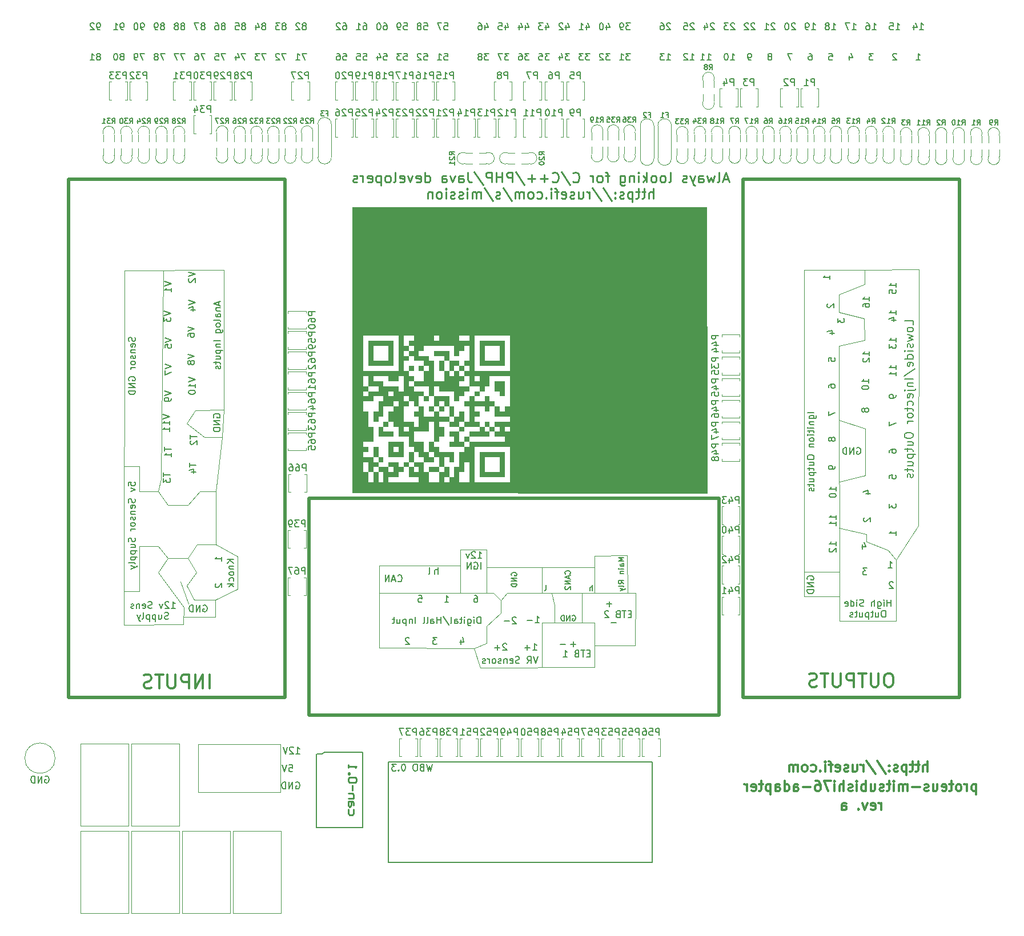
<source format=gbo>
G75*
G70*
%OFA0B0*%
%FSLAX25Y25*%
%IPPOS*%
%LPD*%
%AMOC8*
5,1,8,0,0,1.08239X$1,22.5*
%
%ADD10C,0.01969*%
%ADD18C,0.00591*%
%ADD20C,0.00600*%
%ADD21C,0.00472*%
%ADD30C,0.00500*%
%ADD32C,0.01000*%
%ADD61C,0.01181*%
%ADD62C,0.00787*%
%ADD70C,0.00984*%
%ADD79C,0.00390*%
%ADD82C,0.00550*%
X0000000Y0000000D02*
%LPD*%
G01*
D21*
X0300394Y0288780D02*
X0410630Y0288780D01*
X0410630Y0288780D02*
X0410630Y0386024D01*
X0410630Y0386024D02*
X0300394Y0386024D01*
X0300394Y0386024D02*
X0300394Y0288780D01*
G36*
X0300394Y0288780D02*
G01*
X0410630Y0288780D01*
X0410630Y0386024D01*
X0300394Y0386024D01*
X0300394Y0288780D01*
G37*
X0203740Y0386220D02*
X0410433Y0386220D01*
X0410433Y0386220D02*
X0410433Y0455512D01*
X0410433Y0455512D02*
X0203740Y0455512D01*
X0203740Y0455512D02*
X0203740Y0386220D01*
G36*
X0203740Y0386220D02*
G01*
X0410433Y0386220D01*
X0410433Y0455512D01*
X0203740Y0455512D01*
X0203740Y0386220D01*
G37*
D70*
X0422919Y0471880D02*
X0420107Y0471880D01*
X0423481Y0470193D02*
X0421513Y0476098D01*
X0419544Y0470193D01*
X0416732Y0470193D02*
X0417295Y0470474D01*
X0417576Y0471036D01*
X0417576Y0476098D01*
X0415045Y0474130D02*
X0413920Y0470193D01*
X0412795Y0473005D01*
X0411670Y0470193D01*
X0410546Y0474130D01*
X0405765Y0470193D02*
X0405765Y0473286D01*
X0406046Y0473848D01*
X0406609Y0474130D01*
X0407733Y0474130D01*
X0408296Y0473848D01*
X0405765Y0470474D02*
X0406327Y0470193D01*
X0407733Y0470193D01*
X0408296Y0470474D01*
X0408577Y0471036D01*
X0408577Y0471599D01*
X0408296Y0472161D01*
X0407733Y0472442D01*
X0406327Y0472442D01*
X0405765Y0472724D01*
X0403515Y0474130D02*
X0402109Y0470193D01*
X0400703Y0474130D02*
X0402109Y0470193D01*
X0402672Y0468787D01*
X0402953Y0468505D01*
X0403515Y0468224D01*
X0398735Y0470474D02*
X0398172Y0470193D01*
X0397047Y0470193D01*
X0396485Y0470474D01*
X0396204Y0471036D01*
X0396204Y0471317D01*
X0396485Y0471880D01*
X0397047Y0472161D01*
X0397891Y0472161D01*
X0398453Y0472442D01*
X0398735Y0473005D01*
X0398735Y0473286D01*
X0398453Y0473848D01*
X0397891Y0474130D01*
X0397047Y0474130D01*
X0396485Y0473848D01*
X0388330Y0470193D02*
X0388892Y0470474D01*
X0389173Y0471036D01*
X0389173Y0476098D01*
X0385236Y0470193D02*
X0385799Y0470474D01*
X0386080Y0470755D01*
X0386361Y0471317D01*
X0386361Y0473005D01*
X0386080Y0473567D01*
X0385799Y0473848D01*
X0385236Y0474130D01*
X0384393Y0474130D01*
X0383830Y0473848D01*
X0383549Y0473567D01*
X0383268Y0473005D01*
X0383268Y0471317D01*
X0383549Y0470755D01*
X0383830Y0470474D01*
X0384393Y0470193D01*
X0385236Y0470193D01*
X0379893Y0470193D02*
X0380456Y0470474D01*
X0380737Y0470755D01*
X0381018Y0471317D01*
X0381018Y0473005D01*
X0380737Y0473567D01*
X0380456Y0473848D01*
X0379893Y0474130D01*
X0379049Y0474130D01*
X0378487Y0473848D01*
X0378206Y0473567D01*
X0377925Y0473005D01*
X0377925Y0471317D01*
X0378206Y0470755D01*
X0378487Y0470474D01*
X0379049Y0470193D01*
X0379893Y0470193D01*
X0375394Y0470193D02*
X0375394Y0476098D01*
X0374831Y0472442D02*
X0373144Y0470193D01*
X0373144Y0474130D02*
X0375394Y0471880D01*
X0370613Y0470193D02*
X0370613Y0474130D01*
X0370613Y0476098D02*
X0370894Y0475817D01*
X0370613Y0475536D01*
X0370332Y0475817D01*
X0370613Y0476098D01*
X0370613Y0475536D01*
X0367801Y0474130D02*
X0367801Y0470193D01*
X0367801Y0473567D02*
X0367520Y0473848D01*
X0366957Y0474130D01*
X0366114Y0474130D01*
X0365551Y0473848D01*
X0365270Y0473286D01*
X0365270Y0470193D01*
X0359927Y0474130D02*
X0359927Y0469349D01*
X0360208Y0468787D01*
X0360489Y0468505D01*
X0361052Y0468224D01*
X0361895Y0468224D01*
X0362458Y0468505D01*
X0359927Y0470474D02*
X0360489Y0470193D01*
X0361614Y0470193D01*
X0362177Y0470474D01*
X0362458Y0470755D01*
X0362739Y0471317D01*
X0362739Y0473005D01*
X0362458Y0473567D01*
X0362177Y0473848D01*
X0361614Y0474130D01*
X0360489Y0474130D01*
X0359927Y0473848D01*
X0353459Y0474130D02*
X0351209Y0474130D01*
X0352615Y0470193D02*
X0352615Y0475255D01*
X0352334Y0475817D01*
X0351772Y0476098D01*
X0351209Y0476098D01*
X0348397Y0470193D02*
X0348960Y0470474D01*
X0349241Y0470755D01*
X0349522Y0471317D01*
X0349522Y0473005D01*
X0349241Y0473567D01*
X0348960Y0473848D01*
X0348397Y0474130D01*
X0347553Y0474130D01*
X0346991Y0473848D01*
X0346710Y0473567D01*
X0346429Y0473005D01*
X0346429Y0471317D01*
X0346710Y0470755D01*
X0346991Y0470474D01*
X0347553Y0470193D01*
X0348397Y0470193D01*
X0343898Y0470193D02*
X0343898Y0474130D01*
X0343898Y0473005D02*
X0343616Y0473567D01*
X0343335Y0473848D01*
X0342773Y0474130D01*
X0342210Y0474130D01*
X0332368Y0470755D02*
X0332649Y0470474D01*
X0333493Y0470193D01*
X0334055Y0470193D01*
X0334899Y0470474D01*
X0335461Y0471036D01*
X0335742Y0471599D01*
X0336024Y0472724D01*
X0336024Y0473567D01*
X0335742Y0474692D01*
X0335461Y0475255D01*
X0334899Y0475817D01*
X0334055Y0476098D01*
X0333493Y0476098D01*
X0332649Y0475817D01*
X0332368Y0475536D01*
X0325619Y0476379D02*
X0330681Y0468787D01*
X0320276Y0470755D02*
X0320557Y0470474D01*
X0321400Y0470193D01*
X0321963Y0470193D01*
X0322807Y0470474D01*
X0323369Y0471036D01*
X0323650Y0471599D01*
X0323931Y0472724D01*
X0323931Y0473567D01*
X0323650Y0474692D01*
X0323369Y0475255D01*
X0322807Y0475817D01*
X0321963Y0476098D01*
X0321400Y0476098D01*
X0320557Y0475817D01*
X0320276Y0475536D01*
X0317745Y0472442D02*
X0313245Y0472442D01*
X0315495Y0470193D02*
X0315495Y0474692D01*
X0310433Y0472442D02*
X0305934Y0472442D01*
X0308183Y0470193D02*
X0308183Y0474692D01*
X0298903Y0476379D02*
X0303965Y0468787D01*
X0296935Y0470193D02*
X0296935Y0476098D01*
X0294685Y0476098D01*
X0294123Y0475817D01*
X0293841Y0475536D01*
X0293560Y0474973D01*
X0293560Y0474130D01*
X0293841Y0473567D01*
X0294123Y0473286D01*
X0294685Y0473005D01*
X0296935Y0473005D01*
X0291029Y0470193D02*
X0291029Y0476098D01*
X0291029Y0473286D02*
X0287655Y0473286D01*
X0287655Y0470193D02*
X0287655Y0476098D01*
X0284843Y0470193D02*
X0284843Y0476098D01*
X0282593Y0476098D01*
X0282030Y0475817D01*
X0281749Y0475536D01*
X0281468Y0474973D01*
X0281468Y0474130D01*
X0281749Y0473567D01*
X0282030Y0473286D01*
X0282593Y0473005D01*
X0284843Y0473005D01*
X0274719Y0476379D02*
X0279781Y0468787D01*
X0271063Y0476098D02*
X0271063Y0471880D01*
X0271344Y0471036D01*
X0271907Y0470474D01*
X0272750Y0470193D01*
X0273313Y0470193D01*
X0265720Y0470193D02*
X0265720Y0473286D01*
X0266001Y0473848D01*
X0266564Y0474130D01*
X0267688Y0474130D01*
X0268251Y0473848D01*
X0265720Y0470474D02*
X0266282Y0470193D01*
X0267688Y0470193D01*
X0268251Y0470474D01*
X0268532Y0471036D01*
X0268532Y0471599D01*
X0268251Y0472161D01*
X0267688Y0472442D01*
X0266282Y0472442D01*
X0265720Y0472724D01*
X0263470Y0474130D02*
X0262064Y0470193D01*
X0260658Y0474130D01*
X0255877Y0470193D02*
X0255877Y0473286D01*
X0256159Y0473848D01*
X0256721Y0474130D01*
X0257846Y0474130D01*
X0258408Y0473848D01*
X0255877Y0470474D02*
X0256440Y0470193D01*
X0257846Y0470193D01*
X0258408Y0470474D01*
X0258690Y0471036D01*
X0258690Y0471599D01*
X0258408Y0472161D01*
X0257846Y0472442D01*
X0256440Y0472442D01*
X0255877Y0472724D01*
X0246035Y0470193D02*
X0246035Y0476098D01*
X0246035Y0470474D02*
X0246597Y0470193D01*
X0247722Y0470193D01*
X0248285Y0470474D01*
X0248566Y0470755D01*
X0248847Y0471317D01*
X0248847Y0473005D01*
X0248566Y0473567D01*
X0248285Y0473848D01*
X0247722Y0474130D01*
X0246597Y0474130D01*
X0246035Y0473848D01*
X0240973Y0470474D02*
X0241535Y0470193D01*
X0242660Y0470193D01*
X0243223Y0470474D01*
X0243504Y0471036D01*
X0243504Y0473286D01*
X0243223Y0473848D01*
X0242660Y0474130D01*
X0241535Y0474130D01*
X0240973Y0473848D01*
X0240692Y0473286D01*
X0240692Y0472724D01*
X0243504Y0472161D01*
X0238723Y0474130D02*
X0237317Y0470193D01*
X0235911Y0474130D01*
X0231412Y0470474D02*
X0231974Y0470193D01*
X0233099Y0470193D01*
X0233661Y0470474D01*
X0233943Y0471036D01*
X0233943Y0473286D01*
X0233661Y0473848D01*
X0233099Y0474130D01*
X0231974Y0474130D01*
X0231412Y0473848D01*
X0231130Y0473286D01*
X0231130Y0472724D01*
X0233943Y0472161D01*
X0227756Y0470193D02*
X0228318Y0470474D01*
X0228600Y0471036D01*
X0228600Y0476098D01*
X0224663Y0470193D02*
X0225225Y0470474D01*
X0225506Y0470755D01*
X0225787Y0471317D01*
X0225787Y0473005D01*
X0225506Y0473567D01*
X0225225Y0473848D01*
X0224663Y0474130D01*
X0223819Y0474130D01*
X0223256Y0473848D01*
X0222975Y0473567D01*
X0222694Y0473005D01*
X0222694Y0471317D01*
X0222975Y0470755D01*
X0223256Y0470474D01*
X0223819Y0470193D01*
X0224663Y0470193D01*
X0220163Y0474130D02*
X0220163Y0468224D01*
X0220163Y0473848D02*
X0219601Y0474130D01*
X0218476Y0474130D01*
X0217913Y0473848D01*
X0217632Y0473567D01*
X0217351Y0473005D01*
X0217351Y0471317D01*
X0217632Y0470755D01*
X0217913Y0470474D01*
X0218476Y0470193D01*
X0219601Y0470193D01*
X0220163Y0470474D01*
X0212570Y0470474D02*
X0213133Y0470193D01*
X0214258Y0470193D01*
X0214820Y0470474D01*
X0215101Y0471036D01*
X0215101Y0473286D01*
X0214820Y0473848D01*
X0214258Y0474130D01*
X0213133Y0474130D01*
X0212570Y0473848D01*
X0212289Y0473286D01*
X0212289Y0472724D01*
X0215101Y0472161D01*
X0209758Y0470193D02*
X0209758Y0474130D01*
X0209758Y0473005D02*
X0209477Y0473567D01*
X0209196Y0473848D01*
X0208633Y0474130D01*
X0208071Y0474130D01*
X0206384Y0470474D02*
X0205821Y0470193D01*
X0204696Y0470193D01*
X0204134Y0470474D01*
X0203853Y0471036D01*
X0203853Y0471317D01*
X0204134Y0471880D01*
X0204696Y0472161D01*
X0205540Y0472161D01*
X0206102Y0472442D01*
X0206384Y0473005D01*
X0206384Y0473286D01*
X0206102Y0473848D01*
X0205540Y0474130D01*
X0204696Y0474130D01*
X0204134Y0473848D01*
X0379190Y0460685D02*
X0379190Y0466590D01*
X0376659Y0460685D02*
X0376659Y0463778D01*
X0376940Y0464341D01*
X0377503Y0464622D01*
X0378346Y0464622D01*
X0378909Y0464341D01*
X0379190Y0464059D01*
X0374691Y0464622D02*
X0372441Y0464622D01*
X0373847Y0466590D02*
X0373847Y0461528D01*
X0373566Y0460966D01*
X0373003Y0460685D01*
X0372441Y0460685D01*
X0371316Y0464622D02*
X0369066Y0464622D01*
X0370472Y0466590D02*
X0370472Y0461528D01*
X0370191Y0460966D01*
X0369629Y0460685D01*
X0369066Y0460685D01*
X0367098Y0464622D02*
X0367098Y0458716D01*
X0367098Y0464341D02*
X0366535Y0464622D01*
X0365411Y0464622D01*
X0364848Y0464341D01*
X0364567Y0464059D01*
X0364286Y0463497D01*
X0364286Y0461810D01*
X0364567Y0461247D01*
X0364848Y0460966D01*
X0365411Y0460685D01*
X0366535Y0460685D01*
X0367098Y0460966D01*
X0362036Y0460966D02*
X0361474Y0460685D01*
X0360349Y0460685D01*
X0359786Y0460966D01*
X0359505Y0461528D01*
X0359505Y0461810D01*
X0359786Y0462372D01*
X0360349Y0462653D01*
X0361192Y0462653D01*
X0361755Y0462934D01*
X0362036Y0463497D01*
X0362036Y0463778D01*
X0361755Y0464341D01*
X0361192Y0464622D01*
X0360349Y0464622D01*
X0359786Y0464341D01*
X0356974Y0461247D02*
X0356693Y0460966D01*
X0356974Y0460685D01*
X0357255Y0460966D01*
X0356974Y0461247D01*
X0356974Y0460685D01*
X0356974Y0464341D02*
X0356693Y0464059D01*
X0356974Y0463778D01*
X0357255Y0464059D01*
X0356974Y0464341D01*
X0356974Y0463778D01*
X0349944Y0466871D02*
X0355006Y0459279D01*
X0343757Y0466871D02*
X0348819Y0459279D01*
X0341789Y0460685D02*
X0341789Y0464622D01*
X0341789Y0463497D02*
X0341507Y0464059D01*
X0341226Y0464341D01*
X0340664Y0464622D01*
X0340101Y0464622D01*
X0335602Y0464622D02*
X0335602Y0460685D01*
X0338133Y0464622D02*
X0338133Y0461528D01*
X0337852Y0460966D01*
X0337289Y0460685D01*
X0336445Y0460685D01*
X0335883Y0460966D01*
X0335602Y0461247D01*
X0333071Y0460966D02*
X0332508Y0460685D01*
X0331384Y0460685D01*
X0330821Y0460966D01*
X0330540Y0461528D01*
X0330540Y0461810D01*
X0330821Y0462372D01*
X0331384Y0462653D01*
X0332227Y0462653D01*
X0332790Y0462934D01*
X0333071Y0463497D01*
X0333071Y0463778D01*
X0332790Y0464341D01*
X0332227Y0464622D01*
X0331384Y0464622D01*
X0330821Y0464341D01*
X0325759Y0460966D02*
X0326322Y0460685D01*
X0327447Y0460685D01*
X0328009Y0460966D01*
X0328290Y0461528D01*
X0328290Y0463778D01*
X0328009Y0464341D01*
X0327447Y0464622D01*
X0326322Y0464622D01*
X0325759Y0464341D01*
X0325478Y0463778D01*
X0325478Y0463216D01*
X0328290Y0462653D01*
X0323791Y0464622D02*
X0321541Y0464622D01*
X0322947Y0460685D02*
X0322947Y0465747D01*
X0322666Y0466309D01*
X0322103Y0466590D01*
X0321541Y0466590D01*
X0319573Y0460685D02*
X0319573Y0464622D01*
X0319573Y0466590D02*
X0319854Y0466309D01*
X0319573Y0466028D01*
X0319291Y0466309D01*
X0319573Y0466590D01*
X0319573Y0466028D01*
X0316760Y0461247D02*
X0316479Y0460966D01*
X0316760Y0460685D01*
X0317042Y0460966D01*
X0316760Y0461247D01*
X0316760Y0460685D01*
X0311417Y0460966D02*
X0311980Y0460685D01*
X0313105Y0460685D01*
X0313667Y0460966D01*
X0313948Y0461247D01*
X0314229Y0461810D01*
X0314229Y0463497D01*
X0313948Y0464059D01*
X0313667Y0464341D01*
X0313105Y0464622D01*
X0311980Y0464622D01*
X0311417Y0464341D01*
X0308043Y0460685D02*
X0308605Y0460966D01*
X0308886Y0461247D01*
X0309168Y0461810D01*
X0309168Y0463497D01*
X0308886Y0464059D01*
X0308605Y0464341D01*
X0308043Y0464622D01*
X0307199Y0464622D01*
X0306637Y0464341D01*
X0306355Y0464059D01*
X0306074Y0463497D01*
X0306074Y0461810D01*
X0306355Y0461247D01*
X0306637Y0460966D01*
X0307199Y0460685D01*
X0308043Y0460685D01*
X0303543Y0460685D02*
X0303543Y0464622D01*
X0303543Y0464059D02*
X0303262Y0464341D01*
X0302700Y0464622D01*
X0301856Y0464622D01*
X0301294Y0464341D01*
X0301012Y0463778D01*
X0301012Y0460685D01*
X0301012Y0463778D02*
X0300731Y0464341D01*
X0300169Y0464622D01*
X0299325Y0464622D01*
X0298763Y0464341D01*
X0298481Y0463778D01*
X0298481Y0460685D01*
X0291451Y0466871D02*
X0296513Y0459279D01*
X0289764Y0460966D02*
X0289201Y0460685D01*
X0288076Y0460685D01*
X0287514Y0460966D01*
X0287233Y0461528D01*
X0287233Y0461810D01*
X0287514Y0462372D01*
X0288076Y0462653D01*
X0288920Y0462653D01*
X0289483Y0462934D01*
X0289764Y0463497D01*
X0289764Y0463778D01*
X0289483Y0464341D01*
X0288920Y0464622D01*
X0288076Y0464622D01*
X0287514Y0464341D01*
X0280484Y0466871D02*
X0285546Y0459279D01*
X0278515Y0460685D02*
X0278515Y0464622D01*
X0278515Y0464059D02*
X0278234Y0464341D01*
X0277672Y0464622D01*
X0276828Y0464622D01*
X0276265Y0464341D01*
X0275984Y0463778D01*
X0275984Y0460685D01*
X0275984Y0463778D02*
X0275703Y0464341D01*
X0275141Y0464622D01*
X0274297Y0464622D01*
X0273735Y0464341D01*
X0273453Y0463778D01*
X0273453Y0460685D01*
X0270641Y0460685D02*
X0270641Y0464622D01*
X0270641Y0466590D02*
X0270922Y0466309D01*
X0270641Y0466028D01*
X0270360Y0466309D01*
X0270641Y0466590D01*
X0270641Y0466028D01*
X0268110Y0460966D02*
X0267548Y0460685D01*
X0266423Y0460685D01*
X0265861Y0460966D01*
X0265579Y0461528D01*
X0265579Y0461810D01*
X0265861Y0462372D01*
X0266423Y0462653D01*
X0267267Y0462653D01*
X0267829Y0462934D01*
X0268110Y0463497D01*
X0268110Y0463778D01*
X0267829Y0464341D01*
X0267267Y0464622D01*
X0266423Y0464622D01*
X0265861Y0464341D01*
X0263330Y0460966D02*
X0262767Y0460685D01*
X0261642Y0460685D01*
X0261080Y0460966D01*
X0260799Y0461528D01*
X0260799Y0461810D01*
X0261080Y0462372D01*
X0261642Y0462653D01*
X0262486Y0462653D01*
X0263048Y0462934D01*
X0263330Y0463497D01*
X0263330Y0463778D01*
X0263048Y0464341D01*
X0262486Y0464622D01*
X0261642Y0464622D01*
X0261080Y0464341D01*
X0258268Y0460685D02*
X0258268Y0464622D01*
X0258268Y0466590D02*
X0258549Y0466309D01*
X0258268Y0466028D01*
X0257987Y0466309D01*
X0258268Y0466590D01*
X0258268Y0466028D01*
X0254612Y0460685D02*
X0255174Y0460966D01*
X0255456Y0461247D01*
X0255737Y0461810D01*
X0255737Y0463497D01*
X0255456Y0464059D01*
X0255174Y0464341D01*
X0254612Y0464622D01*
X0253768Y0464622D01*
X0253206Y0464341D01*
X0252925Y0464059D01*
X0252643Y0463497D01*
X0252643Y0461810D01*
X0252925Y0461247D01*
X0253206Y0460966D01*
X0253768Y0460685D01*
X0254612Y0460685D01*
X0250112Y0464622D02*
X0250112Y0460685D01*
X0250112Y0464059D02*
X0249831Y0464341D01*
X0249269Y0464622D01*
X0248425Y0464622D01*
X0247863Y0464341D01*
X0247582Y0463778D01*
X0247582Y0460685D01*
D18*
X0170632Y0136408D02*
X0172882Y0136408D01*
X0171757Y0136408D02*
X0171757Y0140345D01*
X0172132Y0139783D01*
X0172507Y0139408D01*
X0172882Y0139220D01*
X0169132Y0139970D02*
X0168945Y0140157D01*
X0168570Y0140345D01*
X0167633Y0140345D01*
X0167258Y0140157D01*
X0167070Y0139970D01*
X0166883Y0139595D01*
X0166883Y0139220D01*
X0167070Y0138658D01*
X0169320Y0136408D01*
X0166883Y0136408D01*
X0165758Y0140345D02*
X0164446Y0136408D01*
X0163133Y0140345D01*
X0166672Y0129951D02*
X0168546Y0129951D01*
X0168734Y0128076D01*
X0168546Y0128264D01*
X0168171Y0128451D01*
X0167234Y0128451D01*
X0166859Y0128264D01*
X0166672Y0128076D01*
X0166484Y0127702D01*
X0166484Y0126764D01*
X0166672Y0126389D01*
X0166859Y0126202D01*
X0167234Y0126014D01*
X0168171Y0126014D01*
X0168546Y0126202D01*
X0168734Y0126389D01*
X0165359Y0129951D02*
X0164047Y0126014D01*
X0162735Y0129951D01*
D61*
X0512317Y0103628D02*
X0512317Y0107565D01*
X0512317Y0106440D02*
X0512036Y0107002D01*
X0511755Y0107283D01*
X0511192Y0107565D01*
X0510630Y0107565D01*
X0506412Y0103909D02*
X0506974Y0103628D01*
X0508099Y0103628D01*
X0508661Y0103909D01*
X0508943Y0104471D01*
X0508943Y0106721D01*
X0508661Y0107283D01*
X0508099Y0107565D01*
X0506974Y0107565D01*
X0506412Y0107283D01*
X0506130Y0106721D01*
X0506130Y0106159D01*
X0508943Y0105596D01*
X0504162Y0107565D02*
X0502756Y0103628D01*
X0501350Y0107565D01*
X0499100Y0104190D02*
X0498819Y0103909D01*
X0499100Y0103628D01*
X0499381Y0103909D01*
X0499100Y0104190D01*
X0499100Y0103628D01*
X0489258Y0103628D02*
X0489258Y0106721D01*
X0489539Y0107283D01*
X0490101Y0107565D01*
X0491226Y0107565D01*
X0491789Y0107283D01*
X0489258Y0103909D02*
X0489820Y0103628D01*
X0491226Y0103628D01*
X0491789Y0103909D01*
X0492070Y0104471D01*
X0492070Y0105034D01*
X0491789Y0105596D01*
X0491226Y0105877D01*
X0489820Y0105877D01*
X0489258Y0106159D01*
X0567745Y0118588D02*
X0567745Y0112683D01*
X0567745Y0118307D02*
X0567182Y0118588D01*
X0566057Y0118588D01*
X0565495Y0118307D01*
X0565214Y0118026D01*
X0564933Y0117463D01*
X0564933Y0115776D01*
X0565214Y0115214D01*
X0565495Y0114933D01*
X0566057Y0114651D01*
X0567182Y0114651D01*
X0567745Y0114933D01*
X0562402Y0114651D02*
X0562402Y0118588D01*
X0562402Y0117463D02*
X0562120Y0118026D01*
X0561839Y0118307D01*
X0561277Y0118588D01*
X0560714Y0118588D01*
X0557902Y0114651D02*
X0558465Y0114933D01*
X0558746Y0115214D01*
X0559027Y0115776D01*
X0559027Y0117463D01*
X0558746Y0118026D01*
X0558465Y0118307D01*
X0557902Y0118588D01*
X0557058Y0118588D01*
X0556496Y0118307D01*
X0556215Y0118026D01*
X0555934Y0117463D01*
X0555934Y0115776D01*
X0556215Y0115214D01*
X0556496Y0114933D01*
X0557058Y0114651D01*
X0557902Y0114651D01*
X0554246Y0118588D02*
X0551997Y0118588D01*
X0553403Y0120557D02*
X0553403Y0115495D01*
X0553121Y0114933D01*
X0552559Y0114651D01*
X0551997Y0114651D01*
X0547778Y0114933D02*
X0548341Y0114651D01*
X0549466Y0114651D01*
X0550028Y0114933D01*
X0550309Y0115495D01*
X0550309Y0117745D01*
X0550028Y0118307D01*
X0549466Y0118588D01*
X0548341Y0118588D01*
X0547778Y0118307D01*
X0547497Y0117745D01*
X0547497Y0117182D01*
X0550309Y0116620D01*
X0542435Y0118588D02*
X0542435Y0114651D01*
X0544966Y0118588D02*
X0544966Y0115495D01*
X0544685Y0114933D01*
X0544123Y0114651D01*
X0543279Y0114651D01*
X0542717Y0114933D01*
X0542435Y0115214D01*
X0539904Y0114933D02*
X0539342Y0114651D01*
X0538217Y0114651D01*
X0537655Y0114933D01*
X0537373Y0115495D01*
X0537373Y0115776D01*
X0537655Y0116339D01*
X0538217Y0116620D01*
X0539061Y0116620D01*
X0539623Y0116901D01*
X0539904Y0117463D01*
X0539904Y0117745D01*
X0539623Y0118307D01*
X0539061Y0118588D01*
X0538217Y0118588D01*
X0537655Y0118307D01*
X0534843Y0116901D02*
X0530343Y0116901D01*
X0527531Y0114651D02*
X0527531Y0118588D01*
X0527531Y0118026D02*
X0527250Y0118307D01*
X0526687Y0118588D01*
X0525844Y0118588D01*
X0525281Y0118307D01*
X0525000Y0117745D01*
X0525000Y0114651D01*
X0525000Y0117745D02*
X0524719Y0118307D01*
X0524156Y0118588D01*
X0523313Y0118588D01*
X0522750Y0118307D01*
X0522469Y0117745D01*
X0522469Y0114651D01*
X0519657Y0114651D02*
X0519657Y0118588D01*
X0519657Y0120557D02*
X0519938Y0120276D01*
X0519657Y0119994D01*
X0519376Y0120276D01*
X0519657Y0120557D01*
X0519657Y0119994D01*
X0517688Y0118588D02*
X0515439Y0118588D01*
X0516845Y0120557D02*
X0516845Y0115495D01*
X0516564Y0114933D01*
X0516001Y0114651D01*
X0515439Y0114651D01*
X0513751Y0114933D02*
X0513189Y0114651D01*
X0512064Y0114651D01*
X0511502Y0114933D01*
X0511220Y0115495D01*
X0511220Y0115776D01*
X0511502Y0116339D01*
X0512064Y0116620D01*
X0512908Y0116620D01*
X0513470Y0116901D01*
X0513751Y0117463D01*
X0513751Y0117745D01*
X0513470Y0118307D01*
X0512908Y0118588D01*
X0512064Y0118588D01*
X0511502Y0118307D01*
X0506159Y0118588D02*
X0506159Y0114651D01*
X0508690Y0118588D02*
X0508690Y0115495D01*
X0508408Y0114933D01*
X0507846Y0114651D01*
X0507002Y0114651D01*
X0506440Y0114933D01*
X0506159Y0115214D01*
X0503346Y0114651D02*
X0503346Y0120557D01*
X0503346Y0118307D02*
X0502784Y0118588D01*
X0501659Y0118588D01*
X0501097Y0118307D01*
X0500816Y0118026D01*
X0500534Y0117463D01*
X0500534Y0115776D01*
X0500816Y0115214D01*
X0501097Y0114933D01*
X0501659Y0114651D01*
X0502784Y0114651D01*
X0503346Y0114933D01*
X0498003Y0114651D02*
X0498003Y0118588D01*
X0498003Y0120557D02*
X0498285Y0120276D01*
X0498003Y0119994D01*
X0497722Y0120276D01*
X0498003Y0120557D01*
X0498003Y0119994D01*
X0495472Y0114933D02*
X0494910Y0114651D01*
X0493785Y0114651D01*
X0493223Y0114933D01*
X0492942Y0115495D01*
X0492942Y0115776D01*
X0493223Y0116339D01*
X0493785Y0116620D01*
X0494629Y0116620D01*
X0495191Y0116901D01*
X0495472Y0117463D01*
X0495472Y0117745D01*
X0495191Y0118307D01*
X0494629Y0118588D01*
X0493785Y0118588D01*
X0493223Y0118307D01*
X0490411Y0114651D02*
X0490411Y0120557D01*
X0487880Y0114651D02*
X0487880Y0117745D01*
X0488161Y0118307D01*
X0488723Y0118588D01*
X0489567Y0118588D01*
X0490129Y0118307D01*
X0490411Y0118026D01*
X0485067Y0114651D02*
X0485067Y0118588D01*
X0485067Y0120557D02*
X0485349Y0120276D01*
X0485067Y0119994D01*
X0484786Y0120276D01*
X0485067Y0120557D01*
X0485067Y0119994D01*
X0482818Y0120557D02*
X0478881Y0120557D01*
X0481412Y0114651D01*
X0474100Y0120557D02*
X0475225Y0120557D01*
X0475787Y0120276D01*
X0476069Y0119994D01*
X0476631Y0119151D01*
X0476912Y0118026D01*
X0476912Y0115776D01*
X0476631Y0115214D01*
X0476350Y0114933D01*
X0475787Y0114651D01*
X0474663Y0114651D01*
X0474100Y0114933D01*
X0473819Y0115214D01*
X0473538Y0115776D01*
X0473538Y0117182D01*
X0473819Y0117745D01*
X0474100Y0118026D01*
X0474663Y0118307D01*
X0475787Y0118307D01*
X0476350Y0118026D01*
X0476631Y0117745D01*
X0476912Y0117182D01*
X0471007Y0116901D02*
X0466507Y0116901D01*
X0461164Y0114651D02*
X0461164Y0117745D01*
X0461445Y0118307D01*
X0462008Y0118588D01*
X0463133Y0118588D01*
X0463695Y0118307D01*
X0461164Y0114933D02*
X0461727Y0114651D01*
X0463133Y0114651D01*
X0463695Y0114933D01*
X0463976Y0115495D01*
X0463976Y0116057D01*
X0463695Y0116620D01*
X0463133Y0116901D01*
X0461727Y0116901D01*
X0461164Y0117182D01*
X0455821Y0114651D02*
X0455821Y0120557D01*
X0455821Y0114933D02*
X0456384Y0114651D01*
X0457508Y0114651D01*
X0458071Y0114933D01*
X0458352Y0115214D01*
X0458633Y0115776D01*
X0458633Y0117463D01*
X0458352Y0118026D01*
X0458071Y0118307D01*
X0457508Y0118588D01*
X0456384Y0118588D01*
X0455821Y0118307D01*
X0450478Y0114651D02*
X0450478Y0117745D01*
X0450759Y0118307D01*
X0451322Y0118588D01*
X0452447Y0118588D01*
X0453009Y0118307D01*
X0450478Y0114933D02*
X0451040Y0114651D01*
X0452447Y0114651D01*
X0453009Y0114933D01*
X0453290Y0115495D01*
X0453290Y0116057D01*
X0453009Y0116620D01*
X0452447Y0116901D01*
X0451040Y0116901D01*
X0450478Y0117182D01*
X0447666Y0118588D02*
X0447666Y0112683D01*
X0447666Y0118307D02*
X0447103Y0118588D01*
X0445979Y0118588D01*
X0445416Y0118307D01*
X0445135Y0118026D01*
X0444854Y0117463D01*
X0444854Y0115776D01*
X0445135Y0115214D01*
X0445416Y0114933D01*
X0445979Y0114651D01*
X0447103Y0114651D01*
X0447666Y0114933D01*
X0443166Y0118588D02*
X0440917Y0118588D01*
X0442323Y0120557D02*
X0442323Y0115495D01*
X0442042Y0114933D01*
X0441479Y0114651D01*
X0440917Y0114651D01*
X0436699Y0114933D02*
X0437261Y0114651D01*
X0438386Y0114651D01*
X0438948Y0114933D01*
X0439229Y0115495D01*
X0439229Y0117745D01*
X0438948Y0118307D01*
X0438386Y0118588D01*
X0437261Y0118588D01*
X0436699Y0118307D01*
X0436417Y0117745D01*
X0436417Y0117182D01*
X0439229Y0116620D01*
X0433886Y0114651D02*
X0433886Y0118588D01*
X0433886Y0117463D02*
X0433605Y0118026D01*
X0433324Y0118307D01*
X0432762Y0118588D01*
X0432199Y0118588D01*
D18*
X0170632Y0119685D02*
X0171007Y0119873D01*
X0171570Y0119873D01*
X0172132Y0119685D01*
X0172507Y0119310D01*
X0172695Y0118935D01*
X0172882Y0118185D01*
X0172882Y0117623D01*
X0172695Y0116873D01*
X0172507Y0116498D01*
X0172132Y0116123D01*
X0171570Y0115936D01*
X0171195Y0115936D01*
X0170632Y0116123D01*
X0170445Y0116310D01*
X0170445Y0117623D01*
X0171195Y0117623D01*
X0168757Y0115936D02*
X0168757Y0119873D01*
X0166508Y0115936D01*
X0166508Y0119873D01*
X0164633Y0115936D02*
X0164633Y0119873D01*
X0163696Y0119873D01*
X0163133Y0119685D01*
X0162758Y0119310D01*
X0162571Y0118935D01*
X0162383Y0118185D01*
X0162383Y0117623D01*
X0162571Y0116873D01*
X0162758Y0116498D01*
X0163133Y0116123D01*
X0163696Y0115936D01*
X0164633Y0115936D01*
D61*
X0539173Y0126069D02*
X0539173Y0131974D01*
X0536642Y0126069D02*
X0536642Y0129162D01*
X0536924Y0129724D01*
X0537486Y0130006D01*
X0538330Y0130006D01*
X0538892Y0129724D01*
X0539173Y0129443D01*
X0534674Y0130006D02*
X0532424Y0130006D01*
X0533830Y0131974D02*
X0533830Y0126912D01*
X0533549Y0126350D01*
X0532987Y0126069D01*
X0532424Y0126069D01*
X0531299Y0130006D02*
X0529049Y0130006D01*
X0530456Y0131974D02*
X0530456Y0126912D01*
X0530174Y0126350D01*
X0529612Y0126069D01*
X0529049Y0126069D01*
X0527081Y0130006D02*
X0527081Y0124100D01*
X0527081Y0129724D02*
X0526519Y0130006D01*
X0525394Y0130006D01*
X0524831Y0129724D01*
X0524550Y0129443D01*
X0524269Y0128881D01*
X0524269Y0127193D01*
X0524550Y0126631D01*
X0524831Y0126350D01*
X0525394Y0126069D01*
X0526519Y0126069D01*
X0527081Y0126350D01*
X0522019Y0126350D02*
X0521457Y0126069D01*
X0520332Y0126069D01*
X0519769Y0126350D01*
X0519488Y0126912D01*
X0519488Y0127193D01*
X0519769Y0127756D01*
X0520332Y0128037D01*
X0521175Y0128037D01*
X0521738Y0128318D01*
X0522019Y0128881D01*
X0522019Y0129162D01*
X0521738Y0129724D01*
X0521175Y0130006D01*
X0520332Y0130006D01*
X0519769Y0129724D01*
X0516957Y0126631D02*
X0516676Y0126350D01*
X0516957Y0126069D01*
X0517238Y0126350D01*
X0516957Y0126631D01*
X0516957Y0126069D01*
X0516957Y0129724D02*
X0516676Y0129443D01*
X0516957Y0129162D01*
X0517238Y0129443D01*
X0516957Y0129724D01*
X0516957Y0129162D01*
X0509927Y0132255D02*
X0514989Y0124663D01*
X0503740Y0132255D02*
X0508802Y0124663D01*
X0501772Y0126069D02*
X0501772Y0130006D01*
X0501772Y0128881D02*
X0501490Y0129443D01*
X0501209Y0129724D01*
X0500647Y0130006D01*
X0500084Y0130006D01*
X0495585Y0130006D02*
X0495585Y0126069D01*
X0498116Y0130006D02*
X0498116Y0126912D01*
X0497835Y0126350D01*
X0497272Y0126069D01*
X0496429Y0126069D01*
X0495866Y0126350D01*
X0495585Y0126631D01*
X0493054Y0126350D02*
X0492492Y0126069D01*
X0491367Y0126069D01*
X0490804Y0126350D01*
X0490523Y0126912D01*
X0490523Y0127193D01*
X0490804Y0127756D01*
X0491367Y0128037D01*
X0492210Y0128037D01*
X0492773Y0128318D01*
X0493054Y0128881D01*
X0493054Y0129162D01*
X0492773Y0129724D01*
X0492210Y0130006D01*
X0491367Y0130006D01*
X0490804Y0129724D01*
X0485742Y0126350D02*
X0486305Y0126069D01*
X0487430Y0126069D01*
X0487992Y0126350D01*
X0488273Y0126912D01*
X0488273Y0129162D01*
X0487992Y0129724D01*
X0487430Y0130006D01*
X0486305Y0130006D01*
X0485742Y0129724D01*
X0485461Y0129162D01*
X0485461Y0128600D01*
X0488273Y0128037D01*
X0483774Y0130006D02*
X0481524Y0130006D01*
X0482930Y0126069D02*
X0482930Y0131130D01*
X0482649Y0131693D01*
X0482087Y0131974D01*
X0481524Y0131974D01*
X0479556Y0126069D02*
X0479556Y0130006D01*
X0479556Y0131974D02*
X0479837Y0131693D01*
X0479556Y0131412D01*
X0479274Y0131693D01*
X0479556Y0131974D01*
X0479556Y0131412D01*
X0476744Y0126631D02*
X0476462Y0126350D01*
X0476744Y0126069D01*
X0477025Y0126350D01*
X0476744Y0126631D01*
X0476744Y0126069D01*
X0471400Y0126350D02*
X0471963Y0126069D01*
X0473088Y0126069D01*
X0473650Y0126350D01*
X0473931Y0126631D01*
X0474213Y0127193D01*
X0474213Y0128881D01*
X0473931Y0129443D01*
X0473650Y0129724D01*
X0473088Y0130006D01*
X0471963Y0130006D01*
X0471400Y0129724D01*
X0468026Y0126069D02*
X0468588Y0126350D01*
X0468870Y0126631D01*
X0469151Y0127193D01*
X0469151Y0128881D01*
X0468870Y0129443D01*
X0468588Y0129724D01*
X0468026Y0130006D01*
X0467182Y0130006D01*
X0466620Y0129724D01*
X0466339Y0129443D01*
X0466057Y0128881D01*
X0466057Y0127193D01*
X0466339Y0126631D01*
X0466620Y0126350D01*
X0467182Y0126069D01*
X0468026Y0126069D01*
X0463526Y0126069D02*
X0463526Y0130006D01*
X0463526Y0129443D02*
X0463245Y0129724D01*
X0462683Y0130006D01*
X0461839Y0130006D01*
X0461277Y0129724D01*
X0460996Y0129162D01*
X0460996Y0126069D01*
X0460996Y0129162D02*
X0460714Y0129724D01*
X0460152Y0130006D01*
X0459308Y0130006D01*
X0458746Y0129724D01*
X0458465Y0129162D01*
X0458465Y0126069D01*
D18*
X0252907Y0204325D02*
X0250470Y0204325D01*
X0251782Y0202825D01*
X0251220Y0202825D01*
X0250845Y0202638D01*
X0250657Y0202451D01*
X0250470Y0202076D01*
X0250470Y0201138D01*
X0250657Y0200763D01*
X0250845Y0200576D01*
X0251220Y0200388D01*
X0252344Y0200388D01*
X0252719Y0200576D01*
X0252907Y0200763D01*
X0517932Y0222550D02*
X0517932Y0226487D01*
X0517932Y0224612D02*
X0515682Y0224612D01*
X0515682Y0222550D02*
X0515682Y0226487D01*
X0513808Y0222550D02*
X0513808Y0225174D01*
X0513808Y0226487D02*
X0513995Y0226299D01*
X0513808Y0226112D01*
X0513620Y0226299D01*
X0513808Y0226487D01*
X0513808Y0226112D01*
X0510246Y0225174D02*
X0510246Y0221987D01*
X0510433Y0221612D01*
X0510621Y0221425D01*
X0510996Y0221237D01*
X0511558Y0221237D01*
X0511933Y0221425D01*
X0510246Y0222737D02*
X0510621Y0222550D01*
X0511370Y0222550D01*
X0511745Y0222737D01*
X0511933Y0222925D01*
X0512120Y0223300D01*
X0512120Y0224424D01*
X0511933Y0224799D01*
X0511745Y0224987D01*
X0511370Y0225174D01*
X0510621Y0225174D01*
X0510246Y0224987D01*
X0508371Y0222550D02*
X0508371Y0226487D01*
X0506684Y0222550D02*
X0506684Y0224612D01*
X0506871Y0224987D01*
X0507246Y0225174D01*
X0507808Y0225174D01*
X0508183Y0224987D01*
X0508371Y0224799D01*
X0501997Y0222737D02*
X0501434Y0222550D01*
X0500497Y0222550D01*
X0500122Y0222737D01*
X0499934Y0222925D01*
X0499747Y0223300D01*
X0499747Y0223675D01*
X0499934Y0224050D01*
X0500122Y0224237D01*
X0500497Y0224424D01*
X0501247Y0224612D01*
X0501622Y0224799D01*
X0501809Y0224987D01*
X0501997Y0225362D01*
X0501997Y0225737D01*
X0501809Y0226112D01*
X0501622Y0226299D01*
X0501247Y0226487D01*
X0500309Y0226487D01*
X0499747Y0226299D01*
X0498060Y0222550D02*
X0498060Y0225174D01*
X0498060Y0226487D02*
X0498247Y0226299D01*
X0498060Y0226112D01*
X0497872Y0226299D01*
X0498060Y0226487D01*
X0498060Y0226112D01*
X0494498Y0222550D02*
X0494498Y0226487D01*
X0494498Y0222737D02*
X0494873Y0222550D01*
X0495622Y0222550D01*
X0495997Y0222737D01*
X0496185Y0222925D01*
X0496372Y0223300D01*
X0496372Y0224424D01*
X0496185Y0224799D01*
X0495997Y0224987D01*
X0495622Y0225174D01*
X0494873Y0225174D01*
X0494498Y0224987D01*
X0491123Y0222737D02*
X0491498Y0222550D01*
X0492248Y0222550D01*
X0492623Y0222737D01*
X0492810Y0223112D01*
X0492810Y0224612D01*
X0492623Y0224987D01*
X0492248Y0225174D01*
X0491498Y0225174D01*
X0491123Y0224987D01*
X0490936Y0224612D01*
X0490936Y0224237D01*
X0492810Y0223862D01*
X0514089Y0220148D02*
X0513339Y0220148D01*
X0512964Y0219961D01*
X0512589Y0219586D01*
X0512402Y0218836D01*
X0512402Y0217523D01*
X0512589Y0216774D01*
X0512964Y0216399D01*
X0513339Y0216211D01*
X0514089Y0216211D01*
X0514464Y0216399D01*
X0514839Y0216774D01*
X0515026Y0217523D01*
X0515026Y0218836D01*
X0514839Y0219586D01*
X0514464Y0219961D01*
X0514089Y0220148D01*
X0509027Y0218836D02*
X0509027Y0216211D01*
X0510714Y0218836D02*
X0510714Y0216774D01*
X0510527Y0216399D01*
X0510152Y0216211D01*
X0509589Y0216211D01*
X0509214Y0216399D01*
X0509027Y0216586D01*
X0507715Y0218836D02*
X0506215Y0218836D01*
X0507152Y0220148D02*
X0507152Y0216774D01*
X0506965Y0216399D01*
X0506590Y0216211D01*
X0506215Y0216211D01*
X0504903Y0218836D02*
X0504903Y0214899D01*
X0504903Y0218648D02*
X0504528Y0218836D01*
X0503778Y0218836D01*
X0503403Y0218648D01*
X0503215Y0218461D01*
X0503028Y0218086D01*
X0503028Y0216961D01*
X0503215Y0216586D01*
X0503403Y0216399D01*
X0503778Y0216211D01*
X0504528Y0216211D01*
X0504903Y0216399D01*
X0499653Y0218836D02*
X0499653Y0216211D01*
X0501340Y0218836D02*
X0501340Y0216774D01*
X0501153Y0216399D01*
X0500778Y0216211D01*
X0500216Y0216211D01*
X0499841Y0216399D01*
X0499653Y0216586D01*
X0498341Y0218836D02*
X0496841Y0218836D01*
X0497778Y0220148D02*
X0497778Y0216774D01*
X0497591Y0216399D01*
X0497216Y0216211D01*
X0496841Y0216211D01*
X0495716Y0216399D02*
X0495341Y0216211D01*
X0494591Y0216211D01*
X0494216Y0216399D01*
X0494029Y0216774D01*
X0494029Y0216961D01*
X0494216Y0217336D01*
X0494591Y0217523D01*
X0495154Y0217523D01*
X0495529Y0217711D01*
X0495716Y0218086D01*
X0495716Y0218273D01*
X0495529Y0218648D01*
X0495154Y0218836D01*
X0494591Y0218836D01*
X0494216Y0218648D01*
X0469126Y0238169D02*
X0468939Y0238544D01*
X0468939Y0239106D01*
X0469126Y0239669D01*
X0469501Y0240044D01*
X0469876Y0240231D01*
X0470626Y0240419D01*
X0471188Y0240419D01*
X0471938Y0240231D01*
X0472313Y0240044D01*
X0472688Y0239669D01*
X0472876Y0239106D01*
X0472876Y0238731D01*
X0472688Y0238169D01*
X0472501Y0237981D01*
X0471188Y0237981D01*
X0471188Y0238731D01*
X0472876Y0236294D02*
X0468939Y0236294D01*
X0472876Y0234044D01*
X0468939Y0234044D01*
X0472876Y0232170D02*
X0468939Y0232170D01*
X0468939Y0231232D01*
X0469126Y0230670D01*
X0469501Y0230295D01*
X0469876Y0230107D01*
X0470626Y0229920D01*
X0471188Y0229920D01*
X0471938Y0230107D01*
X0472313Y0230295D01*
X0472688Y0230670D01*
X0472876Y0231232D01*
X0472876Y0232170D01*
X0502313Y0274294D02*
X0502126Y0274107D01*
X0501939Y0273732D01*
X0501939Y0272794D01*
X0502126Y0272419D01*
X0502313Y0272232D01*
X0502688Y0272044D01*
X0503063Y0272044D01*
X0503626Y0272232D01*
X0505876Y0274482D01*
X0505876Y0272044D01*
X0520876Y0392919D02*
X0520876Y0395169D01*
X0520876Y0394044D02*
X0516939Y0394044D01*
X0517501Y0394419D01*
X0517876Y0394794D01*
X0518063Y0395169D01*
X0518251Y0389545D02*
X0520876Y0389545D01*
X0516751Y0390482D02*
X0519563Y0391419D01*
X0519563Y0388982D01*
X0122638Y0332822D02*
X0122450Y0333197D01*
X0122450Y0333760D01*
X0122638Y0334322D01*
X0123013Y0334697D01*
X0123388Y0334885D01*
X0124138Y0335072D01*
X0124700Y0335072D01*
X0125450Y0334885D01*
X0125825Y0334697D01*
X0126200Y0334322D01*
X0126387Y0333760D01*
X0126387Y0333385D01*
X0126200Y0332822D01*
X0126012Y0332635D01*
X0124700Y0332635D01*
X0124700Y0333385D01*
X0126387Y0330948D02*
X0122450Y0330948D01*
X0126387Y0328698D01*
X0122450Y0328698D01*
X0126387Y0326823D02*
X0122450Y0326823D01*
X0122450Y0325886D01*
X0122638Y0325323D01*
X0123013Y0324948D01*
X0123388Y0324761D01*
X0124138Y0324573D01*
X0124700Y0324573D01*
X0125450Y0324761D01*
X0125825Y0324948D01*
X0126200Y0325323D01*
X0126387Y0325886D01*
X0126387Y0326823D01*
X0516395Y0244888D02*
X0518645Y0244888D01*
X0517520Y0244888D02*
X0517520Y0248825D01*
X0517895Y0248263D01*
X0518270Y0247888D01*
X0518645Y0247700D01*
X0266845Y0203013D02*
X0266845Y0200388D01*
X0267782Y0204513D02*
X0268719Y0201701D01*
X0266282Y0201701D01*
X0505376Y0368919D02*
X0505376Y0371169D01*
X0505376Y0370044D02*
X0501439Y0370044D01*
X0502001Y0370419D01*
X0502376Y0370794D01*
X0502563Y0371169D01*
X0501813Y0367419D02*
X0501626Y0367232D01*
X0501439Y0366857D01*
X0501439Y0365920D01*
X0501626Y0365545D01*
X0501813Y0365357D01*
X0502188Y0365170D01*
X0502563Y0365170D01*
X0503126Y0365357D01*
X0505376Y0367607D01*
X0505376Y0365170D01*
X0108439Y0306169D02*
X0108439Y0303919D01*
X0112376Y0305044D02*
X0108439Y0305044D01*
X0109751Y0300920D02*
X0112376Y0300920D01*
X0108251Y0301857D02*
X0111063Y0302794D01*
X0111063Y0300357D01*
X0107490Y0369821D02*
X0111427Y0368509D01*
X0107490Y0367196D01*
X0109177Y0365322D02*
X0108990Y0365696D01*
X0108802Y0365884D01*
X0108427Y0366071D01*
X0108240Y0366071D01*
X0107865Y0365884D01*
X0107677Y0365696D01*
X0107490Y0365322D01*
X0107490Y0364572D01*
X0107677Y0364197D01*
X0107865Y0364009D01*
X0108240Y0363822D01*
X0108427Y0363822D01*
X0108802Y0364009D01*
X0108990Y0364197D01*
X0109177Y0364572D01*
X0109177Y0365322D01*
X0109364Y0365696D01*
X0109552Y0365884D01*
X0109927Y0366071D01*
X0110677Y0366071D01*
X0111052Y0365884D01*
X0111239Y0365696D01*
X0111427Y0365322D01*
X0111427Y0364572D01*
X0111239Y0364197D01*
X0111052Y0364009D01*
X0110677Y0363822D01*
X0109927Y0363822D01*
X0109552Y0364009D01*
X0109364Y0364197D01*
X0109177Y0364572D01*
X0481093Y0399294D02*
X0480906Y0399107D01*
X0480718Y0398732D01*
X0480718Y0397794D01*
X0480906Y0397419D01*
X0481093Y0397232D01*
X0481468Y0397044D01*
X0481843Y0397044D01*
X0482405Y0397232D01*
X0484655Y0399482D01*
X0484655Y0397044D01*
X0355094Y0223888D02*
X0352095Y0223888D01*
X0353594Y0222388D02*
X0353594Y0225388D01*
X0485836Y0273486D02*
X0485836Y0275736D01*
X0485836Y0274611D02*
X0481899Y0274611D01*
X0482462Y0274986D01*
X0482837Y0275361D01*
X0483024Y0275736D01*
X0485836Y0269737D02*
X0485836Y0271986D01*
X0485836Y0270861D02*
X0481899Y0270861D01*
X0482462Y0271236D01*
X0482837Y0271611D01*
X0483024Y0271986D01*
X0093907Y0348187D02*
X0097844Y0346875D01*
X0093907Y0345562D01*
X0097844Y0344063D02*
X0097844Y0343313D01*
X0097657Y0342938D01*
X0097469Y0342750D01*
X0096907Y0342375D01*
X0096157Y0342188D01*
X0094657Y0342188D01*
X0094282Y0342375D01*
X0094094Y0342563D01*
X0093907Y0342938D01*
X0093907Y0343688D01*
X0094094Y0344063D01*
X0094282Y0344250D01*
X0094657Y0344438D01*
X0095594Y0344438D01*
X0095969Y0344250D01*
X0096157Y0344063D01*
X0096344Y0343688D01*
X0096344Y0342938D01*
X0096157Y0342563D01*
X0095969Y0342375D01*
X0095594Y0342188D01*
X0520876Y0345919D02*
X0520876Y0345169D01*
X0520688Y0344794D01*
X0520501Y0344607D01*
X0519938Y0344232D01*
X0519188Y0344044D01*
X0517688Y0344044D01*
X0517313Y0344232D01*
X0517126Y0344419D01*
X0516939Y0344794D01*
X0516939Y0345544D01*
X0517126Y0345919D01*
X0517313Y0346107D01*
X0517688Y0346294D01*
X0518626Y0346294D01*
X0519001Y0346107D01*
X0519188Y0345919D01*
X0519376Y0345544D01*
X0519376Y0344794D01*
X0519188Y0344419D01*
X0519001Y0344232D01*
X0518626Y0344044D01*
X0328094Y0200388D02*
X0325095Y0200388D01*
X0076688Y0379579D02*
X0076876Y0379017D01*
X0076876Y0378079D01*
X0076688Y0377704D01*
X0076501Y0377517D01*
X0076126Y0377329D01*
X0075751Y0377329D01*
X0075376Y0377517D01*
X0075188Y0377704D01*
X0075001Y0378079D01*
X0074813Y0378829D01*
X0074626Y0379204D01*
X0074438Y0379392D01*
X0074063Y0379579D01*
X0073688Y0379579D01*
X0073313Y0379392D01*
X0073126Y0379204D01*
X0072939Y0378829D01*
X0072939Y0377892D01*
X0073126Y0377329D01*
X0076688Y0374142D02*
X0076876Y0374517D01*
X0076876Y0375267D01*
X0076688Y0375642D01*
X0076313Y0375830D01*
X0074813Y0375830D01*
X0074438Y0375642D01*
X0074251Y0375267D01*
X0074251Y0374517D01*
X0074438Y0374142D01*
X0074813Y0373955D01*
X0075188Y0373955D01*
X0075563Y0375830D01*
X0074251Y0372268D02*
X0076876Y0372268D01*
X0074626Y0372268D02*
X0074438Y0372080D01*
X0074251Y0371705D01*
X0074251Y0371143D01*
X0074438Y0370768D01*
X0074813Y0370580D01*
X0076876Y0370580D01*
X0076688Y0368893D02*
X0076876Y0368518D01*
X0076876Y0367768D01*
X0076688Y0367393D01*
X0076313Y0367206D01*
X0076126Y0367206D01*
X0075751Y0367393D01*
X0075563Y0367768D01*
X0075563Y0368331D01*
X0075376Y0368705D01*
X0075001Y0368893D01*
X0074813Y0368893D01*
X0074438Y0368705D01*
X0074251Y0368331D01*
X0074251Y0367768D01*
X0074438Y0367393D01*
X0076876Y0364956D02*
X0076688Y0365331D01*
X0076501Y0365518D01*
X0076126Y0365706D01*
X0075001Y0365706D01*
X0074626Y0365518D01*
X0074438Y0365331D01*
X0074251Y0364956D01*
X0074251Y0364394D01*
X0074438Y0364019D01*
X0074626Y0363831D01*
X0075001Y0363644D01*
X0076126Y0363644D01*
X0076501Y0363831D01*
X0076688Y0364019D01*
X0076876Y0364394D01*
X0076876Y0364956D01*
X0076876Y0361956D02*
X0074251Y0361956D01*
X0075001Y0361956D02*
X0074626Y0361769D01*
X0074438Y0361581D01*
X0074251Y0361206D01*
X0074251Y0360831D01*
X0073126Y0354457D02*
X0072939Y0354832D01*
X0072939Y0355395D01*
X0073126Y0355957D01*
X0073501Y0356332D01*
X0073876Y0356520D01*
X0074626Y0356707D01*
X0075188Y0356707D01*
X0075938Y0356520D01*
X0076313Y0356332D01*
X0076688Y0355957D01*
X0076876Y0355395D01*
X0076876Y0355020D01*
X0076688Y0354457D01*
X0076501Y0354270D01*
X0075188Y0354270D01*
X0075188Y0355020D01*
X0076876Y0352582D02*
X0072939Y0352582D01*
X0076876Y0350333D01*
X0072939Y0350333D01*
X0076876Y0348458D02*
X0072939Y0348458D01*
X0072939Y0347521D01*
X0073126Y0346958D01*
X0073501Y0346583D01*
X0073876Y0346396D01*
X0074626Y0346208D01*
X0075188Y0346208D01*
X0075938Y0346396D01*
X0076313Y0346583D01*
X0076688Y0346958D01*
X0076876Y0347521D01*
X0076876Y0348458D01*
X0107990Y0417821D02*
X0111927Y0416509D01*
X0107990Y0415196D01*
X0108365Y0414071D02*
X0108177Y0413884D01*
X0107990Y0413509D01*
X0107990Y0412572D01*
X0108177Y0412197D01*
X0108365Y0412009D01*
X0108740Y0411822D01*
X0109115Y0411822D01*
X0109677Y0412009D01*
X0111927Y0414259D01*
X0111927Y0411822D01*
X0485876Y0289919D02*
X0485876Y0292169D01*
X0485876Y0291044D02*
X0481939Y0291044D01*
X0482501Y0291419D01*
X0482876Y0291794D01*
X0483063Y0292169D01*
X0481939Y0287482D02*
X0481939Y0287107D01*
X0482126Y0286732D01*
X0482313Y0286545D01*
X0482688Y0286357D01*
X0483438Y0286170D01*
X0484376Y0286170D01*
X0485126Y0286357D01*
X0485501Y0286545D01*
X0485688Y0286732D01*
X0485876Y0287107D01*
X0485876Y0287482D01*
X0485688Y0287857D01*
X0485501Y0288044D01*
X0485126Y0288232D01*
X0484376Y0288419D01*
X0483438Y0288419D01*
X0482688Y0288232D01*
X0482313Y0288044D01*
X0482126Y0287857D01*
X0481939Y0287482D01*
X0308907Y0196888D02*
X0311157Y0196888D01*
X0310032Y0196888D02*
X0310032Y0200825D01*
X0310407Y0200263D01*
X0310782Y0199888D01*
X0311157Y0199700D01*
X0307220Y0198388D02*
X0304220Y0198388D01*
X0305720Y0196888D02*
X0305720Y0199888D01*
X0253438Y0241388D02*
X0253438Y0245325D01*
X0251751Y0241388D02*
X0251751Y0243451D01*
X0251938Y0243825D01*
X0252313Y0244013D01*
X0252876Y0244013D01*
X0253251Y0243825D01*
X0253438Y0243638D01*
X0485376Y0304419D02*
X0485376Y0303669D01*
X0485188Y0303294D01*
X0485001Y0303107D01*
X0484438Y0302732D01*
X0483688Y0302544D01*
X0482188Y0302544D01*
X0481813Y0302732D01*
X0481626Y0302919D01*
X0481439Y0303294D01*
X0481439Y0304044D01*
X0481626Y0304419D01*
X0481813Y0304607D01*
X0482188Y0304794D01*
X0483126Y0304794D01*
X0483501Y0304607D01*
X0483688Y0304419D01*
X0483876Y0304044D01*
X0483876Y0303294D01*
X0483688Y0302919D01*
X0483501Y0302732D01*
X0483126Y0302544D01*
D62*
X0530770Y0386839D02*
X0530770Y0389183D01*
X0525848Y0389183D01*
X0530770Y0384496D02*
X0530535Y0384964D01*
X0530301Y0385199D01*
X0529832Y0385433D01*
X0528426Y0385433D01*
X0527957Y0385199D01*
X0527723Y0384964D01*
X0527489Y0384496D01*
X0527489Y0383793D01*
X0527723Y0383324D01*
X0527957Y0383090D01*
X0528426Y0382855D01*
X0529832Y0382855D01*
X0530301Y0383090D01*
X0530535Y0383324D01*
X0530770Y0383793D01*
X0530770Y0384496D01*
X0527489Y0381215D02*
X0530770Y0380277D01*
X0528426Y0379340D01*
X0530770Y0378403D01*
X0527489Y0377465D01*
X0530535Y0375825D02*
X0530770Y0375356D01*
X0530770Y0374419D01*
X0530535Y0373950D01*
X0530067Y0373716D01*
X0529832Y0373716D01*
X0529364Y0373950D01*
X0529129Y0374419D01*
X0529129Y0375122D01*
X0528895Y0375591D01*
X0528426Y0375825D01*
X0528192Y0375825D01*
X0527723Y0375591D01*
X0527489Y0375122D01*
X0527489Y0374419D01*
X0527723Y0373950D01*
X0530770Y0371607D02*
X0527489Y0371607D01*
X0525848Y0371607D02*
X0526083Y0371841D01*
X0526317Y0371607D01*
X0526083Y0371372D01*
X0525848Y0371607D01*
X0526317Y0371607D01*
X0530770Y0367154D02*
X0525848Y0367154D01*
X0530535Y0367154D02*
X0530770Y0367623D01*
X0530770Y0368560D01*
X0530535Y0369029D01*
X0530301Y0369263D01*
X0529832Y0369498D01*
X0528426Y0369498D01*
X0527957Y0369263D01*
X0527723Y0369029D01*
X0527489Y0368560D01*
X0527489Y0367623D01*
X0527723Y0367154D01*
X0530535Y0362936D02*
X0530770Y0363405D01*
X0530770Y0364342D01*
X0530535Y0364811D01*
X0530067Y0365045D01*
X0528192Y0365045D01*
X0527723Y0364811D01*
X0527489Y0364342D01*
X0527489Y0363405D01*
X0527723Y0362936D01*
X0528192Y0362702D01*
X0528660Y0362702D01*
X0529129Y0365045D01*
X0525614Y0357077D02*
X0531941Y0361295D01*
X0530770Y0355437D02*
X0525848Y0355437D01*
X0527489Y0353093D02*
X0530770Y0353093D01*
X0527957Y0353093D02*
X0527723Y0352859D01*
X0527489Y0352390D01*
X0527489Y0351687D01*
X0527723Y0351219D01*
X0528192Y0350984D01*
X0530770Y0350984D01*
X0527489Y0348641D02*
X0531707Y0348641D01*
X0532176Y0348875D01*
X0532410Y0349344D01*
X0532410Y0349578D01*
X0525848Y0348641D02*
X0526083Y0348875D01*
X0526317Y0348641D01*
X0526083Y0348406D01*
X0525848Y0348641D01*
X0526317Y0348641D01*
X0530535Y0344423D02*
X0530770Y0344891D01*
X0530770Y0345829D01*
X0530535Y0346297D01*
X0530067Y0346532D01*
X0528192Y0346532D01*
X0527723Y0346297D01*
X0527489Y0345829D01*
X0527489Y0344891D01*
X0527723Y0344423D01*
X0528192Y0344188D01*
X0528660Y0344188D01*
X0529129Y0346532D01*
X0530535Y0339970D02*
X0530770Y0340439D01*
X0530770Y0341376D01*
X0530535Y0341845D01*
X0530301Y0342079D01*
X0529832Y0342313D01*
X0528426Y0342313D01*
X0527957Y0342079D01*
X0527723Y0341845D01*
X0527489Y0341376D01*
X0527489Y0340439D01*
X0527723Y0339970D01*
X0527489Y0338564D02*
X0527489Y0336689D01*
X0525848Y0337861D02*
X0530067Y0337861D01*
X0530535Y0337627D01*
X0530770Y0337158D01*
X0530770Y0336689D01*
X0530770Y0334346D02*
X0530535Y0334814D01*
X0530301Y0335049D01*
X0529832Y0335283D01*
X0528426Y0335283D01*
X0527957Y0335049D01*
X0527723Y0334814D01*
X0527489Y0334346D01*
X0527489Y0333643D01*
X0527723Y0333174D01*
X0527957Y0332940D01*
X0528426Y0332705D01*
X0529832Y0332705D01*
X0530301Y0332940D01*
X0530535Y0333174D01*
X0530770Y0333643D01*
X0530770Y0334346D01*
X0530770Y0330596D02*
X0527489Y0330596D01*
X0528426Y0330596D02*
X0527957Y0330362D01*
X0527723Y0330127D01*
X0527489Y0329659D01*
X0527489Y0329190D01*
X0525848Y0322863D02*
X0525848Y0321925D01*
X0526083Y0321457D01*
X0526551Y0320988D01*
X0527489Y0320754D01*
X0529129Y0320754D01*
X0530067Y0320988D01*
X0530535Y0321457D01*
X0530770Y0321925D01*
X0530770Y0322863D01*
X0530535Y0323331D01*
X0530067Y0323800D01*
X0529129Y0324035D01*
X0527489Y0324035D01*
X0526551Y0323800D01*
X0526083Y0323331D01*
X0525848Y0322863D01*
X0527489Y0316535D02*
X0530770Y0316535D01*
X0527489Y0318645D02*
X0530067Y0318645D01*
X0530535Y0318410D01*
X0530770Y0317942D01*
X0530770Y0317238D01*
X0530535Y0316770D01*
X0530301Y0316535D01*
X0527489Y0314895D02*
X0527489Y0313020D01*
X0525848Y0314192D02*
X0530067Y0314192D01*
X0530535Y0313958D01*
X0530770Y0313489D01*
X0530770Y0313020D01*
X0527489Y0311380D02*
X0532410Y0311380D01*
X0527723Y0311380D02*
X0527489Y0310911D01*
X0527489Y0309974D01*
X0527723Y0309505D01*
X0527957Y0309271D01*
X0528426Y0309036D01*
X0529832Y0309036D01*
X0530301Y0309271D01*
X0530535Y0309505D01*
X0530770Y0309974D01*
X0530770Y0310911D01*
X0530535Y0311380D01*
X0527489Y0304818D02*
X0530770Y0304818D01*
X0527489Y0306927D02*
X0530067Y0306927D01*
X0530535Y0306693D01*
X0530770Y0306224D01*
X0530770Y0305521D01*
X0530535Y0305053D01*
X0530301Y0304818D01*
X0527489Y0303178D02*
X0527489Y0301303D01*
X0525848Y0302475D02*
X0530067Y0302475D01*
X0530535Y0302240D01*
X0530770Y0301772D01*
X0530770Y0301303D01*
X0530535Y0299897D02*
X0530770Y0299428D01*
X0530770Y0298491D01*
X0530535Y0298022D01*
X0530067Y0297788D01*
X0529832Y0297788D01*
X0529364Y0298022D01*
X0529129Y0298491D01*
X0529129Y0299194D01*
X0528895Y0299663D01*
X0528426Y0299897D01*
X0528192Y0299897D01*
X0527723Y0299663D01*
X0527489Y0299194D01*
X0527489Y0298491D01*
X0527723Y0298022D01*
D18*
X0257470Y0224888D02*
X0259719Y0224888D01*
X0258594Y0224888D02*
X0258594Y0228825D01*
X0258969Y0228263D01*
X0259344Y0227888D01*
X0259719Y0227700D01*
X0481439Y0350419D02*
X0481439Y0351169D01*
X0481626Y0351544D01*
X0481813Y0351732D01*
X0482376Y0352107D01*
X0483126Y0352294D01*
X0484626Y0352294D01*
X0485001Y0352107D01*
X0485188Y0351919D01*
X0485376Y0351544D01*
X0485376Y0350794D01*
X0485188Y0350419D01*
X0485001Y0350232D01*
X0484626Y0350044D01*
X0483688Y0350044D01*
X0483313Y0350232D01*
X0483126Y0350419D01*
X0482938Y0350794D01*
X0482938Y0351544D01*
X0483126Y0351919D01*
X0483313Y0352107D01*
X0483688Y0352294D01*
X0107990Y0401321D02*
X0111927Y0400009D01*
X0107990Y0398696D01*
X0109302Y0395697D02*
X0111927Y0395697D01*
X0107802Y0396634D02*
X0110614Y0397571D01*
X0110614Y0395134D01*
X0230125Y0237263D02*
X0230313Y0237076D01*
X0230875Y0236888D01*
X0231250Y0236888D01*
X0231813Y0237076D01*
X0232188Y0237451D01*
X0232375Y0237826D01*
X0232563Y0238576D01*
X0232563Y0239138D01*
X0232375Y0239888D01*
X0232188Y0240263D01*
X0231813Y0240638D01*
X0231250Y0240825D01*
X0230875Y0240825D01*
X0230313Y0240638D01*
X0230125Y0240450D01*
X0228626Y0238013D02*
X0226751Y0238013D01*
X0229001Y0236888D02*
X0227688Y0240825D01*
X0226376Y0236888D01*
X0225064Y0236888D02*
X0225064Y0240825D01*
X0222814Y0236888D01*
X0222814Y0240825D01*
D20*
X0316056Y0231722D02*
X0316361Y0231874D01*
X0316513Y0232179D01*
X0316513Y0234922D01*
D18*
X0094104Y0363915D02*
X0098041Y0362603D01*
X0094104Y0361291D01*
X0094104Y0360353D02*
X0094104Y0357729D01*
X0098041Y0359416D01*
X0366348Y0218096D02*
X0365036Y0218096D01*
X0364473Y0216034D02*
X0366348Y0216034D01*
X0366348Y0219971D01*
X0364473Y0219971D01*
X0363348Y0219971D02*
X0361099Y0219971D01*
X0362223Y0216034D02*
X0362223Y0219971D01*
X0358474Y0218096D02*
X0357912Y0217909D01*
X0357724Y0217721D01*
X0357537Y0217346D01*
X0357537Y0216784D01*
X0357724Y0216409D01*
X0357912Y0216221D01*
X0358286Y0216034D01*
X0359786Y0216034D01*
X0359786Y0219971D01*
X0358474Y0219971D01*
X0358099Y0219783D01*
X0357912Y0219596D01*
X0357724Y0219221D01*
X0357724Y0218846D01*
X0357912Y0218471D01*
X0358099Y0218284D01*
X0358474Y0218096D01*
X0359786Y0218096D01*
X0353037Y0219596D02*
X0352850Y0219783D01*
X0352475Y0219971D01*
X0351537Y0219971D01*
X0351162Y0219783D01*
X0350975Y0219596D01*
X0350787Y0219221D01*
X0350787Y0218846D01*
X0350975Y0218284D01*
X0353225Y0216034D01*
X0350787Y0216034D01*
X0498094Y0315138D02*
X0498469Y0315325D01*
X0499031Y0315325D01*
X0499594Y0315138D01*
X0499969Y0314763D01*
X0500156Y0314388D01*
X0500344Y0313638D01*
X0500344Y0313076D01*
X0500156Y0312326D01*
X0499969Y0311951D01*
X0499594Y0311576D01*
X0499031Y0311388D01*
X0498657Y0311388D01*
X0498094Y0311576D01*
X0497907Y0311763D01*
X0497907Y0313076D01*
X0498657Y0313076D01*
X0496219Y0311388D02*
X0496219Y0315325D01*
X0493970Y0311388D01*
X0493970Y0315325D01*
X0492095Y0311388D02*
X0492095Y0315325D01*
X0491157Y0315325D01*
X0490595Y0315138D01*
X0490220Y0314763D01*
X0490033Y0314388D01*
X0489845Y0313638D01*
X0489845Y0313076D01*
X0490033Y0312326D01*
X0490220Y0311951D01*
X0490595Y0311576D01*
X0491157Y0311388D01*
X0492095Y0311388D01*
X0123813Y0235794D02*
X0123626Y0235607D01*
X0123439Y0235232D01*
X0123439Y0234294D01*
X0123626Y0233919D01*
X0123813Y0233732D01*
X0124188Y0233544D01*
X0124563Y0233544D01*
X0125126Y0233732D01*
X0127376Y0235982D01*
X0127376Y0233544D01*
X0520876Y0264044D02*
X0520876Y0266294D01*
X0520876Y0265169D02*
X0516939Y0265169D01*
X0517501Y0265544D01*
X0517876Y0265919D01*
X0518063Y0266294D01*
X0107490Y0385821D02*
X0111427Y0384509D01*
X0107490Y0383196D01*
X0107490Y0380197D02*
X0107490Y0380947D01*
X0107677Y0381322D01*
X0107865Y0381509D01*
X0108427Y0381884D01*
X0109177Y0382071D01*
X0110677Y0382071D01*
X0111052Y0381884D01*
X0111239Y0381696D01*
X0111427Y0381322D01*
X0111427Y0380572D01*
X0111239Y0380197D01*
X0111052Y0380009D01*
X0110677Y0379822D01*
X0109739Y0379822D01*
X0109364Y0380009D01*
X0109177Y0380197D01*
X0108990Y0380572D01*
X0108990Y0381322D01*
X0109177Y0381696D01*
X0109364Y0381884D01*
X0109739Y0382071D01*
X0520876Y0376919D02*
X0520876Y0379169D01*
X0520876Y0378044D02*
X0516939Y0378044D01*
X0517501Y0378419D01*
X0517876Y0378794D01*
X0518063Y0379169D01*
X0516939Y0375607D02*
X0516939Y0373170D01*
X0518438Y0374482D01*
X0518438Y0373920D01*
X0518626Y0373545D01*
X0518813Y0373357D01*
X0519188Y0373170D01*
X0520126Y0373170D01*
X0520501Y0373357D01*
X0520688Y0373545D01*
X0520876Y0373920D01*
X0520876Y0375044D01*
X0520688Y0375419D01*
X0520501Y0375607D01*
D82*
X0362078Y0251037D02*
X0358878Y0251037D01*
X0361163Y0249970D01*
X0358878Y0248904D01*
X0362078Y0248904D01*
X0362078Y0246008D02*
X0360401Y0246008D01*
X0360097Y0246161D01*
X0359944Y0246466D01*
X0359944Y0247075D01*
X0360097Y0247380D01*
X0361925Y0246008D02*
X0362078Y0246313D01*
X0362078Y0247075D01*
X0361925Y0247380D01*
X0361620Y0247532D01*
X0361316Y0247532D01*
X0361011Y0247380D01*
X0360858Y0247075D01*
X0360858Y0246313D01*
X0360706Y0246008D01*
X0362078Y0244485D02*
X0359944Y0244485D01*
X0358878Y0244485D02*
X0359030Y0244637D01*
X0359182Y0244485D01*
X0359030Y0244332D01*
X0358878Y0244485D01*
X0359182Y0244485D01*
X0359944Y0242961D02*
X0362078Y0242961D01*
X0360249Y0242961D02*
X0360097Y0242808D01*
X0359944Y0242504D01*
X0359944Y0242047D01*
X0360097Y0241742D01*
X0360401Y0241589D01*
X0362078Y0241589D01*
X0362078Y0235799D02*
X0360554Y0236866D01*
X0362078Y0237627D02*
X0358878Y0237627D01*
X0358878Y0236408D01*
X0359030Y0236104D01*
X0359182Y0235951D01*
X0359487Y0235799D01*
X0359944Y0235799D01*
X0360249Y0235951D01*
X0360401Y0236104D01*
X0360554Y0236408D01*
X0360554Y0237627D01*
X0362078Y0233970D02*
X0361925Y0234275D01*
X0361620Y0234427D01*
X0358878Y0234427D01*
X0359944Y0233056D02*
X0362078Y0232294D01*
X0359944Y0231532D02*
X0362078Y0232294D01*
X0362839Y0232599D01*
X0362992Y0232751D01*
X0363144Y0233056D01*
D18*
X0242157Y0228825D02*
X0244032Y0228825D01*
X0244219Y0226951D01*
X0244032Y0227138D01*
X0243657Y0227325D01*
X0242720Y0227325D01*
X0242345Y0227138D01*
X0242157Y0226951D01*
X0241970Y0226576D01*
X0241970Y0225638D01*
X0242157Y0225263D01*
X0242345Y0225076D01*
X0242720Y0224888D01*
X0243657Y0224888D01*
X0244032Y0225076D01*
X0244219Y0225263D01*
X0516939Y0297232D02*
X0516939Y0299107D01*
X0518813Y0299294D01*
X0518626Y0299107D01*
X0518438Y0298732D01*
X0518438Y0297794D01*
X0518626Y0297419D01*
X0518813Y0297232D01*
X0519188Y0297044D01*
X0520126Y0297044D01*
X0520501Y0297232D01*
X0520688Y0297419D01*
X0520876Y0297794D01*
X0520876Y0298732D01*
X0520688Y0299107D01*
X0520501Y0299294D01*
X0293657Y0200450D02*
X0293469Y0200638D01*
X0293094Y0200825D01*
X0292157Y0200825D01*
X0291782Y0200638D01*
X0291594Y0200450D01*
X0291407Y0200075D01*
X0291407Y0199700D01*
X0291594Y0199138D01*
X0293844Y0196888D01*
X0291407Y0196888D01*
X0289720Y0198388D02*
X0286720Y0198388D01*
X0288220Y0196888D02*
X0288220Y0199888D01*
X0134376Y0250043D02*
X0130439Y0250043D01*
X0134376Y0247794D02*
X0132126Y0249481D01*
X0130439Y0247794D02*
X0132688Y0250043D01*
X0131751Y0246106D02*
X0134376Y0246106D01*
X0132126Y0246106D02*
X0131938Y0245919D01*
X0131751Y0245544D01*
X0131751Y0244981D01*
X0131938Y0244606D01*
X0132313Y0244419D01*
X0134376Y0244419D01*
X0134376Y0241982D02*
X0134188Y0242357D01*
X0134001Y0242544D01*
X0133626Y0242732D01*
X0132501Y0242732D01*
X0132126Y0242544D01*
X0131938Y0242357D01*
X0131751Y0241982D01*
X0131751Y0241419D01*
X0131938Y0241044D01*
X0132126Y0240857D01*
X0132501Y0240669D01*
X0133626Y0240669D01*
X0134001Y0240857D01*
X0134188Y0241044D01*
X0134376Y0241419D01*
X0134376Y0241982D01*
X0134188Y0237295D02*
X0134376Y0237670D01*
X0134376Y0238420D01*
X0134188Y0238795D01*
X0134001Y0238982D01*
X0133626Y0239170D01*
X0132501Y0239170D01*
X0132126Y0238982D01*
X0131938Y0238795D01*
X0131751Y0238420D01*
X0131751Y0237670D01*
X0131938Y0237295D01*
X0134376Y0235608D02*
X0130439Y0235608D01*
X0132876Y0235233D02*
X0134376Y0234108D01*
X0131751Y0234108D02*
X0133251Y0235608D01*
X0236719Y0203950D02*
X0236532Y0204138D01*
X0236157Y0204325D01*
X0235220Y0204325D01*
X0234845Y0204138D01*
X0234657Y0203950D01*
X0234470Y0203575D01*
X0234470Y0203200D01*
X0234657Y0202638D01*
X0236907Y0200388D01*
X0234470Y0200388D01*
X0093907Y0315500D02*
X0093907Y0313250D01*
X0097844Y0314375D02*
X0093907Y0314375D01*
X0097844Y0309875D02*
X0097844Y0312125D01*
X0097844Y0311000D02*
X0093907Y0311000D01*
X0094469Y0311375D01*
X0094844Y0311750D01*
X0095032Y0312125D01*
D61*
X0120116Y0174686D02*
X0120116Y0182560D01*
X0116367Y0174686D02*
X0116367Y0182560D01*
X0111867Y0174686D01*
X0111867Y0182560D01*
X0108118Y0174686D02*
X0108118Y0182560D01*
X0105118Y0182560D01*
X0104368Y0182185D01*
X0103993Y0181810D01*
X0103618Y0181060D01*
X0103618Y0179935D01*
X0103993Y0179185D01*
X0104368Y0178810D01*
X0105118Y0178436D01*
X0108118Y0178436D01*
X0100244Y0182560D02*
X0100244Y0176186D01*
X0099869Y0175436D01*
X0099494Y0175061D01*
X0098744Y0174686D01*
X0097244Y0174686D01*
X0096494Y0175061D01*
X0096119Y0175436D01*
X0095744Y0176186D01*
X0095744Y0182560D01*
X0093120Y0182560D02*
X0088620Y0182560D01*
X0090870Y0174686D02*
X0090870Y0182560D01*
X0086370Y0175061D02*
X0085246Y0174686D01*
X0083371Y0174686D01*
X0082621Y0175061D01*
X0082246Y0175436D01*
X0081871Y0176186D01*
X0081871Y0176936D01*
X0082246Y0177686D01*
X0082621Y0178061D01*
X0083371Y0178436D01*
X0084871Y0178810D01*
X0085621Y0179185D01*
X0085996Y0179560D01*
X0086370Y0180310D01*
X0086370Y0181060D01*
X0085996Y0181810D01*
X0085621Y0182185D01*
X0084871Y0182560D01*
X0082996Y0182560D01*
X0081871Y0182185D01*
D18*
X0481439Y0365732D02*
X0481439Y0367607D01*
X0483313Y0367794D01*
X0483126Y0367607D01*
X0482938Y0367232D01*
X0482938Y0366294D01*
X0483126Y0365919D01*
X0483313Y0365732D01*
X0483688Y0365544D01*
X0484626Y0365544D01*
X0485001Y0365732D01*
X0485188Y0365919D01*
X0485376Y0366294D01*
X0485376Y0367232D01*
X0485188Y0367607D01*
X0485001Y0367794D01*
X0072844Y0293031D02*
X0072844Y0294905D01*
X0074719Y0295093D01*
X0074531Y0294905D01*
X0074344Y0294530D01*
X0074344Y0293593D01*
X0074531Y0293218D01*
X0074719Y0293031D01*
X0075094Y0292843D01*
X0076031Y0292843D01*
X0076406Y0293031D01*
X0076594Y0293218D01*
X0076781Y0293593D01*
X0076781Y0294530D01*
X0076594Y0294905D01*
X0076406Y0295093D01*
X0074156Y0291531D02*
X0076781Y0290593D01*
X0074156Y0289656D01*
X0076594Y0285344D02*
X0076781Y0284782D01*
X0076781Y0283844D01*
X0076594Y0283469D01*
X0076406Y0283282D01*
X0076031Y0283094D01*
X0075656Y0283094D01*
X0075281Y0283282D01*
X0075094Y0283469D01*
X0074906Y0283844D01*
X0074719Y0284594D01*
X0074531Y0284969D01*
X0074344Y0285157D01*
X0073969Y0285344D01*
X0073594Y0285344D01*
X0073219Y0285157D01*
X0073031Y0284969D01*
X0072844Y0284594D01*
X0072844Y0283657D01*
X0073031Y0283094D01*
X0076594Y0279907D02*
X0076781Y0280282D01*
X0076781Y0281032D01*
X0076594Y0281407D01*
X0076219Y0281594D01*
X0074719Y0281594D01*
X0074344Y0281407D01*
X0074156Y0281032D01*
X0074156Y0280282D01*
X0074344Y0279907D01*
X0074719Y0279720D01*
X0075094Y0279720D01*
X0075469Y0281594D01*
X0074156Y0278032D02*
X0076781Y0278032D01*
X0074531Y0278032D02*
X0074344Y0277845D01*
X0074156Y0277470D01*
X0074156Y0276908D01*
X0074344Y0276533D01*
X0074719Y0276345D01*
X0076781Y0276345D01*
X0076594Y0274658D02*
X0076781Y0274283D01*
X0076781Y0273533D01*
X0076594Y0273158D01*
X0076219Y0272971D01*
X0076031Y0272971D01*
X0075656Y0273158D01*
X0075469Y0273533D01*
X0075469Y0274095D01*
X0075281Y0274470D01*
X0074906Y0274658D01*
X0074719Y0274658D01*
X0074344Y0274470D01*
X0074156Y0274095D01*
X0074156Y0273533D01*
X0074344Y0273158D01*
X0076781Y0270721D02*
X0076594Y0271096D01*
X0076406Y0271283D01*
X0076031Y0271471D01*
X0074906Y0271471D01*
X0074531Y0271283D01*
X0074344Y0271096D01*
X0074156Y0270721D01*
X0074156Y0270158D01*
X0074344Y0269783D01*
X0074531Y0269596D01*
X0074906Y0269409D01*
X0076031Y0269409D01*
X0076406Y0269596D01*
X0076594Y0269783D01*
X0076781Y0270158D01*
X0076781Y0270721D01*
X0076781Y0267721D02*
X0074156Y0267721D01*
X0074906Y0267721D02*
X0074531Y0267534D01*
X0074344Y0267346D01*
X0074156Y0266971D01*
X0074156Y0266596D01*
X0076594Y0262472D02*
X0076781Y0261909D01*
X0076781Y0260972D01*
X0076594Y0260597D01*
X0076406Y0260410D01*
X0076031Y0260222D01*
X0075656Y0260222D01*
X0075281Y0260410D01*
X0075094Y0260597D01*
X0074906Y0260972D01*
X0074719Y0261722D01*
X0074531Y0262097D01*
X0074344Y0262284D01*
X0073969Y0262472D01*
X0073594Y0262472D01*
X0073219Y0262284D01*
X0073031Y0262097D01*
X0072844Y0261722D01*
X0072844Y0260785D01*
X0073031Y0260222D01*
X0074156Y0256848D02*
X0076781Y0256848D01*
X0074156Y0258535D02*
X0076219Y0258535D01*
X0076594Y0258347D01*
X0076781Y0257972D01*
X0076781Y0257410D01*
X0076594Y0257035D01*
X0076406Y0256848D01*
X0074156Y0254973D02*
X0078093Y0254973D01*
X0074344Y0254973D02*
X0074156Y0254598D01*
X0074156Y0253848D01*
X0074344Y0253473D01*
X0074531Y0253286D01*
X0074906Y0253098D01*
X0076031Y0253098D01*
X0076406Y0253286D01*
X0076594Y0253473D01*
X0076781Y0253848D01*
X0076781Y0254598D01*
X0076594Y0254973D01*
X0074156Y0251411D02*
X0078093Y0251411D01*
X0074344Y0251411D02*
X0074156Y0251036D01*
X0074156Y0250286D01*
X0074344Y0249911D01*
X0074531Y0249723D01*
X0074906Y0249536D01*
X0076031Y0249536D01*
X0076406Y0249723D01*
X0076594Y0249911D01*
X0076781Y0250286D01*
X0076781Y0251036D01*
X0076594Y0251411D01*
X0076781Y0247286D02*
X0076594Y0247661D01*
X0076219Y0247849D01*
X0072844Y0247849D01*
X0074156Y0246161D02*
X0076781Y0245224D01*
X0074156Y0244287D02*
X0076781Y0245224D01*
X0077718Y0245599D01*
X0077906Y0245786D01*
X0078093Y0246161D01*
X0093604Y0394915D02*
X0097541Y0393603D01*
X0093604Y0392291D01*
X0093604Y0391353D02*
X0093604Y0388916D01*
X0095104Y0390229D01*
X0095104Y0389666D01*
X0095291Y0389291D01*
X0095479Y0389104D01*
X0095854Y0388916D01*
X0096791Y0388916D01*
X0097166Y0389104D01*
X0097353Y0389291D01*
X0097541Y0389666D01*
X0097541Y0390791D01*
X0097353Y0391166D01*
X0097166Y0391353D01*
X0278450Y0212491D02*
X0278450Y0216428D01*
X0277512Y0216428D01*
X0276950Y0216240D01*
X0276575Y0215865D01*
X0276387Y0215490D01*
X0276200Y0214740D01*
X0276200Y0214178D01*
X0276387Y0213428D01*
X0276575Y0213053D01*
X0276950Y0212678D01*
X0277512Y0212491D01*
X0278450Y0212491D01*
X0274513Y0212491D02*
X0274513Y0215115D01*
X0274513Y0216428D02*
X0274700Y0216240D01*
X0274513Y0216053D01*
X0274325Y0216240D01*
X0274513Y0216428D01*
X0274513Y0216053D01*
X0270951Y0215115D02*
X0270951Y0211928D01*
X0271138Y0211553D01*
X0271325Y0211366D01*
X0271700Y0211178D01*
X0272263Y0211178D01*
X0272638Y0211366D01*
X0270951Y0212678D02*
X0271325Y0212491D01*
X0272075Y0212491D01*
X0272450Y0212678D01*
X0272638Y0212866D01*
X0272825Y0213241D01*
X0272825Y0214365D01*
X0272638Y0214740D01*
X0272450Y0214928D01*
X0272075Y0215115D01*
X0271325Y0215115D01*
X0270951Y0214928D01*
X0269076Y0212491D02*
X0269076Y0215115D01*
X0269076Y0216428D02*
X0269263Y0216240D01*
X0269076Y0216053D01*
X0268888Y0216240D01*
X0269076Y0216428D01*
X0269076Y0216053D01*
X0267763Y0215115D02*
X0266264Y0215115D01*
X0267201Y0216428D02*
X0267201Y0213053D01*
X0267013Y0212678D01*
X0266639Y0212491D01*
X0266264Y0212491D01*
X0263264Y0212491D02*
X0263264Y0214553D01*
X0263451Y0214928D01*
X0263826Y0215115D01*
X0264576Y0215115D01*
X0264951Y0214928D01*
X0263264Y0212678D02*
X0263639Y0212491D01*
X0264576Y0212491D01*
X0264951Y0212678D01*
X0265139Y0213053D01*
X0265139Y0213428D01*
X0264951Y0213803D01*
X0264576Y0213990D01*
X0263639Y0213990D01*
X0263264Y0214178D01*
X0260827Y0212491D02*
X0261202Y0212678D01*
X0261389Y0213053D01*
X0261389Y0216428D01*
X0256515Y0216615D02*
X0259889Y0211553D01*
X0255202Y0212491D02*
X0255202Y0216428D01*
X0255202Y0214553D02*
X0252953Y0214553D01*
X0252953Y0212491D02*
X0252953Y0216428D01*
X0249391Y0212491D02*
X0249391Y0214553D01*
X0249578Y0214928D01*
X0249953Y0215115D01*
X0250703Y0215115D01*
X0251078Y0214928D01*
X0249391Y0212678D02*
X0249766Y0212491D01*
X0250703Y0212491D01*
X0251078Y0212678D01*
X0251265Y0213053D01*
X0251265Y0213428D01*
X0251078Y0213803D01*
X0250703Y0213990D01*
X0249766Y0213990D01*
X0249391Y0214178D01*
X0246954Y0212491D02*
X0247328Y0212678D01*
X0247516Y0213053D01*
X0247516Y0216428D01*
X0244891Y0212491D02*
X0245266Y0212678D01*
X0245454Y0213053D01*
X0245454Y0216428D01*
X0240392Y0212491D02*
X0240392Y0216428D01*
X0238517Y0215115D02*
X0238517Y0212491D01*
X0238517Y0214740D02*
X0238330Y0214928D01*
X0237955Y0215115D01*
X0237392Y0215115D01*
X0237017Y0214928D01*
X0236830Y0214553D01*
X0236830Y0212491D01*
X0234955Y0215115D02*
X0234955Y0211178D01*
X0234955Y0214928D02*
X0234580Y0215115D01*
X0233830Y0215115D01*
X0233455Y0214928D01*
X0233268Y0214740D01*
X0233080Y0214365D01*
X0233080Y0213241D01*
X0233268Y0212866D01*
X0233455Y0212678D01*
X0233830Y0212491D01*
X0234580Y0212491D01*
X0234955Y0212678D01*
X0229706Y0215115D02*
X0229706Y0212491D01*
X0231393Y0215115D02*
X0231393Y0213053D01*
X0231205Y0212678D01*
X0230831Y0212491D01*
X0230268Y0212491D01*
X0229893Y0212678D01*
X0229706Y0212866D01*
X0228393Y0215115D02*
X0226894Y0215115D01*
X0227831Y0216428D02*
X0227831Y0213053D01*
X0227643Y0212678D01*
X0227268Y0212491D01*
X0226894Y0212491D01*
X0097891Y0221369D02*
X0100141Y0221369D01*
X0099016Y0221369D02*
X0099016Y0225306D01*
X0099391Y0224743D01*
X0099766Y0224368D01*
X0100141Y0224181D01*
X0096391Y0224931D02*
X0096204Y0225118D01*
X0095829Y0225306D01*
X0094891Y0225306D01*
X0094516Y0225118D01*
X0094329Y0224931D01*
X0094141Y0224556D01*
X0094141Y0224181D01*
X0094329Y0223618D01*
X0096579Y0221369D01*
X0094141Y0221369D01*
X0092829Y0223993D02*
X0091892Y0221369D01*
X0090954Y0223993D01*
X0086642Y0221556D02*
X0086080Y0221369D01*
X0085142Y0221369D01*
X0084768Y0221556D01*
X0084580Y0221744D01*
X0084393Y0222118D01*
X0084393Y0222493D01*
X0084580Y0222868D01*
X0084768Y0223056D01*
X0085142Y0223243D01*
X0085892Y0223431D01*
X0086267Y0223618D01*
X0086455Y0223806D01*
X0086642Y0224181D01*
X0086642Y0224556D01*
X0086455Y0224931D01*
X0086267Y0225118D01*
X0085892Y0225306D01*
X0084955Y0225306D01*
X0084393Y0225118D01*
X0081205Y0221556D02*
X0081580Y0221369D01*
X0082330Y0221369D01*
X0082705Y0221556D01*
X0082893Y0221931D01*
X0082893Y0223431D01*
X0082705Y0223806D01*
X0082330Y0223993D01*
X0081580Y0223993D01*
X0081205Y0223806D01*
X0081018Y0223431D01*
X0081018Y0223056D01*
X0082893Y0222681D01*
X0079331Y0223993D02*
X0079331Y0221369D01*
X0079331Y0223618D02*
X0079143Y0223806D01*
X0078768Y0223993D01*
X0078206Y0223993D01*
X0077831Y0223806D01*
X0077643Y0223431D01*
X0077643Y0221369D01*
X0075956Y0221556D02*
X0075581Y0221369D01*
X0074831Y0221369D01*
X0074456Y0221556D01*
X0074269Y0221931D01*
X0074269Y0222118D01*
X0074456Y0222493D01*
X0074831Y0222681D01*
X0075394Y0222681D01*
X0075769Y0222868D01*
X0075956Y0223243D01*
X0075956Y0223431D01*
X0075769Y0223806D01*
X0075394Y0223993D01*
X0074831Y0223993D01*
X0074456Y0223806D01*
X0096204Y0215217D02*
X0095641Y0215030D01*
X0094704Y0215030D01*
X0094329Y0215217D01*
X0094141Y0215405D01*
X0093954Y0215780D01*
X0093954Y0216155D01*
X0094141Y0216530D01*
X0094329Y0216717D01*
X0094704Y0216905D01*
X0095454Y0217092D01*
X0095829Y0217280D01*
X0096016Y0217467D01*
X0096204Y0217842D01*
X0096204Y0218217D01*
X0096016Y0218592D01*
X0095829Y0218780D01*
X0095454Y0218967D01*
X0094516Y0218967D01*
X0093954Y0218780D01*
X0090579Y0217655D02*
X0090579Y0215030D01*
X0092267Y0217655D02*
X0092267Y0215592D01*
X0092079Y0215217D01*
X0091704Y0215030D01*
X0091142Y0215030D01*
X0090767Y0215217D01*
X0090579Y0215405D01*
X0088705Y0217655D02*
X0088705Y0213718D01*
X0088705Y0217467D02*
X0088330Y0217655D01*
X0087580Y0217655D01*
X0087205Y0217467D01*
X0087017Y0217280D01*
X0086830Y0216905D01*
X0086830Y0215780D01*
X0087017Y0215405D01*
X0087205Y0215217D01*
X0087580Y0215030D01*
X0088330Y0215030D01*
X0088705Y0215217D01*
X0085142Y0217655D02*
X0085142Y0213718D01*
X0085142Y0217467D02*
X0084768Y0217655D01*
X0084018Y0217655D01*
X0083643Y0217467D01*
X0083455Y0217280D01*
X0083268Y0216905D01*
X0083268Y0215780D01*
X0083455Y0215405D01*
X0083643Y0215217D01*
X0084018Y0215030D01*
X0084768Y0215030D01*
X0085142Y0215217D01*
X0081018Y0215030D02*
X0081393Y0215217D01*
X0081580Y0215592D01*
X0081580Y0218967D01*
X0079893Y0217655D02*
X0078956Y0215030D01*
X0078018Y0217655D02*
X0078956Y0215030D01*
X0079331Y0214093D01*
X0079518Y0213905D01*
X0079893Y0213718D01*
X0311783Y0193199D02*
X0310471Y0189262D01*
X0309158Y0193199D01*
X0305596Y0189262D02*
X0306909Y0191137D01*
X0307846Y0189262D02*
X0307846Y0193199D01*
X0306346Y0193199D01*
X0305971Y0193012D01*
X0305784Y0192824D01*
X0305596Y0192449D01*
X0305596Y0191887D01*
X0305784Y0191512D01*
X0305971Y0191325D01*
X0306346Y0191137D01*
X0307846Y0191137D01*
X0301097Y0189450D02*
X0300534Y0189262D01*
X0299597Y0189262D01*
X0299222Y0189450D01*
X0299034Y0189637D01*
X0298847Y0190012D01*
X0298847Y0190387D01*
X0299034Y0190762D01*
X0299222Y0190950D01*
X0299597Y0191137D01*
X0300347Y0191325D01*
X0300722Y0191512D01*
X0300909Y0191699D01*
X0301097Y0192074D01*
X0301097Y0192449D01*
X0300909Y0192824D01*
X0300722Y0193012D01*
X0300347Y0193199D01*
X0299409Y0193199D01*
X0298847Y0193012D01*
X0295660Y0189450D02*
X0296035Y0189262D01*
X0296785Y0189262D01*
X0297160Y0189450D01*
X0297347Y0189825D01*
X0297347Y0191325D01*
X0297160Y0191699D01*
X0296785Y0191887D01*
X0296035Y0191887D01*
X0295660Y0191699D01*
X0295472Y0191325D01*
X0295472Y0190950D01*
X0297347Y0190575D01*
X0293785Y0191887D02*
X0293785Y0189262D01*
X0293785Y0191512D02*
X0293598Y0191699D01*
X0293223Y0191887D01*
X0292660Y0191887D01*
X0292285Y0191699D01*
X0292098Y0191325D01*
X0292098Y0189262D01*
X0290411Y0189450D02*
X0290036Y0189262D01*
X0289286Y0189262D01*
X0288911Y0189450D01*
X0288723Y0189825D01*
X0288723Y0190012D01*
X0288911Y0190387D01*
X0289286Y0190575D01*
X0289848Y0190575D01*
X0290223Y0190762D01*
X0290411Y0191137D01*
X0290411Y0191325D01*
X0290223Y0191699D01*
X0289848Y0191887D01*
X0289286Y0191887D01*
X0288911Y0191699D01*
X0286474Y0189262D02*
X0286849Y0189450D01*
X0287036Y0189637D01*
X0287223Y0190012D01*
X0287223Y0191137D01*
X0287036Y0191512D01*
X0286849Y0191699D01*
X0286474Y0191887D01*
X0285911Y0191887D01*
X0285536Y0191699D01*
X0285349Y0191512D01*
X0285161Y0191137D01*
X0285161Y0190012D01*
X0285349Y0189637D01*
X0285536Y0189450D01*
X0285911Y0189262D01*
X0286474Y0189262D01*
X0283474Y0189262D02*
X0283474Y0191887D01*
X0283474Y0191137D02*
X0283286Y0191512D01*
X0283099Y0191699D01*
X0282724Y0191887D01*
X0282349Y0191887D01*
X0281224Y0189450D02*
X0280849Y0189262D01*
X0280099Y0189262D01*
X0279724Y0189450D01*
X0279537Y0189825D01*
X0279537Y0190012D01*
X0279724Y0190387D01*
X0280099Y0190575D01*
X0280662Y0190575D01*
X0281037Y0190762D01*
X0281224Y0191137D01*
X0281224Y0191325D01*
X0281037Y0191699D01*
X0280662Y0191887D01*
X0280099Y0191887D01*
X0279724Y0191699D01*
X0274845Y0228825D02*
X0275594Y0228825D01*
X0275969Y0228638D01*
X0276157Y0228450D01*
X0276532Y0227888D01*
X0276719Y0227138D01*
X0276719Y0225638D01*
X0276532Y0225263D01*
X0276344Y0225076D01*
X0275969Y0224888D01*
X0275220Y0224888D01*
X0274845Y0225076D01*
X0274657Y0225263D01*
X0274470Y0225638D01*
X0274470Y0226576D01*
X0274657Y0226951D01*
X0274845Y0227138D01*
X0275220Y0227325D01*
X0275969Y0227325D01*
X0276344Y0227138D01*
X0276532Y0226951D01*
X0276719Y0226576D01*
X0501345Y0258513D02*
X0501345Y0255888D01*
X0502282Y0260013D02*
X0503219Y0257201D01*
X0500782Y0257201D01*
D61*
X0517370Y0183347D02*
X0515870Y0183347D01*
X0515120Y0182972D01*
X0514370Y0182223D01*
X0513995Y0180723D01*
X0513995Y0178098D01*
X0514370Y0176598D01*
X0515120Y0175848D01*
X0515870Y0175473D01*
X0517370Y0175473D01*
X0518120Y0175848D01*
X0518870Y0176598D01*
X0519244Y0178098D01*
X0519244Y0180723D01*
X0518870Y0182223D01*
X0518120Y0182972D01*
X0517370Y0183347D01*
X0510621Y0183347D02*
X0510621Y0176973D01*
X0510246Y0176223D01*
X0509871Y0175848D01*
X0509121Y0175473D01*
X0507621Y0175473D01*
X0506871Y0175848D01*
X0506496Y0176223D01*
X0506121Y0176973D01*
X0506121Y0183347D01*
X0503496Y0183347D02*
X0498997Y0183347D01*
X0501247Y0175473D02*
X0501247Y0183347D01*
X0496372Y0175473D02*
X0496372Y0183347D01*
X0493373Y0183347D01*
X0492623Y0182972D01*
X0492248Y0182597D01*
X0491873Y0181848D01*
X0491873Y0180723D01*
X0492248Y0179973D01*
X0492623Y0179598D01*
X0493373Y0179223D01*
X0496372Y0179223D01*
X0488498Y0183347D02*
X0488498Y0176973D01*
X0488123Y0176223D01*
X0487748Y0175848D01*
X0486999Y0175473D01*
X0485499Y0175473D01*
X0484749Y0175848D01*
X0484374Y0176223D01*
X0483999Y0176973D01*
X0483999Y0183347D01*
X0481374Y0183347D02*
X0476875Y0183347D01*
X0479124Y0175473D02*
X0479124Y0183347D01*
X0474625Y0175848D02*
X0473500Y0175473D01*
X0471625Y0175473D01*
X0470876Y0175848D01*
X0470501Y0176223D01*
X0470126Y0176973D01*
X0470126Y0177723D01*
X0470501Y0178473D01*
X0470876Y0178848D01*
X0471625Y0179223D01*
X0473125Y0179598D01*
X0473875Y0179973D01*
X0474250Y0180348D01*
X0474625Y0181098D01*
X0474625Y0181848D01*
X0474250Y0182597D01*
X0473875Y0182972D01*
X0473125Y0183347D01*
X0471250Y0183347D01*
X0470126Y0182972D01*
D18*
X0483126Y0320544D02*
X0482938Y0320919D01*
X0482751Y0321107D01*
X0482376Y0321294D01*
X0482188Y0321294D01*
X0481813Y0321107D01*
X0481626Y0320919D01*
X0481439Y0320544D01*
X0481439Y0319794D01*
X0481626Y0319419D01*
X0481813Y0319232D01*
X0482188Y0319044D01*
X0482376Y0319044D01*
X0482751Y0319232D01*
X0482938Y0319419D01*
X0483126Y0319794D01*
X0483126Y0320544D01*
X0483313Y0320919D01*
X0483501Y0321107D01*
X0483876Y0321294D01*
X0484626Y0321294D01*
X0485001Y0321107D01*
X0485188Y0320919D01*
X0485376Y0320544D01*
X0485376Y0319794D01*
X0485188Y0319419D01*
X0485001Y0319232D01*
X0484626Y0319044D01*
X0483876Y0319044D01*
X0483501Y0319232D01*
X0483313Y0319419D01*
X0483126Y0319794D01*
D20*
X0332064Y0217151D02*
X0332369Y0217304D01*
X0332826Y0217304D01*
X0333283Y0217151D01*
X0333588Y0216846D01*
X0333740Y0216542D01*
X0333893Y0215932D01*
X0333893Y0215475D01*
X0333740Y0214865D01*
X0333588Y0214561D01*
X0333283Y0214256D01*
X0332826Y0214104D01*
X0332521Y0214104D01*
X0332064Y0214256D01*
X0331912Y0214408D01*
X0331912Y0215475D01*
X0332521Y0215475D01*
X0330540Y0214104D02*
X0330540Y0217304D01*
X0328712Y0214104D01*
X0328712Y0217304D01*
X0327188Y0214104D02*
X0327188Y0217304D01*
X0326426Y0217304D01*
X0325969Y0217151D01*
X0325664Y0216846D01*
X0325512Y0216542D01*
X0325359Y0215932D01*
X0325359Y0215475D01*
X0325512Y0214865D01*
X0325664Y0214561D01*
X0325969Y0214256D01*
X0326426Y0214104D01*
X0327188Y0214104D01*
D18*
X0516939Y0330482D02*
X0516939Y0327857D01*
X0520876Y0329544D01*
X0504876Y0352919D02*
X0504876Y0355169D01*
X0504876Y0354044D02*
X0500939Y0354044D01*
X0501501Y0354419D01*
X0501876Y0354794D01*
X0502063Y0355169D01*
X0500939Y0350482D02*
X0500939Y0350107D01*
X0501126Y0349732D01*
X0501313Y0349545D01*
X0501688Y0349357D01*
X0502438Y0349170D01*
X0503376Y0349170D01*
X0504126Y0349357D01*
X0504501Y0349545D01*
X0504688Y0349732D01*
X0504876Y0350107D01*
X0504876Y0350482D01*
X0504688Y0350857D01*
X0504501Y0351044D01*
X0504126Y0351232D01*
X0503376Y0351419D01*
X0502438Y0351419D01*
X0501688Y0351232D01*
X0501313Y0351044D01*
X0501126Y0350857D01*
X0500939Y0350482D01*
X0334094Y0200388D02*
X0331095Y0200388D01*
X0332594Y0198888D02*
X0332594Y0201888D01*
D20*
X0343698Y0231722D02*
X0343698Y0234922D01*
X0342326Y0231722D02*
X0342326Y0233398D01*
X0342478Y0233703D01*
X0342783Y0233855D01*
X0343240Y0233855D01*
X0343545Y0233703D01*
X0343698Y0233550D01*
D18*
X0116594Y0223138D02*
X0116969Y0223325D01*
X0117531Y0223325D01*
X0118094Y0223138D01*
X0118469Y0222763D01*
X0118656Y0222388D01*
X0118844Y0221638D01*
X0118844Y0221076D01*
X0118656Y0220326D01*
X0118469Y0219951D01*
X0118094Y0219576D01*
X0117531Y0219388D01*
X0117157Y0219388D01*
X0116594Y0219576D01*
X0116407Y0219763D01*
X0116407Y0221076D01*
X0117157Y0221076D01*
X0114719Y0219388D02*
X0114719Y0223325D01*
X0112470Y0219388D01*
X0112470Y0223325D01*
X0110595Y0219388D02*
X0110595Y0223325D01*
X0109657Y0223325D01*
X0109095Y0223138D01*
X0108720Y0222763D01*
X0108533Y0222388D01*
X0108345Y0221638D01*
X0108345Y0221076D01*
X0108533Y0220326D01*
X0108720Y0219951D01*
X0109095Y0219576D01*
X0109657Y0219388D01*
X0110595Y0219388D01*
X0276844Y0250558D02*
X0279094Y0250558D01*
X0277969Y0250558D02*
X0277969Y0254495D01*
X0278344Y0253932D01*
X0278719Y0253557D01*
X0279094Y0253370D01*
X0275344Y0254120D02*
X0275157Y0254307D01*
X0274782Y0254495D01*
X0273845Y0254495D01*
X0273470Y0254307D01*
X0273282Y0254120D01*
X0273095Y0253745D01*
X0273095Y0253370D01*
X0273282Y0252807D01*
X0275532Y0250558D01*
X0273095Y0250558D01*
X0271782Y0253182D02*
X0270845Y0250558D01*
X0269908Y0253182D01*
X0278625Y0244219D02*
X0278625Y0248156D01*
X0274688Y0247969D02*
X0275063Y0248156D01*
X0275626Y0248156D01*
X0276188Y0247969D01*
X0276563Y0247594D01*
X0276750Y0247219D01*
X0276938Y0246469D01*
X0276938Y0245906D01*
X0276750Y0245156D01*
X0276563Y0244781D01*
X0276188Y0244406D01*
X0275626Y0244219D01*
X0275251Y0244219D01*
X0274688Y0244406D01*
X0274501Y0244594D01*
X0274501Y0245906D01*
X0275251Y0245906D01*
X0272813Y0244219D02*
X0272813Y0248156D01*
X0270564Y0244219D01*
X0270564Y0248156D01*
X0516939Y0312419D02*
X0516939Y0313169D01*
X0517126Y0313544D01*
X0517313Y0313732D01*
X0517876Y0314107D01*
X0518626Y0314294D01*
X0520126Y0314294D01*
X0520501Y0314107D01*
X0520688Y0313919D01*
X0520876Y0313544D01*
X0520876Y0312794D01*
X0520688Y0312419D01*
X0520501Y0312232D01*
X0520126Y0312044D01*
X0519188Y0312044D01*
X0518813Y0312232D01*
X0518626Y0312419D01*
X0518438Y0312794D01*
X0518438Y0313544D01*
X0518626Y0313919D01*
X0518813Y0314107D01*
X0519188Y0314294D01*
X0092907Y0334562D02*
X0096844Y0333250D01*
X0092907Y0331937D01*
X0096844Y0328563D02*
X0096844Y0330812D01*
X0096844Y0329687D02*
X0092907Y0329687D01*
X0093469Y0330062D01*
X0093844Y0330437D01*
X0094032Y0330812D01*
X0096844Y0324813D02*
X0096844Y0327063D01*
X0096844Y0325938D02*
X0092907Y0325938D01*
X0093469Y0326313D01*
X0093844Y0326688D01*
X0094032Y0327063D01*
X0520876Y0360919D02*
X0520876Y0363169D01*
X0520876Y0362044D02*
X0516939Y0362044D01*
X0517501Y0362419D01*
X0517876Y0362794D01*
X0518063Y0363169D01*
X0520876Y0357170D02*
X0520876Y0359419D01*
X0520876Y0358295D02*
X0516939Y0358295D01*
X0517501Y0358669D01*
X0517876Y0359044D01*
X0518063Y0359419D01*
X0248126Y0241388D02*
X0248501Y0241576D01*
X0248688Y0241951D01*
X0248688Y0245325D01*
X0093407Y0300500D02*
X0093407Y0298250D01*
X0097344Y0299375D02*
X0093407Y0299375D01*
X0093407Y0297313D02*
X0093407Y0294875D01*
X0094907Y0296188D01*
X0094907Y0295625D01*
X0095094Y0295250D01*
X0095282Y0295063D01*
X0095657Y0294875D01*
X0096594Y0294875D01*
X0096969Y0295063D01*
X0097157Y0295250D01*
X0097344Y0295625D01*
X0097344Y0296750D01*
X0097157Y0297125D01*
X0096969Y0297313D01*
X0342281Y0194951D02*
X0340969Y0194951D01*
X0340406Y0192888D02*
X0342281Y0192888D01*
X0342281Y0196825D01*
X0340406Y0196825D01*
X0339281Y0196825D02*
X0337032Y0196825D01*
X0338157Y0192888D02*
X0338157Y0196825D01*
X0334407Y0194951D02*
X0333845Y0194763D01*
X0333657Y0194576D01*
X0333470Y0194201D01*
X0333470Y0193638D01*
X0333657Y0193263D01*
X0333845Y0193076D01*
X0334220Y0192888D01*
X0335719Y0192888D01*
X0335719Y0196825D01*
X0334407Y0196825D01*
X0334032Y0196638D01*
X0333845Y0196450D01*
X0333657Y0196075D01*
X0333657Y0195700D01*
X0333845Y0195325D01*
X0334032Y0195138D01*
X0334407Y0194951D01*
X0335719Y0194951D01*
X0326720Y0192888D02*
X0328970Y0192888D01*
X0327845Y0192888D02*
X0327845Y0196825D01*
X0328220Y0196263D01*
X0328595Y0195888D01*
X0328970Y0195700D01*
X0357594Y0212888D02*
X0354595Y0212888D01*
X0505376Y0400919D02*
X0505376Y0403169D01*
X0505376Y0402044D02*
X0501439Y0402044D01*
X0502001Y0402419D01*
X0502376Y0402794D01*
X0502563Y0403169D01*
X0501439Y0397545D02*
X0501439Y0398295D01*
X0501626Y0398669D01*
X0501813Y0398857D01*
X0502376Y0399232D01*
X0503126Y0399419D01*
X0504626Y0399419D01*
X0505001Y0399232D01*
X0505188Y0399044D01*
X0505376Y0398669D01*
X0505376Y0397920D01*
X0505188Y0397545D01*
X0505001Y0397357D01*
X0504626Y0397170D01*
X0503688Y0397170D01*
X0503313Y0397357D01*
X0503126Y0397545D01*
X0502938Y0397920D01*
X0502938Y0398669D01*
X0503126Y0399044D01*
X0503313Y0399232D01*
X0503688Y0399419D01*
D20*
X0296494Y0240607D02*
X0296342Y0240912D01*
X0296342Y0241369D01*
X0296494Y0241826D01*
X0296799Y0242131D01*
X0297104Y0242284D01*
X0297714Y0242436D01*
X0298171Y0242436D01*
X0298780Y0242284D01*
X0299085Y0242131D01*
X0299390Y0241826D01*
X0299542Y0241369D01*
X0299542Y0241065D01*
X0299390Y0240607D01*
X0299237Y0240455D01*
X0298171Y0240455D01*
X0298171Y0241065D01*
X0299542Y0239084D02*
X0296342Y0239084D01*
X0299542Y0237255D01*
X0296342Y0237255D01*
X0299542Y0235731D02*
X0296342Y0235731D01*
X0296342Y0234969D01*
X0296494Y0234512D01*
X0296799Y0234207D01*
X0297104Y0234055D01*
X0297714Y0233903D01*
X0298171Y0233903D01*
X0298780Y0234055D01*
X0299085Y0234207D01*
X0299390Y0234512D01*
X0299542Y0234969D01*
X0299542Y0235731D01*
D18*
X0519235Y0236450D02*
X0519048Y0236638D01*
X0518673Y0236825D01*
X0517735Y0236825D01*
X0517360Y0236638D01*
X0517173Y0236450D01*
X0516985Y0236075D01*
X0516985Y0235700D01*
X0517173Y0235138D01*
X0519423Y0232888D01*
X0516985Y0232888D01*
D20*
X0330572Y0241475D02*
X0330724Y0241627D01*
X0330877Y0242084D01*
X0330877Y0242389D01*
X0330724Y0242846D01*
X0330420Y0243151D01*
X0330115Y0243303D01*
X0329505Y0243456D01*
X0329048Y0243456D01*
X0328439Y0243303D01*
X0328134Y0243151D01*
X0327829Y0242846D01*
X0327677Y0242389D01*
X0327677Y0242084D01*
X0327829Y0241627D01*
X0327982Y0241475D01*
X0329962Y0240256D02*
X0329962Y0238732D01*
X0330877Y0240560D02*
X0327677Y0239494D01*
X0330877Y0238427D01*
X0330877Y0237360D02*
X0327677Y0237360D01*
X0330877Y0235532D01*
X0327677Y0235532D01*
X0327982Y0234160D02*
X0327829Y0234008D01*
X0327677Y0233703D01*
X0327677Y0232941D01*
X0327829Y0232637D01*
X0327982Y0232484D01*
X0328286Y0232332D01*
X0328591Y0232332D01*
X0329048Y0232484D01*
X0330877Y0234313D01*
X0330877Y0232332D01*
D18*
X0503251Y0288419D02*
X0505876Y0288419D01*
X0501751Y0289357D02*
X0504563Y0290294D01*
X0504563Y0287857D01*
X0299157Y0215950D02*
X0298969Y0216138D01*
X0298594Y0216325D01*
X0297657Y0216325D01*
X0297282Y0216138D01*
X0297094Y0215950D01*
X0296907Y0215575D01*
X0296907Y0215200D01*
X0297094Y0214638D01*
X0299344Y0212388D01*
X0296907Y0212388D01*
X0295220Y0213888D02*
X0292220Y0213888D01*
X0503907Y0244825D02*
X0501470Y0244825D01*
X0502782Y0243325D01*
X0502220Y0243325D01*
X0501845Y0243138D01*
X0501657Y0242951D01*
X0501470Y0242576D01*
X0501470Y0241638D01*
X0501657Y0241263D01*
X0501845Y0241076D01*
X0502220Y0240888D01*
X0503344Y0240888D01*
X0503719Y0241076D01*
X0503907Y0241263D01*
X0310407Y0212888D02*
X0312657Y0212888D01*
X0311532Y0212888D02*
X0311532Y0216825D01*
X0311907Y0216263D01*
X0312282Y0215888D01*
X0312657Y0215700D01*
X0308720Y0214388D02*
X0305720Y0214388D01*
X0502626Y0337544D02*
X0502438Y0337919D01*
X0502251Y0338107D01*
X0501876Y0338294D01*
X0501688Y0338294D01*
X0501313Y0338107D01*
X0501126Y0337919D01*
X0500939Y0337544D01*
X0500939Y0336794D01*
X0501126Y0336419D01*
X0501313Y0336232D01*
X0501688Y0336044D01*
X0501876Y0336044D01*
X0502251Y0336232D01*
X0502438Y0336419D01*
X0502626Y0336794D01*
X0502626Y0337544D01*
X0502813Y0337919D01*
X0503001Y0338107D01*
X0503376Y0338294D01*
X0504126Y0338294D01*
X0504501Y0338107D01*
X0504688Y0337919D01*
X0504876Y0337544D01*
X0504876Y0336794D01*
X0504688Y0336419D01*
X0504501Y0336232D01*
X0504126Y0336044D01*
X0503376Y0336044D01*
X0503001Y0336232D01*
X0502813Y0336419D01*
X0502626Y0336794D01*
X0482376Y0413544D02*
X0482376Y0415794D01*
X0482376Y0414669D02*
X0478439Y0414669D01*
X0479001Y0415044D01*
X0479376Y0415419D01*
X0479563Y0415794D01*
X0107939Y0356231D02*
X0111876Y0354919D01*
X0107939Y0353606D01*
X0111876Y0350232D02*
X0111876Y0352482D01*
X0111876Y0351357D02*
X0107939Y0351357D01*
X0108501Y0351732D01*
X0108876Y0352107D01*
X0109063Y0352482D01*
X0107939Y0347795D02*
X0107939Y0347420D01*
X0108126Y0347045D01*
X0108313Y0346857D01*
X0108688Y0346670D01*
X0109438Y0346482D01*
X0110376Y0346482D01*
X0111126Y0346670D01*
X0111501Y0346857D01*
X0111688Y0347045D01*
X0111876Y0347420D01*
X0111876Y0347795D01*
X0111688Y0348170D01*
X0111501Y0348357D01*
X0111126Y0348545D01*
X0110376Y0348732D01*
X0109438Y0348732D01*
X0108688Y0348545D01*
X0108313Y0348357D01*
X0108126Y0348170D01*
X0107939Y0347795D01*
X0125459Y0400398D02*
X0125459Y0398524D01*
X0126584Y0400773D02*
X0122647Y0399461D01*
X0126584Y0398149D01*
X0123960Y0396836D02*
X0126584Y0396836D01*
X0124334Y0396836D02*
X0124147Y0396649D01*
X0123960Y0396274D01*
X0123960Y0395711D01*
X0124147Y0395337D01*
X0124522Y0395149D01*
X0126584Y0395149D01*
X0126584Y0391587D02*
X0124522Y0391587D01*
X0124147Y0391774D01*
X0123960Y0392149D01*
X0123960Y0392899D01*
X0124147Y0393274D01*
X0126397Y0391587D02*
X0126584Y0391962D01*
X0126584Y0392899D01*
X0126397Y0393274D01*
X0126022Y0393462D01*
X0125647Y0393462D01*
X0125272Y0393274D01*
X0125084Y0392899D01*
X0125084Y0391962D01*
X0124897Y0391587D01*
X0126584Y0389150D02*
X0126397Y0389525D01*
X0126022Y0389712D01*
X0122647Y0389712D01*
X0126584Y0387088D02*
X0126397Y0387463D01*
X0126209Y0387650D01*
X0125834Y0387837D01*
X0124709Y0387837D01*
X0124334Y0387650D01*
X0124147Y0387463D01*
X0123960Y0387088D01*
X0123960Y0386525D01*
X0124147Y0386150D01*
X0124334Y0385963D01*
X0124709Y0385775D01*
X0125834Y0385775D01*
X0126209Y0385963D01*
X0126397Y0386150D01*
X0126584Y0386525D01*
X0126584Y0387088D01*
X0123960Y0382401D02*
X0127147Y0382401D01*
X0127522Y0382588D01*
X0127709Y0382776D01*
X0127897Y0383151D01*
X0127897Y0383713D01*
X0127709Y0384088D01*
X0126397Y0382401D02*
X0126584Y0382776D01*
X0126584Y0383526D01*
X0126397Y0383900D01*
X0126209Y0384088D01*
X0125834Y0384275D01*
X0124709Y0384275D01*
X0124334Y0384088D01*
X0124147Y0383900D01*
X0123960Y0383526D01*
X0123960Y0382776D01*
X0124147Y0382401D01*
X0126584Y0377526D02*
X0122647Y0377526D01*
X0123960Y0375651D02*
X0126584Y0375651D01*
X0124334Y0375651D02*
X0124147Y0375464D01*
X0123960Y0375089D01*
X0123960Y0374527D01*
X0124147Y0374152D01*
X0124522Y0373964D01*
X0126584Y0373964D01*
X0123960Y0372089D02*
X0127897Y0372089D01*
X0124147Y0372089D02*
X0123960Y0371714D01*
X0123960Y0370965D01*
X0124147Y0370590D01*
X0124334Y0370402D01*
X0124709Y0370215D01*
X0125834Y0370215D01*
X0126209Y0370402D01*
X0126397Y0370590D01*
X0126584Y0370965D01*
X0126584Y0371714D01*
X0126397Y0372089D01*
X0123960Y0366840D02*
X0126584Y0366840D01*
X0123960Y0368527D02*
X0126022Y0368527D01*
X0126397Y0368340D01*
X0126584Y0367965D01*
X0126584Y0367403D01*
X0126397Y0367028D01*
X0126209Y0366840D01*
X0123960Y0365528D02*
X0123960Y0364028D01*
X0122647Y0364965D02*
X0126022Y0364965D01*
X0126397Y0364778D01*
X0126584Y0364403D01*
X0126584Y0364028D01*
X0126397Y0362903D02*
X0126584Y0362528D01*
X0126584Y0361778D01*
X0126397Y0361403D01*
X0126022Y0361216D01*
X0125834Y0361216D01*
X0125459Y0361403D01*
X0125272Y0361778D01*
X0125272Y0362341D01*
X0125084Y0362716D01*
X0124709Y0362903D01*
X0124522Y0362903D01*
X0124147Y0362716D01*
X0123960Y0362341D01*
X0123960Y0361778D01*
X0124147Y0361403D01*
X0127376Y0249044D02*
X0127376Y0251294D01*
X0127376Y0250169D02*
X0123439Y0250169D01*
X0124001Y0250544D01*
X0124376Y0250919D01*
X0124563Y0251294D01*
X0094104Y0379415D02*
X0098041Y0378103D01*
X0094104Y0376791D01*
X0094104Y0373604D02*
X0094104Y0375478D01*
X0095979Y0375666D01*
X0095791Y0375478D01*
X0095604Y0375103D01*
X0095604Y0374166D01*
X0095791Y0373791D01*
X0095979Y0373604D01*
X0096354Y0373416D01*
X0097291Y0373416D01*
X0097666Y0373604D01*
X0097853Y0373791D01*
X0098041Y0374166D01*
X0098041Y0375103D01*
X0097853Y0375478D01*
X0097666Y0375666D01*
X0520876Y0408919D02*
X0520876Y0411169D01*
X0520876Y0410044D02*
X0516939Y0410044D01*
X0517501Y0410419D01*
X0517876Y0410794D01*
X0518063Y0411169D01*
X0516939Y0405357D02*
X0516939Y0407232D01*
X0518813Y0407419D01*
X0518626Y0407232D01*
X0518438Y0406857D01*
X0518438Y0405920D01*
X0518626Y0405545D01*
X0518813Y0405357D01*
X0519188Y0405170D01*
X0520126Y0405170D01*
X0520501Y0405357D01*
X0520688Y0405545D01*
X0520876Y0405920D01*
X0520876Y0406857D01*
X0520688Y0407232D01*
X0520501Y0407419D01*
X0473041Y0335766D02*
X0469104Y0335766D01*
X0470416Y0332204D02*
X0473603Y0332204D01*
X0473978Y0332391D01*
X0474166Y0332579D01*
X0474353Y0332954D01*
X0474353Y0333516D01*
X0474166Y0333891D01*
X0472853Y0332204D02*
X0473041Y0332579D01*
X0473041Y0333329D01*
X0472853Y0333704D01*
X0472666Y0333891D01*
X0472291Y0334079D01*
X0471166Y0334079D01*
X0470791Y0333891D01*
X0470604Y0333704D01*
X0470416Y0333329D01*
X0470416Y0332579D01*
X0470604Y0332204D01*
X0470416Y0330329D02*
X0473041Y0330329D01*
X0470791Y0330329D02*
X0470604Y0330142D01*
X0470416Y0329767D01*
X0470416Y0329204D01*
X0470604Y0328829D01*
X0470979Y0328642D01*
X0473041Y0328642D01*
X0473041Y0326767D02*
X0470416Y0326767D01*
X0469104Y0326767D02*
X0469291Y0326954D01*
X0469479Y0326767D01*
X0469291Y0326579D01*
X0469104Y0326767D01*
X0469479Y0326767D01*
X0470416Y0325455D02*
X0470416Y0323955D01*
X0469104Y0324892D02*
X0472478Y0324892D01*
X0472853Y0324705D01*
X0473041Y0324330D01*
X0473041Y0323955D01*
X0473041Y0322642D02*
X0470416Y0322642D01*
X0469104Y0322642D02*
X0469291Y0322830D01*
X0469479Y0322642D01*
X0469291Y0322455D01*
X0469104Y0322642D01*
X0469479Y0322642D01*
X0473041Y0320205D02*
X0472853Y0320580D01*
X0472666Y0320768D01*
X0472291Y0320955D01*
X0471166Y0320955D01*
X0470791Y0320768D01*
X0470604Y0320580D01*
X0470416Y0320205D01*
X0470416Y0319643D01*
X0470604Y0319268D01*
X0470791Y0319080D01*
X0471166Y0318893D01*
X0472291Y0318893D01*
X0472666Y0319080D01*
X0472853Y0319268D01*
X0473041Y0319643D01*
X0473041Y0320205D01*
X0470416Y0317206D02*
X0473041Y0317206D01*
X0470791Y0317206D02*
X0470604Y0317018D01*
X0470416Y0316643D01*
X0470416Y0316081D01*
X0470604Y0315706D01*
X0470979Y0315518D01*
X0473041Y0315518D01*
X0469104Y0309894D02*
X0469104Y0309144D01*
X0469291Y0308769D01*
X0469666Y0308394D01*
X0470416Y0308207D01*
X0471729Y0308207D01*
X0472478Y0308394D01*
X0472853Y0308769D01*
X0473041Y0309144D01*
X0473041Y0309894D01*
X0472853Y0310269D01*
X0472478Y0310644D01*
X0471729Y0310831D01*
X0470416Y0310831D01*
X0469666Y0310644D01*
X0469291Y0310269D01*
X0469104Y0309894D01*
X0470416Y0304832D02*
X0473041Y0304832D01*
X0470416Y0306520D02*
X0472478Y0306520D01*
X0472853Y0306332D01*
X0473041Y0305957D01*
X0473041Y0305395D01*
X0472853Y0305020D01*
X0472666Y0304832D01*
X0470416Y0303520D02*
X0470416Y0302020D01*
X0469104Y0302957D02*
X0472478Y0302957D01*
X0472853Y0302770D01*
X0473041Y0302395D01*
X0473041Y0302020D01*
X0470416Y0300708D02*
X0474353Y0300708D01*
X0470604Y0300708D02*
X0470416Y0300333D01*
X0470416Y0299583D01*
X0470604Y0299208D01*
X0470791Y0299020D01*
X0471166Y0298833D01*
X0472291Y0298833D01*
X0472666Y0299020D01*
X0472853Y0299208D01*
X0473041Y0299583D01*
X0473041Y0300333D01*
X0472853Y0300708D01*
X0470416Y0295458D02*
X0473041Y0295458D01*
X0470416Y0297146D02*
X0472478Y0297146D01*
X0472853Y0296958D01*
X0473041Y0296583D01*
X0473041Y0296021D01*
X0472853Y0295646D01*
X0472666Y0295458D01*
X0470416Y0294146D02*
X0470416Y0292646D01*
X0469104Y0293584D02*
X0472478Y0293584D01*
X0472853Y0293396D01*
X0473041Y0293021D01*
X0473041Y0292646D01*
X0472853Y0291521D02*
X0473041Y0291146D01*
X0473041Y0290397D01*
X0472853Y0290022D01*
X0472478Y0289834D01*
X0472291Y0289834D01*
X0471916Y0290022D01*
X0471729Y0290397D01*
X0471729Y0290959D01*
X0471541Y0291334D01*
X0471166Y0291521D01*
X0470979Y0291521D01*
X0470604Y0291334D01*
X0470416Y0290959D01*
X0470416Y0290397D01*
X0470604Y0290022D01*
X0481439Y0336482D02*
X0481439Y0333857D01*
X0485376Y0335544D01*
X0482251Y0381919D02*
X0484876Y0381919D01*
X0480751Y0382857D02*
X0483563Y0383794D01*
X0483563Y0381357D01*
X0486820Y0390781D02*
X0486820Y0388344D01*
X0488320Y0389656D01*
X0488320Y0389094D01*
X0488508Y0388719D01*
X0488695Y0388531D01*
X0489070Y0388344D01*
X0490007Y0388344D01*
X0490382Y0388531D01*
X0490570Y0388719D01*
X0490757Y0389094D01*
X0490757Y0390218D01*
X0490570Y0390593D01*
X0490382Y0390781D01*
X0516939Y0282482D02*
X0516939Y0280044D01*
X0518438Y0281357D01*
X0518438Y0280794D01*
X0518626Y0280419D01*
X0518813Y0280232D01*
X0519188Y0280044D01*
X0520126Y0280044D01*
X0520501Y0280232D01*
X0520688Y0280419D01*
X0520876Y0280794D01*
X0520876Y0281919D01*
X0520688Y0282294D01*
X0520501Y0282482D01*
X0485836Y0257986D02*
X0485836Y0260236D01*
X0485836Y0259111D02*
X0481899Y0259111D01*
X0482462Y0259486D01*
X0482837Y0259861D01*
X0483024Y0260236D01*
X0482274Y0256486D02*
X0482087Y0256299D01*
X0481899Y0255924D01*
X0481899Y0254987D01*
X0482087Y0254612D01*
X0482274Y0254424D01*
X0482649Y0254237D01*
X0483024Y0254237D01*
X0483586Y0254424D01*
X0485836Y0256674D01*
X0485836Y0254237D01*
X0108939Y0322669D02*
X0108939Y0320419D01*
X0112876Y0321544D02*
X0108939Y0321544D01*
X0109313Y0319294D02*
X0109126Y0319107D01*
X0108939Y0318732D01*
X0108939Y0317795D01*
X0109126Y0317420D01*
X0109313Y0317232D01*
X0109688Y0317045D01*
X0110063Y0317045D01*
X0110626Y0317232D01*
X0112876Y0319482D01*
X0112876Y0317045D01*
X0093907Y0412187D02*
X0097844Y0410875D01*
X0093907Y0409562D01*
X0097844Y0406188D02*
X0097844Y0408438D01*
X0097844Y0407313D02*
X0093907Y0407313D01*
X0094469Y0407688D01*
X0094844Y0408063D01*
X0095032Y0408438D01*
X0203600Y0509046D02*
X0203600Y0512983D01*
X0202100Y0512983D01*
X0201725Y0512795D01*
X0201537Y0512608D01*
X0201350Y0512233D01*
X0201350Y0511670D01*
X0201537Y0511295D01*
X0201725Y0511108D01*
X0202100Y0510921D01*
X0203600Y0510921D01*
X0199850Y0512608D02*
X0199663Y0512795D01*
X0199288Y0512983D01*
X0198350Y0512983D01*
X0197975Y0512795D01*
X0197788Y0512608D01*
X0197600Y0512233D01*
X0197600Y0511858D01*
X0197788Y0511295D01*
X0200037Y0509046D01*
X0197600Y0509046D01*
X0194226Y0512983D02*
X0194976Y0512983D01*
X0195351Y0512795D01*
X0195538Y0512608D01*
X0195913Y0512045D01*
X0196100Y0511295D01*
X0196100Y0509796D01*
X0195913Y0509421D01*
X0195726Y0509233D01*
X0195351Y0509046D01*
X0194601Y0509046D01*
X0194226Y0509233D01*
X0194038Y0509421D01*
X0193851Y0509796D01*
X0193851Y0510733D01*
X0194038Y0511108D01*
X0194226Y0511295D01*
X0194601Y0511483D01*
X0195351Y0511483D01*
X0195726Y0511295D01*
X0195913Y0511108D01*
X0196100Y0510733D01*
X0178009Y0530699D02*
X0178009Y0534636D01*
X0176509Y0534636D01*
X0176134Y0534449D01*
X0175947Y0534261D01*
X0175759Y0533886D01*
X0175759Y0533324D01*
X0175947Y0532949D01*
X0176134Y0532762D01*
X0176509Y0532574D01*
X0178009Y0532574D01*
X0174259Y0534261D02*
X0174072Y0534449D01*
X0173697Y0534636D01*
X0172760Y0534636D01*
X0172385Y0534449D01*
X0172197Y0534261D01*
X0172010Y0533886D01*
X0172010Y0533511D01*
X0172197Y0532949D01*
X0174447Y0530699D01*
X0172010Y0530699D01*
X0170697Y0534636D02*
X0168073Y0534636D01*
X0169760Y0530699D01*
X0326040Y0509046D02*
X0326040Y0512983D01*
X0324541Y0512983D01*
X0324166Y0512795D01*
X0323978Y0512608D01*
X0323791Y0512233D01*
X0323791Y0511670D01*
X0323978Y0511295D01*
X0324166Y0511108D01*
X0324541Y0510921D01*
X0326040Y0510921D01*
X0320041Y0509046D02*
X0322291Y0509046D01*
X0321166Y0509046D02*
X0321166Y0512983D01*
X0321541Y0512420D01*
X0321916Y0512045D01*
X0322291Y0511858D01*
X0317604Y0512983D02*
X0317229Y0512983D01*
X0316854Y0512795D01*
X0316667Y0512608D01*
X0316479Y0512233D01*
X0316292Y0511483D01*
X0316292Y0510546D01*
X0316479Y0509796D01*
X0316667Y0509421D01*
X0316854Y0509233D01*
X0317229Y0509046D01*
X0317604Y0509046D01*
X0317979Y0509233D01*
X0318166Y0509421D01*
X0318354Y0509796D01*
X0318541Y0510546D01*
X0318541Y0511483D01*
X0318354Y0512233D01*
X0318166Y0512608D01*
X0317979Y0512795D01*
X0317604Y0512983D01*
X0417332Y0380765D02*
X0413395Y0380765D01*
X0413395Y0379265D01*
X0413583Y0378890D01*
X0413770Y0378703D01*
X0414145Y0378515D01*
X0414708Y0378515D01*
X0415082Y0378703D01*
X0415270Y0378890D01*
X0415457Y0379265D01*
X0415457Y0380765D01*
X0414708Y0375141D02*
X0417332Y0375141D01*
X0413208Y0376078D02*
X0416020Y0377015D01*
X0416020Y0374578D01*
X0414708Y0371391D02*
X0417332Y0371391D01*
X0413208Y0372328D02*
X0416020Y0373266D01*
X0416020Y0370829D01*
D30*
X0104291Y0504548D02*
X0105291Y0505977D01*
X0106005Y0504548D02*
X0106005Y0507548D01*
X0104862Y0507548D01*
X0104576Y0507406D01*
X0104434Y0507263D01*
X0104291Y0506977D01*
X0104291Y0506548D01*
X0104434Y0506263D01*
X0104576Y0506120D01*
X0104862Y0505977D01*
X0106005Y0505977D01*
X0103148Y0507263D02*
X0103005Y0507406D01*
X0102719Y0507548D01*
X0102005Y0507548D01*
X0101719Y0507406D01*
X0101576Y0507263D01*
X0101434Y0506977D01*
X0101434Y0506691D01*
X0101576Y0506263D01*
X0103291Y0504548D01*
X0101434Y0504548D01*
X0099719Y0506263D02*
X0100005Y0506406D01*
X0100148Y0506548D01*
X0100291Y0506834D01*
X0100291Y0506977D01*
X0100148Y0507263D01*
X0100005Y0507406D01*
X0099719Y0507548D01*
X0099148Y0507548D01*
X0098862Y0507406D01*
X0098719Y0507263D01*
X0098576Y0506977D01*
X0098576Y0506834D01*
X0098719Y0506548D01*
X0098862Y0506406D01*
X0099148Y0506263D01*
X0099719Y0506263D01*
X0100005Y0506120D01*
X0100148Y0505977D01*
X0100291Y0505691D01*
X0100291Y0505120D01*
X0100148Y0504834D01*
X0100005Y0504691D01*
X0099719Y0504548D01*
X0099148Y0504548D01*
X0098862Y0504691D01*
X0098719Y0504834D01*
X0098576Y0505120D01*
X0098576Y0505691D01*
X0098719Y0505977D01*
X0098862Y0506120D01*
X0099148Y0506263D01*
X0578453Y0503761D02*
X0579453Y0505190D01*
X0580167Y0503761D02*
X0580167Y0506761D01*
X0579024Y0506761D01*
X0578738Y0506618D01*
X0578596Y0506475D01*
X0578453Y0506190D01*
X0578453Y0505761D01*
X0578596Y0505475D01*
X0578738Y0505332D01*
X0579024Y0505190D01*
X0580167Y0505190D01*
X0577024Y0503761D02*
X0576453Y0503761D01*
X0576167Y0503904D01*
X0576024Y0504047D01*
X0575738Y0504475D01*
X0575596Y0505047D01*
X0575596Y0506190D01*
X0575738Y0506475D01*
X0575881Y0506618D01*
X0576167Y0506761D01*
X0576738Y0506761D01*
X0577024Y0506618D01*
X0577167Y0506475D01*
X0577310Y0506190D01*
X0577310Y0505475D01*
X0577167Y0505190D01*
X0577024Y0505047D01*
X0576738Y0504904D01*
X0576167Y0504904D01*
X0575881Y0505047D01*
X0575738Y0505190D01*
X0575596Y0505475D01*
X0527272Y0503761D02*
X0528272Y0505190D01*
X0528986Y0503761D02*
X0528986Y0506761D01*
X0527843Y0506761D01*
X0527557Y0506618D01*
X0527415Y0506475D01*
X0527272Y0506190D01*
X0527272Y0505761D01*
X0527415Y0505475D01*
X0527557Y0505332D01*
X0527843Y0505190D01*
X0528986Y0505190D01*
X0526272Y0506761D02*
X0524415Y0506761D01*
X0525415Y0505618D01*
X0524986Y0505618D01*
X0524700Y0505475D01*
X0524557Y0505332D01*
X0524415Y0505047D01*
X0524415Y0504332D01*
X0524557Y0504047D01*
X0524700Y0503904D01*
X0524986Y0503761D01*
X0525843Y0503761D01*
X0526129Y0503904D01*
X0526272Y0504047D01*
D18*
X0215411Y0530699D02*
X0215411Y0534636D01*
X0213911Y0534636D01*
X0213536Y0534449D01*
X0213348Y0534261D01*
X0213161Y0533886D01*
X0213161Y0533324D01*
X0213348Y0532949D01*
X0213536Y0532762D01*
X0213911Y0532574D01*
X0215411Y0532574D01*
X0209411Y0530699D02*
X0211661Y0530699D01*
X0210536Y0530699D02*
X0210536Y0534636D01*
X0210911Y0534074D01*
X0211286Y0533699D01*
X0211661Y0533511D01*
X0207537Y0530699D02*
X0206787Y0530699D01*
X0206412Y0530887D01*
X0206224Y0531074D01*
X0205849Y0531637D01*
X0205662Y0532387D01*
X0205662Y0533886D01*
X0205849Y0534261D01*
X0206037Y0534449D01*
X0206412Y0534636D01*
X0207162Y0534636D01*
X0207537Y0534449D01*
X0207724Y0534261D01*
X0207912Y0533886D01*
X0207912Y0532949D01*
X0207724Y0532574D01*
X0207537Y0532387D01*
X0207162Y0532199D01*
X0206412Y0532199D01*
X0206037Y0532387D01*
X0205849Y0532574D01*
X0205662Y0532949D01*
X0347300Y0147235D02*
X0347300Y0151172D01*
X0345801Y0151172D01*
X0345426Y0150984D01*
X0345238Y0150797D01*
X0345051Y0150422D01*
X0345051Y0149859D01*
X0345238Y0149484D01*
X0345426Y0149297D01*
X0345801Y0149109D01*
X0347300Y0149109D01*
X0341489Y0151172D02*
X0343363Y0151172D01*
X0343551Y0149297D01*
X0343363Y0149484D01*
X0342988Y0149672D01*
X0342051Y0149672D01*
X0341676Y0149484D01*
X0341489Y0149297D01*
X0341301Y0148922D01*
X0341301Y0147985D01*
X0341489Y0147610D01*
X0341676Y0147422D01*
X0342051Y0147235D01*
X0342988Y0147235D01*
X0343363Y0147422D01*
X0343551Y0147610D01*
X0339989Y0151172D02*
X0337364Y0151172D01*
X0339051Y0147235D01*
X0359111Y0147235D02*
X0359111Y0151172D01*
X0357612Y0151172D01*
X0357237Y0150984D01*
X0357049Y0150797D01*
X0356862Y0150422D01*
X0356862Y0149859D01*
X0357049Y0149484D01*
X0357237Y0149297D01*
X0357612Y0149109D01*
X0359111Y0149109D01*
X0353300Y0151172D02*
X0355174Y0151172D01*
X0355362Y0149297D01*
X0355174Y0149484D01*
X0354799Y0149672D01*
X0353862Y0149672D01*
X0353487Y0149484D01*
X0353300Y0149297D01*
X0353112Y0148922D01*
X0353112Y0147985D01*
X0353300Y0147610D01*
X0353487Y0147422D01*
X0353862Y0147235D01*
X0354799Y0147235D01*
X0355174Y0147422D01*
X0355362Y0147610D01*
X0351800Y0151172D02*
X0349363Y0151172D01*
X0350675Y0149672D01*
X0350112Y0149672D01*
X0349738Y0149484D01*
X0349550Y0149297D01*
X0349363Y0148922D01*
X0349363Y0147985D01*
X0349550Y0147610D01*
X0349738Y0147422D01*
X0350112Y0147235D01*
X0351237Y0147235D01*
X0351612Y0147422D01*
X0351800Y0147610D01*
D30*
X0438543Y0504548D02*
X0439543Y0505977D01*
X0440257Y0504548D02*
X0440257Y0507548D01*
X0439114Y0507548D01*
X0438828Y0507406D01*
X0438686Y0507263D01*
X0438543Y0506977D01*
X0438543Y0506548D01*
X0438686Y0506263D01*
X0438828Y0506120D01*
X0439114Y0505977D01*
X0440257Y0505977D01*
X0435686Y0504548D02*
X0437400Y0504548D01*
X0436543Y0504548D02*
X0436543Y0507548D01*
X0436828Y0507120D01*
X0437114Y0506834D01*
X0437400Y0506691D01*
X0434686Y0507548D02*
X0432686Y0507548D01*
X0433971Y0504548D01*
X0357834Y0505336D02*
X0358834Y0506764D01*
X0359548Y0505336D02*
X0359548Y0508336D01*
X0358406Y0508336D01*
X0358120Y0508193D01*
X0357977Y0508050D01*
X0357834Y0507764D01*
X0357834Y0507336D01*
X0357977Y0507050D01*
X0358120Y0506907D01*
X0358406Y0506764D01*
X0359548Y0506764D01*
X0356834Y0508336D02*
X0354977Y0508336D01*
X0355977Y0507193D01*
X0355548Y0507193D01*
X0355263Y0507050D01*
X0355120Y0506907D01*
X0354977Y0506621D01*
X0354977Y0505907D01*
X0355120Y0505621D01*
X0355263Y0505479D01*
X0355548Y0505336D01*
X0356406Y0505336D01*
X0356691Y0505479D01*
X0356834Y0505621D01*
X0352263Y0508336D02*
X0353691Y0508336D01*
X0353834Y0506907D01*
X0353691Y0507050D01*
X0353406Y0507193D01*
X0352691Y0507193D01*
X0352406Y0507050D01*
X0352263Y0506907D01*
X0352120Y0506621D01*
X0352120Y0505907D01*
X0352263Y0505621D01*
X0352406Y0505479D01*
X0352691Y0505336D01*
X0353406Y0505336D01*
X0353691Y0505479D01*
X0353834Y0505621D01*
D18*
X0181899Y0359111D02*
X0177962Y0359111D01*
X0177962Y0357612D01*
X0178150Y0357237D01*
X0178337Y0357049D01*
X0178712Y0356862D01*
X0179274Y0356862D01*
X0179649Y0357049D01*
X0179837Y0357237D01*
X0180024Y0357612D01*
X0180024Y0359111D01*
X0177962Y0353487D02*
X0177962Y0354237D01*
X0178150Y0354612D01*
X0178337Y0354799D01*
X0178900Y0355174D01*
X0179649Y0355362D01*
X0181149Y0355362D01*
X0181524Y0355174D01*
X0181712Y0354987D01*
X0181899Y0354612D01*
X0181899Y0353862D01*
X0181712Y0353487D01*
X0181524Y0353300D01*
X0181149Y0353112D01*
X0180212Y0353112D01*
X0179837Y0353300D01*
X0179649Y0353487D01*
X0179462Y0353862D01*
X0179462Y0354612D01*
X0179649Y0354987D01*
X0179837Y0355174D01*
X0180212Y0355362D01*
X0181899Y0349363D02*
X0181899Y0351612D01*
X0181899Y0350487D02*
X0177962Y0350487D01*
X0178525Y0350862D01*
X0178900Y0351237D01*
X0179087Y0351612D01*
D30*
X0468070Y0504548D02*
X0469070Y0505977D01*
X0469785Y0504548D02*
X0469785Y0507548D01*
X0468642Y0507548D01*
X0468356Y0507406D01*
X0468213Y0507263D01*
X0468070Y0506977D01*
X0468070Y0506548D01*
X0468213Y0506263D01*
X0468356Y0506120D01*
X0468642Y0505977D01*
X0469785Y0505977D01*
X0465213Y0504548D02*
X0466927Y0504548D01*
X0466070Y0504548D02*
X0466070Y0507548D01*
X0466356Y0507120D01*
X0466642Y0506834D01*
X0466927Y0506691D01*
X0462499Y0507548D02*
X0463927Y0507548D01*
X0464070Y0506120D01*
X0463927Y0506263D01*
X0463642Y0506406D01*
X0462927Y0506406D01*
X0462642Y0506263D01*
X0462499Y0506120D01*
X0462356Y0505834D01*
X0462356Y0505120D01*
X0462499Y0504834D01*
X0462642Y0504691D01*
X0462927Y0504548D01*
X0463642Y0504548D01*
X0463927Y0504691D01*
X0464070Y0504834D01*
D18*
X0215411Y0509046D02*
X0215411Y0512983D01*
X0213911Y0512983D01*
X0213536Y0512795D01*
X0213348Y0512608D01*
X0213161Y0512233D01*
X0213161Y0511670D01*
X0213348Y0511295D01*
X0213536Y0511108D01*
X0213911Y0510921D01*
X0215411Y0510921D01*
X0211661Y0512608D02*
X0211474Y0512795D01*
X0211099Y0512983D01*
X0210161Y0512983D01*
X0209786Y0512795D01*
X0209599Y0512608D01*
X0209411Y0512233D01*
X0209411Y0511858D01*
X0209599Y0511295D01*
X0211849Y0509046D01*
X0209411Y0509046D01*
X0205849Y0512983D02*
X0207724Y0512983D01*
X0207912Y0511108D01*
X0207724Y0511295D01*
X0207349Y0511483D01*
X0206412Y0511483D01*
X0206037Y0511295D01*
X0205849Y0511108D01*
X0205662Y0510733D01*
X0205662Y0509796D01*
X0205849Y0509421D01*
X0206037Y0509233D01*
X0206412Y0509046D01*
X0207349Y0509046D01*
X0207724Y0509233D01*
X0207912Y0509421D01*
X0437945Y0526762D02*
X0437945Y0530699D01*
X0436445Y0530699D01*
X0436070Y0530512D01*
X0435883Y0530324D01*
X0435696Y0529949D01*
X0435696Y0529387D01*
X0435883Y0529012D01*
X0436070Y0528825D01*
X0436445Y0528637D01*
X0437945Y0528637D01*
X0434383Y0530699D02*
X0431946Y0530699D01*
X0433258Y0529199D01*
X0432696Y0529199D01*
X0432321Y0529012D01*
X0432133Y0528825D01*
X0431946Y0528450D01*
X0431946Y0527512D01*
X0432133Y0527137D01*
X0432321Y0526950D01*
X0432696Y0526762D01*
X0433821Y0526762D01*
X0434196Y0526950D01*
X0434383Y0527137D01*
X0176040Y0241329D02*
X0176040Y0245266D01*
X0174541Y0245266D01*
X0174166Y0245079D01*
X0173978Y0244891D01*
X0173791Y0244516D01*
X0173791Y0243954D01*
X0173978Y0243579D01*
X0174166Y0243391D01*
X0174541Y0243204D01*
X0176040Y0243204D01*
X0170416Y0245266D02*
X0171166Y0245266D01*
X0171541Y0245079D01*
X0171729Y0244891D01*
X0172103Y0244329D01*
X0172291Y0243579D01*
X0172291Y0242079D01*
X0172103Y0241704D01*
X0171916Y0241517D01*
X0171541Y0241329D01*
X0170791Y0241329D01*
X0170416Y0241517D01*
X0170229Y0241704D01*
X0170041Y0242079D01*
X0170041Y0243017D01*
X0170229Y0243391D01*
X0170416Y0243579D01*
X0170791Y0243766D01*
X0171541Y0243766D01*
X0171916Y0243579D01*
X0172103Y0243391D01*
X0172291Y0243017D01*
X0168729Y0245266D02*
X0166104Y0245266D01*
X0167792Y0241329D01*
D30*
X0538936Y0503761D02*
X0539936Y0505190D01*
X0540651Y0503761D02*
X0540651Y0506761D01*
X0539508Y0506761D01*
X0539222Y0506618D01*
X0539079Y0506475D01*
X0538936Y0506190D01*
X0538936Y0505761D01*
X0539079Y0505475D01*
X0539222Y0505332D01*
X0539508Y0505190D01*
X0540651Y0505190D01*
X0536079Y0503761D02*
X0537794Y0503761D01*
X0536936Y0503761D02*
X0536936Y0506761D01*
X0537222Y0506332D01*
X0537508Y0506047D01*
X0537794Y0505904D01*
X0533222Y0503761D02*
X0534936Y0503761D01*
X0534079Y0503761D02*
X0534079Y0506761D01*
X0534365Y0506332D01*
X0534651Y0506047D01*
X0534936Y0505904D01*
D18*
X0417332Y0367773D02*
X0413395Y0367773D01*
X0413395Y0366273D01*
X0413583Y0365898D01*
X0413770Y0365711D01*
X0414145Y0365523D01*
X0414708Y0365523D01*
X0415082Y0365711D01*
X0415270Y0365898D01*
X0415457Y0366273D01*
X0415457Y0367773D01*
X0413395Y0364211D02*
X0413395Y0361774D01*
X0414895Y0363086D01*
X0414895Y0362523D01*
X0415082Y0362148D01*
X0415270Y0361961D01*
X0415645Y0361774D01*
X0416582Y0361774D01*
X0416957Y0361961D01*
X0417145Y0362148D01*
X0417332Y0362523D01*
X0417332Y0363648D01*
X0417145Y0364023D01*
X0416957Y0364211D01*
X0413395Y0358211D02*
X0413395Y0360086D01*
X0415270Y0360274D01*
X0415082Y0360086D01*
X0414895Y0359711D01*
X0414895Y0358774D01*
X0415082Y0358399D01*
X0415270Y0358211D01*
X0415645Y0358024D01*
X0416582Y0358024D01*
X0416957Y0358211D01*
X0417145Y0358399D01*
X0417332Y0358774D01*
X0417332Y0359711D01*
X0417145Y0360086D01*
X0416957Y0360274D01*
X0227222Y0509046D02*
X0227222Y0512983D01*
X0225722Y0512983D01*
X0225347Y0512795D01*
X0225159Y0512608D01*
X0224972Y0512233D01*
X0224972Y0511670D01*
X0225159Y0511295D01*
X0225347Y0511108D01*
X0225722Y0510921D01*
X0227222Y0510921D01*
X0223472Y0512608D02*
X0223285Y0512795D01*
X0222910Y0512983D01*
X0221972Y0512983D01*
X0221597Y0512795D01*
X0221410Y0512608D01*
X0221222Y0512233D01*
X0221222Y0511858D01*
X0221410Y0511295D01*
X0223660Y0509046D01*
X0221222Y0509046D01*
X0217848Y0511670D02*
X0217848Y0509046D01*
X0218785Y0513170D02*
X0219723Y0510358D01*
X0217285Y0510358D01*
X0276434Y0147235D02*
X0276434Y0151172D01*
X0274934Y0151172D01*
X0274559Y0150984D01*
X0274372Y0150797D01*
X0274184Y0150422D01*
X0274184Y0149859D01*
X0274372Y0149484D01*
X0274559Y0149297D01*
X0274934Y0149109D01*
X0276434Y0149109D01*
X0270622Y0151172D02*
X0272497Y0151172D01*
X0272685Y0149297D01*
X0272497Y0149484D01*
X0272122Y0149672D01*
X0271185Y0149672D01*
X0270810Y0149484D01*
X0270622Y0149297D01*
X0270435Y0148922D01*
X0270435Y0147985D01*
X0270622Y0147610D01*
X0270810Y0147422D01*
X0271185Y0147235D01*
X0272122Y0147235D01*
X0272497Y0147422D01*
X0272685Y0147610D01*
X0266685Y0147235D02*
X0268935Y0147235D01*
X0267810Y0147235D02*
X0267810Y0151172D01*
X0268185Y0150609D01*
X0268560Y0150234D01*
X0268935Y0150047D01*
X0227222Y0530699D02*
X0227222Y0534636D01*
X0225722Y0534636D01*
X0225347Y0534449D01*
X0225159Y0534261D01*
X0224972Y0533886D01*
X0224972Y0533324D01*
X0225159Y0532949D01*
X0225347Y0532762D01*
X0225722Y0532574D01*
X0227222Y0532574D01*
X0221222Y0530699D02*
X0223472Y0530699D01*
X0222347Y0530699D02*
X0222347Y0534636D01*
X0222722Y0534074D01*
X0223097Y0533699D01*
X0223472Y0533511D01*
X0218973Y0532949D02*
X0219348Y0533136D01*
X0219535Y0533324D01*
X0219723Y0533699D01*
X0219723Y0533886D01*
X0219535Y0534261D01*
X0219348Y0534449D01*
X0218973Y0534636D01*
X0218223Y0534636D01*
X0217848Y0534449D01*
X0217660Y0534261D01*
X0217473Y0533886D01*
X0217473Y0533699D01*
X0217660Y0533324D01*
X0217848Y0533136D01*
X0218223Y0532949D01*
X0218973Y0532949D01*
X0219348Y0532762D01*
X0219535Y0532574D01*
X0219723Y0532199D01*
X0219723Y0531449D01*
X0219535Y0531074D01*
X0219348Y0530887D01*
X0218973Y0530699D01*
X0218223Y0530699D01*
X0217848Y0530887D01*
X0217660Y0531074D01*
X0217473Y0531449D01*
X0217473Y0532199D01*
X0217660Y0532574D01*
X0217848Y0532762D01*
X0218223Y0532949D01*
D30*
X0486327Y0504548D02*
X0487327Y0505977D01*
X0488041Y0504548D02*
X0488041Y0507548D01*
X0486898Y0507548D01*
X0486612Y0507406D01*
X0486470Y0507263D01*
X0486327Y0506977D01*
X0486327Y0506548D01*
X0486470Y0506263D01*
X0486612Y0506120D01*
X0486898Y0505977D01*
X0488041Y0505977D01*
X0483612Y0507548D02*
X0485041Y0507548D01*
X0485184Y0506120D01*
X0485041Y0506263D01*
X0484755Y0506406D01*
X0484041Y0506406D01*
X0483755Y0506263D01*
X0483612Y0506120D01*
X0483470Y0505834D01*
X0483470Y0505120D01*
X0483612Y0504834D01*
X0483755Y0504691D01*
X0484041Y0504548D01*
X0484755Y0504548D01*
X0485041Y0504691D01*
X0485184Y0504834D01*
D18*
X0370922Y0147235D02*
X0370922Y0151172D01*
X0369423Y0151172D01*
X0369048Y0150984D01*
X0368860Y0150797D01*
X0368673Y0150422D01*
X0368673Y0149859D01*
X0368860Y0149484D01*
X0369048Y0149297D01*
X0369423Y0149109D01*
X0370922Y0149109D01*
X0365111Y0151172D02*
X0366985Y0151172D01*
X0367173Y0149297D01*
X0366985Y0149484D01*
X0366610Y0149672D01*
X0365673Y0149672D01*
X0365298Y0149484D01*
X0365111Y0149297D01*
X0364923Y0148922D01*
X0364923Y0147985D01*
X0365111Y0147610D01*
X0365298Y0147422D01*
X0365673Y0147235D01*
X0366610Y0147235D01*
X0366985Y0147422D01*
X0367173Y0147610D01*
X0361361Y0151172D02*
X0363236Y0151172D01*
X0363423Y0149297D01*
X0363236Y0149484D01*
X0362861Y0149672D01*
X0361924Y0149672D01*
X0361549Y0149484D01*
X0361361Y0149297D01*
X0361174Y0148922D01*
X0361174Y0147985D01*
X0361361Y0147610D01*
X0361549Y0147422D01*
X0361924Y0147235D01*
X0362861Y0147235D01*
X0363236Y0147422D01*
X0363423Y0147610D01*
D30*
X0149566Y0504548D02*
X0150566Y0505977D01*
X0151281Y0504548D02*
X0151281Y0507548D01*
X0150138Y0507548D01*
X0149852Y0507406D01*
X0149709Y0507263D01*
X0149566Y0506977D01*
X0149566Y0506548D01*
X0149709Y0506263D01*
X0149852Y0506120D01*
X0150138Y0505977D01*
X0151281Y0505977D01*
X0148566Y0507548D02*
X0146709Y0507548D01*
X0147709Y0506406D01*
X0147281Y0506406D01*
X0146995Y0506263D01*
X0146852Y0506120D01*
X0146709Y0505834D01*
X0146709Y0505120D01*
X0146852Y0504834D01*
X0146995Y0504691D01*
X0147281Y0504548D01*
X0148138Y0504548D01*
X0148424Y0504691D01*
X0148566Y0504834D01*
X0145566Y0507263D02*
X0145424Y0507406D01*
X0145138Y0507548D01*
X0144424Y0507548D01*
X0144138Y0507406D01*
X0143995Y0507263D01*
X0143852Y0506977D01*
X0143852Y0506691D01*
X0143995Y0506263D01*
X0145709Y0504548D01*
X0143852Y0504548D01*
X0386827Y0509663D02*
X0387827Y0509663D01*
X0387827Y0508092D02*
X0387827Y0511092D01*
X0386398Y0511092D01*
X0383684Y0508092D02*
X0385398Y0508092D01*
X0384541Y0508092D02*
X0384541Y0511092D01*
X0384827Y0510663D01*
X0385112Y0510377D01*
X0385398Y0510235D01*
X0506799Y0504548D02*
X0507799Y0505977D01*
X0508513Y0504548D02*
X0508513Y0507548D01*
X0507371Y0507548D01*
X0507085Y0507406D01*
X0506942Y0507263D01*
X0506799Y0506977D01*
X0506799Y0506548D01*
X0506942Y0506263D01*
X0507085Y0506120D01*
X0507371Y0505977D01*
X0508513Y0505977D01*
X0504228Y0506548D02*
X0504228Y0504548D01*
X0504942Y0507691D02*
X0505656Y0505548D01*
X0503799Y0505548D01*
D18*
X0181899Y0323678D02*
X0177962Y0323678D01*
X0177962Y0322178D01*
X0178150Y0321804D01*
X0178337Y0321616D01*
X0178712Y0321429D01*
X0179274Y0321429D01*
X0179649Y0321616D01*
X0179837Y0321804D01*
X0180024Y0322178D01*
X0180024Y0323678D01*
X0177962Y0318054D02*
X0177962Y0318804D01*
X0178150Y0319179D01*
X0178337Y0319366D01*
X0178900Y0319741D01*
X0179649Y0319929D01*
X0181149Y0319929D01*
X0181524Y0319741D01*
X0181712Y0319554D01*
X0181899Y0319179D01*
X0181899Y0318429D01*
X0181712Y0318054D01*
X0181524Y0317867D01*
X0181149Y0317679D01*
X0180212Y0317679D01*
X0179837Y0317867D01*
X0179649Y0318054D01*
X0179462Y0318429D01*
X0179462Y0319179D01*
X0179649Y0319554D01*
X0179837Y0319741D01*
X0180212Y0319929D01*
X0177962Y0314117D02*
X0177962Y0315992D01*
X0179837Y0316179D01*
X0179649Y0315992D01*
X0179462Y0315617D01*
X0179462Y0314679D01*
X0179649Y0314304D01*
X0179837Y0314117D01*
X0180212Y0313930D01*
X0181149Y0313930D01*
X0181524Y0314117D01*
X0181712Y0314304D01*
X0181899Y0314679D01*
X0181899Y0315617D01*
X0181712Y0315992D01*
X0181524Y0316179D01*
D30*
X0179094Y0504745D02*
X0180094Y0506174D01*
X0180808Y0504745D02*
X0180808Y0507745D01*
X0179665Y0507745D01*
X0179380Y0507602D01*
X0179237Y0507460D01*
X0179094Y0507174D01*
X0179094Y0506745D01*
X0179237Y0506460D01*
X0179380Y0506317D01*
X0179665Y0506174D01*
X0180808Y0506174D01*
X0177951Y0507460D02*
X0177808Y0507602D01*
X0177522Y0507745D01*
X0176808Y0507745D01*
X0176522Y0507602D01*
X0176380Y0507460D01*
X0176237Y0507174D01*
X0176237Y0506888D01*
X0176380Y0506460D01*
X0178094Y0504745D01*
X0176237Y0504745D01*
X0173522Y0507745D02*
X0174951Y0507745D01*
X0175094Y0506317D01*
X0174951Y0506460D01*
X0174665Y0506602D01*
X0173951Y0506602D01*
X0173665Y0506460D01*
X0173522Y0506317D01*
X0173380Y0506031D01*
X0173380Y0505317D01*
X0173522Y0505031D01*
X0173665Y0504888D01*
X0173951Y0504745D01*
X0174665Y0504745D01*
X0174951Y0504888D01*
X0175094Y0505031D01*
D18*
X0262655Y0509046D02*
X0262655Y0512983D01*
X0261155Y0512983D01*
X0260780Y0512795D01*
X0260592Y0512608D01*
X0260405Y0512233D01*
X0260405Y0511670D01*
X0260592Y0511295D01*
X0260780Y0511108D01*
X0261155Y0510921D01*
X0262655Y0510921D01*
X0258905Y0512608D02*
X0258718Y0512795D01*
X0258343Y0512983D01*
X0257405Y0512983D01*
X0257030Y0512795D01*
X0256843Y0512608D01*
X0256655Y0512233D01*
X0256655Y0511858D01*
X0256843Y0511295D01*
X0259093Y0509046D01*
X0256655Y0509046D01*
X0252906Y0509046D02*
X0255156Y0509046D01*
X0254031Y0509046D02*
X0254031Y0512983D01*
X0254406Y0512420D01*
X0254781Y0512045D01*
X0255156Y0511858D01*
X0181899Y0347300D02*
X0177962Y0347300D01*
X0177962Y0345801D01*
X0178150Y0345426D01*
X0178337Y0345238D01*
X0178712Y0345051D01*
X0179274Y0345051D01*
X0179649Y0345238D01*
X0179837Y0345426D01*
X0180024Y0345801D01*
X0180024Y0347300D01*
X0177962Y0341676D02*
X0177962Y0342426D01*
X0178150Y0342801D01*
X0178337Y0342988D01*
X0178900Y0343363D01*
X0179649Y0343551D01*
X0181149Y0343551D01*
X0181524Y0343363D01*
X0181712Y0343176D01*
X0181899Y0342801D01*
X0181899Y0342051D01*
X0181712Y0341676D01*
X0181524Y0341489D01*
X0181149Y0341301D01*
X0180212Y0341301D01*
X0179837Y0341489D01*
X0179649Y0341676D01*
X0179462Y0342051D01*
X0179462Y0342801D01*
X0179649Y0343176D01*
X0179837Y0343363D01*
X0180212Y0343551D01*
X0179274Y0337927D02*
X0181899Y0337927D01*
X0177775Y0338864D02*
X0180587Y0339801D01*
X0180587Y0337364D01*
X0144544Y0530699D02*
X0144544Y0534636D01*
X0143045Y0534636D01*
X0142670Y0534449D01*
X0142482Y0534261D01*
X0142295Y0533886D01*
X0142295Y0533324D01*
X0142482Y0532949D01*
X0142670Y0532762D01*
X0143045Y0532574D01*
X0144544Y0532574D01*
X0140795Y0534261D02*
X0140607Y0534449D01*
X0140232Y0534636D01*
X0139295Y0534636D01*
X0138920Y0534449D01*
X0138733Y0534261D01*
X0138545Y0533886D01*
X0138545Y0533511D01*
X0138733Y0532949D01*
X0140982Y0530699D01*
X0138545Y0530699D01*
X0136295Y0532949D02*
X0136670Y0533136D01*
X0136858Y0533324D01*
X0137045Y0533699D01*
X0137045Y0533886D01*
X0136858Y0534261D01*
X0136670Y0534449D01*
X0136295Y0534636D01*
X0135546Y0534636D01*
X0135171Y0534449D01*
X0134983Y0534261D01*
X0134796Y0533886D01*
X0134796Y0533699D01*
X0134983Y0533324D01*
X0135171Y0533136D01*
X0135546Y0532949D01*
X0136295Y0532949D01*
X0136670Y0532762D01*
X0136858Y0532574D01*
X0137045Y0532199D01*
X0137045Y0531449D01*
X0136858Y0531074D01*
X0136670Y0530887D01*
X0136295Y0530699D01*
X0135546Y0530699D01*
X0135171Y0530887D01*
X0134983Y0531074D01*
X0134796Y0531449D01*
X0134796Y0532199D01*
X0134983Y0532574D01*
X0135171Y0532762D01*
X0135546Y0532949D01*
X0417332Y0355174D02*
X0413395Y0355174D01*
X0413395Y0353675D01*
X0413583Y0353300D01*
X0413770Y0353112D01*
X0414145Y0352925D01*
X0414708Y0352925D01*
X0415082Y0353112D01*
X0415270Y0353300D01*
X0415457Y0353675D01*
X0415457Y0355174D01*
X0414708Y0349550D02*
X0417332Y0349550D01*
X0413208Y0350487D02*
X0416020Y0351425D01*
X0416020Y0348988D01*
X0413395Y0345613D02*
X0413395Y0347488D01*
X0415270Y0347675D01*
X0415082Y0347488D01*
X0414895Y0347113D01*
X0414895Y0346175D01*
X0415082Y0345801D01*
X0415270Y0345613D01*
X0415645Y0345426D01*
X0416582Y0345426D01*
X0416957Y0345613D01*
X0417145Y0345801D01*
X0417332Y0346175D01*
X0417332Y0347113D01*
X0417145Y0347488D01*
X0416957Y0347675D01*
X0336764Y0530699D02*
X0336764Y0534636D01*
X0335264Y0534636D01*
X0334889Y0534449D01*
X0334702Y0534261D01*
X0334514Y0533886D01*
X0334514Y0533324D01*
X0334702Y0532949D01*
X0334889Y0532762D01*
X0335264Y0532574D01*
X0336764Y0532574D01*
X0330952Y0534636D02*
X0332827Y0534636D01*
X0333015Y0532762D01*
X0332827Y0532949D01*
X0332452Y0533136D01*
X0331515Y0533136D01*
X0331140Y0532949D01*
X0330952Y0532762D01*
X0330765Y0532387D01*
X0330765Y0531449D01*
X0330952Y0531074D01*
X0331140Y0530887D01*
X0331515Y0530699D01*
X0332452Y0530699D01*
X0332827Y0530887D01*
X0333015Y0531074D01*
D30*
X0315530Y0486181D02*
X0314102Y0487181D01*
X0315530Y0487895D02*
X0312530Y0487895D01*
X0312530Y0486752D01*
X0312673Y0486466D01*
X0312816Y0486323D01*
X0313102Y0486181D01*
X0313530Y0486181D01*
X0313816Y0486323D01*
X0313959Y0486466D01*
X0314102Y0486752D01*
X0314102Y0487895D01*
X0312816Y0485038D02*
X0312673Y0484895D01*
X0312530Y0484609D01*
X0312530Y0483895D01*
X0312673Y0483609D01*
X0312816Y0483466D01*
X0313102Y0483323D01*
X0313388Y0483323D01*
X0313816Y0483466D01*
X0315530Y0485181D01*
X0315530Y0483323D01*
X0312530Y0481466D02*
X0312530Y0481181D01*
X0312673Y0480895D01*
X0312816Y0480752D01*
X0313102Y0480609D01*
X0313673Y0480466D01*
X0314388Y0480466D01*
X0314959Y0480609D01*
X0315245Y0480752D01*
X0315388Y0480895D01*
X0315530Y0481181D01*
X0315530Y0481466D01*
X0315388Y0481752D01*
X0315245Y0481895D01*
X0314959Y0482038D01*
X0314388Y0482181D01*
X0313673Y0482181D01*
X0313102Y0482038D01*
X0312816Y0481895D01*
X0312673Y0481752D01*
X0312530Y0481466D01*
D18*
X0181899Y0382733D02*
X0177962Y0382733D01*
X0177962Y0381234D01*
X0178150Y0380859D01*
X0178337Y0380671D01*
X0178712Y0380484D01*
X0179274Y0380484D01*
X0179649Y0380671D01*
X0179837Y0380859D01*
X0180024Y0381234D01*
X0180024Y0382733D01*
X0177962Y0376922D02*
X0177962Y0378796D01*
X0179837Y0378984D01*
X0179649Y0378796D01*
X0179462Y0378421D01*
X0179462Y0377484D01*
X0179649Y0377109D01*
X0179837Y0376922D01*
X0180212Y0376734D01*
X0181149Y0376734D01*
X0181524Y0376922D01*
X0181712Y0377109D01*
X0181899Y0377484D01*
X0181899Y0378421D01*
X0181712Y0378796D01*
X0181524Y0378984D01*
X0181899Y0374859D02*
X0181899Y0374109D01*
X0181712Y0373735D01*
X0181524Y0373547D01*
X0180962Y0373172D01*
X0180212Y0372985D01*
X0178712Y0372985D01*
X0178337Y0373172D01*
X0178150Y0373360D01*
X0177962Y0373735D01*
X0177962Y0374484D01*
X0178150Y0374859D01*
X0178337Y0375047D01*
X0178712Y0375234D01*
X0179649Y0375234D01*
X0180024Y0375047D01*
X0180212Y0374859D01*
X0180399Y0374484D01*
X0180399Y0373735D01*
X0180212Y0373360D01*
X0180024Y0373172D01*
X0179649Y0372985D01*
D30*
X0129488Y0504745D02*
X0130488Y0506174D01*
X0131202Y0504745D02*
X0131202Y0507745D01*
X0130059Y0507745D01*
X0129773Y0507602D01*
X0129630Y0507460D01*
X0129488Y0507174D01*
X0129488Y0506745D01*
X0129630Y0506460D01*
X0129773Y0506317D01*
X0130059Y0506174D01*
X0131202Y0506174D01*
X0128345Y0507460D02*
X0128202Y0507602D01*
X0127916Y0507745D01*
X0127202Y0507745D01*
X0126916Y0507602D01*
X0126773Y0507460D01*
X0126630Y0507174D01*
X0126630Y0506888D01*
X0126773Y0506460D01*
X0128488Y0504745D01*
X0126630Y0504745D01*
X0125630Y0507745D02*
X0123630Y0507745D01*
X0124916Y0504745D01*
X0427272Y0504548D02*
X0428272Y0505977D01*
X0428986Y0504548D02*
X0428986Y0507548D01*
X0427843Y0507548D01*
X0427557Y0507406D01*
X0427415Y0507263D01*
X0427272Y0506977D01*
X0427272Y0506548D01*
X0427415Y0506263D01*
X0427557Y0506120D01*
X0427843Y0505977D01*
X0428986Y0505977D01*
X0426272Y0507548D02*
X0424272Y0507548D01*
X0425557Y0504548D01*
D18*
X0239033Y0530660D02*
X0239033Y0534597D01*
X0237533Y0534597D01*
X0237158Y0534409D01*
X0236970Y0534222D01*
X0236783Y0533847D01*
X0236783Y0533285D01*
X0236970Y0532910D01*
X0237158Y0532722D01*
X0237533Y0532535D01*
X0239033Y0532535D01*
X0233033Y0530660D02*
X0235283Y0530660D01*
X0234158Y0530660D02*
X0234158Y0534597D01*
X0234533Y0534035D01*
X0234908Y0533660D01*
X0235283Y0533472D01*
X0231721Y0534597D02*
X0229096Y0534597D01*
X0230784Y0530660D01*
X0461567Y0526762D02*
X0461567Y0530699D01*
X0460067Y0530699D01*
X0459693Y0530512D01*
X0459505Y0530324D01*
X0459318Y0529949D01*
X0459318Y0529387D01*
X0459505Y0529012D01*
X0459693Y0528825D01*
X0460067Y0528637D01*
X0461567Y0528637D01*
X0457818Y0530324D02*
X0457630Y0530512D01*
X0457255Y0530699D01*
X0456318Y0530699D01*
X0455943Y0530512D01*
X0455756Y0530324D01*
X0455568Y0529949D01*
X0455568Y0529574D01*
X0455756Y0529012D01*
X0458005Y0526762D01*
X0455568Y0526762D01*
X0120922Y0530699D02*
X0120922Y0534636D01*
X0119423Y0534636D01*
X0119048Y0534449D01*
X0118860Y0534261D01*
X0118673Y0533886D01*
X0118673Y0533324D01*
X0118860Y0532949D01*
X0119048Y0532762D01*
X0119423Y0532574D01*
X0120922Y0532574D01*
X0117360Y0534636D02*
X0114923Y0534636D01*
X0116235Y0533136D01*
X0115673Y0533136D01*
X0115298Y0532949D01*
X0115111Y0532762D01*
X0114923Y0532387D01*
X0114923Y0531449D01*
X0115111Y0531074D01*
X0115298Y0530887D01*
X0115673Y0530699D01*
X0116798Y0530699D01*
X0117173Y0530887D01*
X0117360Y0531074D01*
X0112486Y0534636D02*
X0112111Y0534636D01*
X0111736Y0534449D01*
X0111549Y0534261D01*
X0111361Y0533886D01*
X0111174Y0533136D01*
X0111174Y0532199D01*
X0111361Y0531449D01*
X0111549Y0531074D01*
X0111736Y0530887D01*
X0112111Y0530699D01*
X0112486Y0530699D01*
X0112861Y0530887D01*
X0113048Y0531074D01*
X0113236Y0531449D01*
X0113423Y0532199D01*
X0113423Y0533136D01*
X0113236Y0533886D01*
X0113048Y0534261D01*
X0112861Y0534449D01*
X0112486Y0534636D01*
X0120922Y0511014D02*
X0120922Y0514951D01*
X0119423Y0514951D01*
X0119048Y0514764D01*
X0118860Y0514576D01*
X0118673Y0514201D01*
X0118673Y0513639D01*
X0118860Y0513264D01*
X0119048Y0513076D01*
X0119423Y0512889D01*
X0120922Y0512889D01*
X0117360Y0514951D02*
X0114923Y0514951D01*
X0116235Y0513451D01*
X0115673Y0513451D01*
X0115298Y0513264D01*
X0115111Y0513076D01*
X0114923Y0512702D01*
X0114923Y0511764D01*
X0115111Y0511389D01*
X0115298Y0511202D01*
X0115673Y0511014D01*
X0116798Y0511014D01*
X0117173Y0511202D01*
X0117360Y0511389D01*
X0111549Y0513639D02*
X0111549Y0511014D01*
X0112486Y0515139D02*
X0113423Y0512327D01*
X0110986Y0512327D01*
X0382733Y0147235D02*
X0382733Y0151172D01*
X0381234Y0151172D01*
X0380859Y0150984D01*
X0380671Y0150797D01*
X0380484Y0150422D01*
X0380484Y0149859D01*
X0380671Y0149484D01*
X0380859Y0149297D01*
X0381234Y0149109D01*
X0382733Y0149109D01*
X0376922Y0151172D02*
X0378796Y0151172D01*
X0378984Y0149297D01*
X0378796Y0149484D01*
X0378421Y0149672D01*
X0377484Y0149672D01*
X0377109Y0149484D01*
X0376922Y0149297D01*
X0376734Y0148922D01*
X0376734Y0147985D01*
X0376922Y0147610D01*
X0377109Y0147422D01*
X0377484Y0147235D01*
X0378421Y0147235D01*
X0378796Y0147422D01*
X0378984Y0147610D01*
X0373360Y0151172D02*
X0374109Y0151172D01*
X0374484Y0150984D01*
X0374672Y0150797D01*
X0375047Y0150234D01*
X0375234Y0149484D01*
X0375234Y0147985D01*
X0375047Y0147610D01*
X0374859Y0147422D01*
X0374484Y0147235D01*
X0373735Y0147235D01*
X0373360Y0147422D01*
X0373172Y0147610D01*
X0372985Y0147985D01*
X0372985Y0148922D01*
X0373172Y0149297D01*
X0373360Y0149484D01*
X0373735Y0149672D01*
X0374484Y0149672D01*
X0374859Y0149484D01*
X0375047Y0149297D01*
X0375234Y0148922D01*
X0109111Y0530699D02*
X0109111Y0534636D01*
X0107612Y0534636D01*
X0107237Y0534449D01*
X0107049Y0534261D01*
X0106862Y0533886D01*
X0106862Y0533324D01*
X0107049Y0532949D01*
X0107237Y0532762D01*
X0107612Y0532574D01*
X0109111Y0532574D01*
X0105549Y0534636D02*
X0103112Y0534636D01*
X0104424Y0533136D01*
X0103862Y0533136D01*
X0103487Y0532949D01*
X0103300Y0532762D01*
X0103112Y0532387D01*
X0103112Y0531449D01*
X0103300Y0531074D01*
X0103487Y0530887D01*
X0103862Y0530699D01*
X0104987Y0530699D01*
X0105362Y0530887D01*
X0105549Y0531074D01*
X0099363Y0530699D02*
X0101612Y0530699D01*
X0100487Y0530699D02*
X0100487Y0534636D01*
X0100862Y0534074D01*
X0101237Y0533699D01*
X0101612Y0533511D01*
X0426134Y0526762D02*
X0426134Y0530699D01*
X0424634Y0530699D01*
X0424259Y0530512D01*
X0424072Y0530324D01*
X0423885Y0529949D01*
X0423885Y0529387D01*
X0424072Y0529012D01*
X0424259Y0528825D01*
X0424634Y0528637D01*
X0426134Y0528637D01*
X0420510Y0529387D02*
X0420510Y0526762D01*
X0421447Y0530887D02*
X0422385Y0528075D01*
X0419948Y0528075D01*
X0429190Y0265345D02*
X0429190Y0269282D01*
X0427690Y0269282D01*
X0427315Y0269094D01*
X0427128Y0268907D01*
X0426940Y0268532D01*
X0426940Y0267970D01*
X0427128Y0267595D01*
X0427315Y0267407D01*
X0427690Y0267220D01*
X0429190Y0267220D01*
X0423566Y0267970D02*
X0423566Y0265345D01*
X0424503Y0269469D02*
X0425441Y0266657D01*
X0423003Y0266657D01*
X0420754Y0269282D02*
X0420379Y0269282D01*
X0420004Y0269094D01*
X0419816Y0268907D01*
X0419629Y0268532D01*
X0419441Y0267782D01*
X0419441Y0266845D01*
X0419629Y0266095D01*
X0419816Y0265720D01*
X0420004Y0265532D01*
X0420379Y0265345D01*
X0420754Y0265345D01*
X0421129Y0265532D01*
X0421316Y0265720D01*
X0421504Y0266095D01*
X0421691Y0266845D01*
X0421691Y0267782D01*
X0421504Y0268532D01*
X0421316Y0268907D01*
X0421129Y0269094D01*
X0420754Y0269282D01*
X0298481Y0509046D02*
X0298481Y0512983D01*
X0296982Y0512983D01*
X0296607Y0512795D01*
X0296419Y0512608D01*
X0296232Y0512233D01*
X0296232Y0511670D01*
X0296419Y0511295D01*
X0296607Y0511108D01*
X0296982Y0510921D01*
X0298481Y0510921D01*
X0292482Y0509046D02*
X0294732Y0509046D01*
X0293607Y0509046D02*
X0293607Y0512983D01*
X0293982Y0512420D01*
X0294357Y0512045D01*
X0294732Y0511858D01*
X0290982Y0512608D02*
X0290795Y0512795D01*
X0290420Y0512983D01*
X0289483Y0512983D01*
X0289108Y0512795D01*
X0288920Y0512608D01*
X0288733Y0512233D01*
X0288733Y0511858D01*
X0288920Y0511295D01*
X0291170Y0509046D01*
X0288733Y0509046D01*
X0239033Y0509046D02*
X0239033Y0512983D01*
X0237533Y0512983D01*
X0237158Y0512795D01*
X0236970Y0512608D01*
X0236783Y0512233D01*
X0236783Y0511670D01*
X0236970Y0511295D01*
X0237158Y0511108D01*
X0237533Y0510921D01*
X0239033Y0510921D01*
X0235283Y0512608D02*
X0235096Y0512795D01*
X0234721Y0512983D01*
X0233783Y0512983D01*
X0233408Y0512795D01*
X0233221Y0512608D01*
X0233033Y0512233D01*
X0233033Y0511858D01*
X0233221Y0511295D01*
X0235471Y0509046D01*
X0233033Y0509046D01*
X0231721Y0512983D02*
X0229284Y0512983D01*
X0230596Y0511483D01*
X0230034Y0511483D01*
X0229659Y0511295D01*
X0229471Y0511108D01*
X0229284Y0510733D01*
X0229284Y0509796D01*
X0229471Y0509421D01*
X0229659Y0509233D01*
X0230034Y0509046D01*
X0231159Y0509046D01*
X0231534Y0509233D01*
X0231721Y0509421D01*
D30*
X0159409Y0504548D02*
X0160409Y0505977D01*
X0161123Y0504548D02*
X0161123Y0507548D01*
X0159980Y0507548D01*
X0159695Y0507406D01*
X0159552Y0507263D01*
X0159409Y0506977D01*
X0159409Y0506548D01*
X0159552Y0506263D01*
X0159695Y0506120D01*
X0159980Y0505977D01*
X0161123Y0505977D01*
X0158266Y0507263D02*
X0158123Y0507406D01*
X0157837Y0507548D01*
X0157123Y0507548D01*
X0156837Y0507406D01*
X0156695Y0507263D01*
X0156552Y0506977D01*
X0156552Y0506691D01*
X0156695Y0506263D01*
X0158409Y0504548D01*
X0156552Y0504548D01*
X0155552Y0507548D02*
X0153695Y0507548D01*
X0154695Y0506406D01*
X0154266Y0506406D01*
X0153980Y0506263D01*
X0153837Y0506120D01*
X0153695Y0505834D01*
X0153695Y0505120D01*
X0153837Y0504834D01*
X0153980Y0504691D01*
X0154266Y0504548D01*
X0155123Y0504548D01*
X0155409Y0504691D01*
X0155552Y0504834D01*
X0568217Y0503761D02*
X0569217Y0505190D01*
X0569931Y0503761D02*
X0569931Y0506761D01*
X0568788Y0506761D01*
X0568502Y0506618D01*
X0568359Y0506475D01*
X0568217Y0506190D01*
X0568217Y0505761D01*
X0568359Y0505475D01*
X0568502Y0505332D01*
X0568788Y0505190D01*
X0569931Y0505190D01*
X0565359Y0503761D02*
X0567074Y0503761D01*
X0566217Y0503761D02*
X0566217Y0506761D01*
X0566502Y0506332D01*
X0566788Y0506047D01*
X0567074Y0505904D01*
D18*
X0252812Y0147235D02*
X0252812Y0151172D01*
X0251312Y0151172D01*
X0250937Y0150984D01*
X0250750Y0150797D01*
X0250562Y0150422D01*
X0250562Y0149859D01*
X0250750Y0149484D01*
X0250937Y0149297D01*
X0251312Y0149109D01*
X0252812Y0149109D01*
X0249250Y0151172D02*
X0246813Y0151172D01*
X0248125Y0149672D01*
X0247563Y0149672D01*
X0247188Y0149484D01*
X0247000Y0149297D01*
X0246813Y0148922D01*
X0246813Y0147985D01*
X0247000Y0147610D01*
X0247188Y0147422D01*
X0247563Y0147235D01*
X0248688Y0147235D01*
X0249063Y0147422D01*
X0249250Y0147610D01*
X0243438Y0151172D02*
X0244188Y0151172D01*
X0244563Y0150984D01*
X0244751Y0150797D01*
X0245126Y0150234D01*
X0245313Y0149484D01*
X0245313Y0147985D01*
X0245126Y0147610D01*
X0244938Y0147422D01*
X0244563Y0147235D01*
X0243813Y0147235D01*
X0243438Y0147422D01*
X0243251Y0147610D01*
X0243063Y0147985D01*
X0243063Y0148922D01*
X0243251Y0149297D01*
X0243438Y0149484D01*
X0243813Y0149672D01*
X0244563Y0149672D01*
X0244938Y0149484D01*
X0245126Y0149297D01*
X0245313Y0148922D01*
X0274859Y0509046D02*
X0274859Y0512983D01*
X0273360Y0512983D01*
X0272985Y0512795D01*
X0272797Y0512608D01*
X0272610Y0512233D01*
X0272610Y0511670D01*
X0272797Y0511295D01*
X0272985Y0511108D01*
X0273360Y0510921D01*
X0274859Y0510921D01*
X0268860Y0509046D02*
X0271110Y0509046D01*
X0269985Y0509046D02*
X0269985Y0512983D01*
X0270360Y0512420D01*
X0270735Y0512045D01*
X0271110Y0511858D01*
X0265486Y0511670D02*
X0265486Y0509046D01*
X0266423Y0513170D02*
X0267360Y0510358D01*
X0264923Y0510358D01*
X0429190Y0229912D02*
X0429190Y0233849D01*
X0427690Y0233849D01*
X0427315Y0233661D01*
X0427128Y0233474D01*
X0426940Y0233099D01*
X0426940Y0232537D01*
X0427128Y0232162D01*
X0427315Y0231974D01*
X0427690Y0231787D01*
X0429190Y0231787D01*
X0423566Y0232537D02*
X0423566Y0229912D01*
X0424503Y0234036D02*
X0425441Y0231224D01*
X0423003Y0231224D01*
X0419441Y0229912D02*
X0421691Y0229912D01*
X0420566Y0229912D02*
X0420566Y0233849D01*
X0420941Y0233286D01*
X0421316Y0232912D01*
X0421691Y0232724D01*
X0286670Y0509046D02*
X0286670Y0512983D01*
X0285171Y0512983D01*
X0284796Y0512795D01*
X0284608Y0512608D01*
X0284421Y0512233D01*
X0284421Y0511670D01*
X0284608Y0511295D01*
X0284796Y0511108D01*
X0285171Y0510921D01*
X0286670Y0510921D01*
X0280671Y0509046D02*
X0282921Y0509046D01*
X0281796Y0509046D02*
X0281796Y0512983D01*
X0282171Y0512420D01*
X0282546Y0512045D01*
X0282921Y0511858D01*
X0279359Y0512983D02*
X0276922Y0512983D01*
X0278234Y0511483D01*
X0277672Y0511483D01*
X0277297Y0511295D01*
X0277109Y0511108D01*
X0276922Y0510733D01*
X0276922Y0509796D01*
X0277109Y0509421D01*
X0277297Y0509233D01*
X0277672Y0509046D01*
X0278796Y0509046D01*
X0279171Y0509233D01*
X0279359Y0509421D01*
D30*
X0063346Y0504548D02*
X0064346Y0505977D01*
X0065060Y0504548D02*
X0065060Y0507548D01*
X0063917Y0507548D01*
X0063632Y0507406D01*
X0063489Y0507263D01*
X0063346Y0506977D01*
X0063346Y0506548D01*
X0063489Y0506263D01*
X0063632Y0506120D01*
X0063917Y0505977D01*
X0065060Y0505977D01*
X0062346Y0507548D02*
X0060489Y0507548D01*
X0061489Y0506406D01*
X0061060Y0506406D01*
X0060774Y0506263D01*
X0060632Y0506120D01*
X0060489Y0505834D01*
X0060489Y0505120D01*
X0060632Y0504834D01*
X0060774Y0504691D01*
X0061060Y0504548D01*
X0061917Y0504548D01*
X0062203Y0504691D01*
X0062346Y0504834D01*
X0057632Y0504548D02*
X0059346Y0504548D01*
X0058489Y0504548D02*
X0058489Y0507548D01*
X0058774Y0507120D01*
X0059060Y0506834D01*
X0059346Y0506691D01*
X0408228Y0504548D02*
X0409228Y0505977D01*
X0409942Y0504548D02*
X0409942Y0507548D01*
X0408799Y0507548D01*
X0408513Y0507406D01*
X0408371Y0507263D01*
X0408228Y0506977D01*
X0408228Y0506548D01*
X0408371Y0506263D01*
X0408513Y0506120D01*
X0408799Y0505977D01*
X0409942Y0505977D01*
X0407228Y0507548D02*
X0405371Y0507548D01*
X0406371Y0506406D01*
X0405942Y0506406D01*
X0405656Y0506263D01*
X0405513Y0506120D01*
X0405371Y0505834D01*
X0405371Y0505120D01*
X0405513Y0504834D01*
X0405656Y0504691D01*
X0405942Y0504548D01*
X0406799Y0504548D01*
X0407085Y0504691D01*
X0407228Y0504834D01*
X0402799Y0506548D02*
X0402799Y0504548D01*
X0403513Y0507691D02*
X0404228Y0505548D01*
X0402371Y0505548D01*
X0458228Y0504548D02*
X0459228Y0505977D01*
X0459942Y0504548D02*
X0459942Y0507548D01*
X0458799Y0507548D01*
X0458513Y0507406D01*
X0458371Y0507263D01*
X0458228Y0506977D01*
X0458228Y0506548D01*
X0458371Y0506263D01*
X0458513Y0506120D01*
X0458799Y0505977D01*
X0459942Y0505977D01*
X0455371Y0504548D02*
X0457085Y0504548D01*
X0456228Y0504548D02*
X0456228Y0507548D01*
X0456513Y0507120D01*
X0456799Y0506834D01*
X0457085Y0506691D01*
X0452799Y0507548D02*
X0453371Y0507548D01*
X0453656Y0507406D01*
X0453799Y0507263D01*
X0454085Y0506834D01*
X0454228Y0506263D01*
X0454228Y0505120D01*
X0454085Y0504834D01*
X0453942Y0504691D01*
X0453656Y0504548D01*
X0453085Y0504548D01*
X0452799Y0504691D01*
X0452656Y0504834D01*
X0452513Y0505120D01*
X0452513Y0505834D01*
X0452656Y0506120D01*
X0452799Y0506263D01*
X0453085Y0506406D01*
X0453656Y0506406D01*
X0453942Y0506263D01*
X0454085Y0506120D01*
X0454228Y0505834D01*
D18*
X0323678Y0147235D02*
X0323678Y0151172D01*
X0322178Y0151172D01*
X0321804Y0150984D01*
X0321616Y0150797D01*
X0321429Y0150422D01*
X0321429Y0149859D01*
X0321616Y0149484D01*
X0321804Y0149297D01*
X0322178Y0149109D01*
X0323678Y0149109D01*
X0317867Y0151172D02*
X0319741Y0151172D01*
X0319929Y0149297D01*
X0319741Y0149484D01*
X0319366Y0149672D01*
X0318429Y0149672D01*
X0318054Y0149484D01*
X0317867Y0149297D01*
X0317679Y0148922D01*
X0317679Y0147985D01*
X0317867Y0147610D01*
X0318054Y0147422D01*
X0318429Y0147235D01*
X0319366Y0147235D01*
X0319741Y0147422D01*
X0319929Y0147610D01*
X0315429Y0149484D02*
X0315804Y0149672D01*
X0315992Y0149859D01*
X0316179Y0150234D01*
X0316179Y0150422D01*
X0315992Y0150797D01*
X0315804Y0150984D01*
X0315429Y0151172D01*
X0314679Y0151172D01*
X0314304Y0150984D01*
X0314117Y0150797D01*
X0313930Y0150422D01*
X0313930Y0150234D01*
X0314117Y0149859D01*
X0314304Y0149672D01*
X0314679Y0149484D01*
X0315429Y0149484D01*
X0315804Y0149297D01*
X0315992Y0149109D01*
X0316179Y0148735D01*
X0316179Y0147985D01*
X0315992Y0147610D01*
X0315804Y0147422D01*
X0315429Y0147235D01*
X0314679Y0147235D01*
X0314304Y0147422D01*
X0314117Y0147610D01*
X0313930Y0147985D01*
X0313930Y0148735D01*
X0314117Y0149109D01*
X0314304Y0149297D01*
X0314679Y0149484D01*
X0311867Y0147235D02*
X0311867Y0151172D01*
X0310367Y0151172D01*
X0309993Y0150984D01*
X0309805Y0150797D01*
X0309618Y0150422D01*
X0309618Y0149859D01*
X0309805Y0149484D01*
X0309993Y0149297D01*
X0310367Y0149109D01*
X0311867Y0149109D01*
X0306055Y0151172D02*
X0307930Y0151172D01*
X0308118Y0149297D01*
X0307930Y0149484D01*
X0307555Y0149672D01*
X0306618Y0149672D01*
X0306243Y0149484D01*
X0306055Y0149297D01*
X0305868Y0148922D01*
X0305868Y0147985D01*
X0306055Y0147610D01*
X0306243Y0147422D01*
X0306618Y0147235D01*
X0307555Y0147235D01*
X0307930Y0147422D01*
X0308118Y0147610D01*
X0303431Y0151172D02*
X0303056Y0151172D01*
X0302681Y0150984D01*
X0302493Y0150797D01*
X0302306Y0150422D01*
X0302118Y0149672D01*
X0302118Y0148735D01*
X0302306Y0147985D01*
X0302493Y0147610D01*
X0302681Y0147422D01*
X0303056Y0147235D01*
X0303431Y0147235D01*
X0303806Y0147422D01*
X0303993Y0147610D01*
X0304181Y0147985D01*
X0304368Y0148735D01*
X0304368Y0149672D01*
X0304181Y0150422D01*
X0303993Y0150797D01*
X0303806Y0150984D01*
X0303431Y0151172D01*
X0311567Y0530699D02*
X0311567Y0534636D01*
X0310067Y0534636D01*
X0309693Y0534449D01*
X0309505Y0534261D01*
X0309318Y0533886D01*
X0309318Y0533324D01*
X0309505Y0532949D01*
X0309693Y0532762D01*
X0310067Y0532574D01*
X0311567Y0532574D01*
X0308005Y0534636D02*
X0305381Y0534636D01*
X0307068Y0530699D01*
X0132733Y0530699D02*
X0132733Y0534636D01*
X0131234Y0534636D01*
X0130859Y0534449D01*
X0130671Y0534261D01*
X0130484Y0533886D01*
X0130484Y0533324D01*
X0130671Y0532949D01*
X0130859Y0532762D01*
X0131234Y0532574D01*
X0132733Y0532574D01*
X0128984Y0534261D02*
X0128796Y0534449D01*
X0128421Y0534636D01*
X0127484Y0534636D01*
X0127109Y0534449D01*
X0126922Y0534261D01*
X0126734Y0533886D01*
X0126734Y0533511D01*
X0126922Y0532949D01*
X0129171Y0530699D01*
X0126734Y0530699D01*
X0124859Y0530699D02*
X0124109Y0530699D01*
X0123735Y0530887D01*
X0123547Y0531074D01*
X0123172Y0531637D01*
X0122985Y0532387D01*
X0122985Y0533886D01*
X0123172Y0534261D01*
X0123360Y0534449D01*
X0123735Y0534636D01*
X0124484Y0534636D01*
X0124859Y0534449D01*
X0125047Y0534261D01*
X0125234Y0533886D01*
X0125234Y0532949D01*
X0125047Y0532574D01*
X0124859Y0532387D01*
X0124484Y0532199D01*
X0123735Y0532199D01*
X0123360Y0532387D01*
X0123172Y0532574D01*
X0122985Y0532949D01*
X0083521Y0530699D02*
X0083521Y0534636D01*
X0082021Y0534636D01*
X0081646Y0534449D01*
X0081459Y0534261D01*
X0081271Y0533886D01*
X0081271Y0533324D01*
X0081459Y0532949D01*
X0081646Y0532762D01*
X0082021Y0532574D01*
X0083521Y0532574D01*
X0079959Y0534636D02*
X0077522Y0534636D01*
X0078834Y0533136D01*
X0078271Y0533136D01*
X0077897Y0532949D01*
X0077709Y0532762D01*
X0077522Y0532387D01*
X0077522Y0531449D01*
X0077709Y0531074D01*
X0077897Y0530887D01*
X0078271Y0530699D01*
X0079396Y0530699D01*
X0079771Y0530887D01*
X0079959Y0531074D01*
X0076022Y0534261D02*
X0075834Y0534449D01*
X0075459Y0534636D01*
X0074522Y0534636D01*
X0074147Y0534449D01*
X0073960Y0534261D01*
X0073772Y0533886D01*
X0073772Y0533511D01*
X0073960Y0532949D01*
X0076209Y0530699D01*
X0073772Y0530699D01*
X0417332Y0317379D02*
X0413395Y0317379D01*
X0413395Y0315879D01*
X0413583Y0315504D01*
X0413770Y0315317D01*
X0414145Y0315129D01*
X0414708Y0315129D01*
X0415082Y0315317D01*
X0415270Y0315504D01*
X0415457Y0315879D01*
X0415457Y0317379D01*
X0414708Y0311755D02*
X0417332Y0311755D01*
X0413208Y0312692D02*
X0416020Y0313630D01*
X0416020Y0311192D01*
X0415082Y0309130D02*
X0414895Y0309505D01*
X0414708Y0309693D01*
X0414333Y0309880D01*
X0414145Y0309880D01*
X0413770Y0309693D01*
X0413583Y0309505D01*
X0413395Y0309130D01*
X0413395Y0308380D01*
X0413583Y0308005D01*
X0413770Y0307818D01*
X0414145Y0307630D01*
X0414333Y0307630D01*
X0414708Y0307818D01*
X0414895Y0308005D01*
X0415082Y0308380D01*
X0415082Y0309130D01*
X0415270Y0309505D01*
X0415457Y0309693D01*
X0415832Y0309880D01*
X0416582Y0309880D01*
X0416957Y0309693D01*
X0417145Y0309505D01*
X0417332Y0309130D01*
X0417332Y0308380D01*
X0417145Y0308005D01*
X0416957Y0307818D01*
X0416582Y0307630D01*
X0415832Y0307630D01*
X0415457Y0307818D01*
X0415270Y0308005D01*
X0415082Y0308380D01*
D30*
X0397992Y0504352D02*
X0398992Y0505780D01*
X0399706Y0504352D02*
X0399706Y0507352D01*
X0398563Y0507352D01*
X0398277Y0507209D01*
X0398134Y0507066D01*
X0397992Y0506780D01*
X0397992Y0506352D01*
X0398134Y0506066D01*
X0398277Y0505923D01*
X0398563Y0505780D01*
X0399706Y0505780D01*
X0396992Y0507352D02*
X0395134Y0507352D01*
X0396134Y0506209D01*
X0395706Y0506209D01*
X0395420Y0506066D01*
X0395277Y0505923D01*
X0395134Y0505637D01*
X0395134Y0504923D01*
X0395277Y0504637D01*
X0395420Y0504494D01*
X0395706Y0504352D01*
X0396563Y0504352D01*
X0396849Y0504494D01*
X0396992Y0504637D01*
X0394134Y0507352D02*
X0392277Y0507352D01*
X0393277Y0506209D01*
X0392849Y0506209D01*
X0392563Y0506066D01*
X0392420Y0505923D01*
X0392277Y0505637D01*
X0392277Y0504923D01*
X0392420Y0504637D01*
X0392563Y0504494D01*
X0392849Y0504352D01*
X0393706Y0504352D01*
X0393992Y0504494D01*
X0394134Y0504637D01*
D18*
X0176434Y0301565D02*
X0176434Y0305502D01*
X0174934Y0305502D01*
X0174559Y0305315D01*
X0174372Y0305127D01*
X0174184Y0304753D01*
X0174184Y0304190D01*
X0174372Y0303815D01*
X0174559Y0303628D01*
X0174934Y0303440D01*
X0176434Y0303440D01*
X0170810Y0305502D02*
X0171560Y0305502D01*
X0171935Y0305315D01*
X0172122Y0305127D01*
X0172497Y0304565D01*
X0172685Y0303815D01*
X0172685Y0302315D01*
X0172497Y0301940D01*
X0172310Y0301753D01*
X0171935Y0301565D01*
X0171185Y0301565D01*
X0170810Y0301753D01*
X0170622Y0301940D01*
X0170435Y0302315D01*
X0170435Y0303253D01*
X0170622Y0303628D01*
X0170810Y0303815D01*
X0171185Y0304003D01*
X0171935Y0304003D01*
X0172310Y0303815D01*
X0172497Y0303628D01*
X0172685Y0303253D01*
X0167060Y0305502D02*
X0167810Y0305502D01*
X0168185Y0305315D01*
X0168373Y0305127D01*
X0168748Y0304565D01*
X0168935Y0303815D01*
X0168935Y0302315D01*
X0168748Y0301940D01*
X0168560Y0301753D01*
X0168185Y0301565D01*
X0167435Y0301565D01*
X0167060Y0301753D01*
X0166873Y0301940D01*
X0166685Y0302315D01*
X0166685Y0303253D01*
X0166873Y0303628D01*
X0167060Y0303815D01*
X0167435Y0304003D01*
X0168185Y0304003D01*
X0168560Y0303815D01*
X0168748Y0303628D01*
X0168935Y0303253D01*
X0071710Y0530699D02*
X0071710Y0534636D01*
X0070210Y0534636D01*
X0069835Y0534449D01*
X0069648Y0534261D01*
X0069460Y0533886D01*
X0069460Y0533324D01*
X0069648Y0532949D01*
X0069835Y0532762D01*
X0070210Y0532574D01*
X0071710Y0532574D01*
X0068148Y0534636D02*
X0065711Y0534636D01*
X0067023Y0533136D01*
X0066460Y0533136D01*
X0066085Y0532949D01*
X0065898Y0532762D01*
X0065711Y0532387D01*
X0065711Y0531449D01*
X0065898Y0531074D01*
X0066085Y0530887D01*
X0066460Y0530699D01*
X0067585Y0530699D01*
X0067960Y0530887D01*
X0068148Y0531074D01*
X0064398Y0534636D02*
X0061961Y0534636D01*
X0063273Y0533136D01*
X0062711Y0533136D01*
X0062336Y0532949D01*
X0062148Y0532762D01*
X0061961Y0532387D01*
X0061961Y0531449D01*
X0062148Y0531074D01*
X0062336Y0530887D01*
X0062711Y0530699D01*
X0063836Y0530699D01*
X0064211Y0530887D01*
X0064398Y0531074D01*
D30*
X0263168Y0486181D02*
X0261740Y0487181D01*
X0263168Y0487895D02*
X0260168Y0487895D01*
X0260168Y0486752D01*
X0260311Y0486466D01*
X0260454Y0486323D01*
X0260740Y0486181D01*
X0261168Y0486181D01*
X0261454Y0486323D01*
X0261597Y0486466D01*
X0261740Y0486752D01*
X0261740Y0487895D01*
X0260454Y0485038D02*
X0260311Y0484895D01*
X0260168Y0484609D01*
X0260168Y0483895D01*
X0260311Y0483609D01*
X0260454Y0483466D01*
X0260740Y0483323D01*
X0261025Y0483323D01*
X0261454Y0483466D01*
X0263168Y0485181D01*
X0263168Y0483323D01*
X0263168Y0480466D02*
X0263168Y0482181D01*
X0263168Y0481323D02*
X0260168Y0481323D01*
X0260597Y0481609D01*
X0260882Y0481895D01*
X0261025Y0482181D01*
D18*
X0241001Y0147235D02*
X0241001Y0151172D01*
X0239501Y0151172D01*
X0239126Y0150984D01*
X0238939Y0150797D01*
X0238751Y0150422D01*
X0238751Y0149859D01*
X0238939Y0149484D01*
X0239126Y0149297D01*
X0239501Y0149109D01*
X0241001Y0149109D01*
X0237439Y0151172D02*
X0235002Y0151172D01*
X0236314Y0149672D01*
X0235752Y0149672D01*
X0235377Y0149484D01*
X0235189Y0149297D01*
X0235002Y0148922D01*
X0235002Y0147985D01*
X0235189Y0147610D01*
X0235377Y0147422D01*
X0235752Y0147235D01*
X0236877Y0147235D01*
X0237252Y0147422D01*
X0237439Y0147610D01*
X0233690Y0151172D02*
X0231065Y0151172D01*
X0232752Y0147235D01*
D30*
X0376591Y0509663D02*
X0377591Y0509663D01*
X0377591Y0508092D02*
X0377591Y0511092D01*
X0376162Y0511092D01*
X0375162Y0510806D02*
X0375019Y0510949D01*
X0374733Y0511092D01*
X0374019Y0511092D01*
X0373733Y0510949D01*
X0373591Y0510806D01*
X0373448Y0510520D01*
X0373448Y0510235D01*
X0373591Y0509806D01*
X0375305Y0508092D01*
X0373448Y0508092D01*
D18*
X0294244Y0530699D02*
X0294244Y0534636D01*
X0292745Y0534636D01*
X0292370Y0534449D01*
X0292182Y0534261D01*
X0291995Y0533886D01*
X0291995Y0533324D01*
X0292182Y0532949D01*
X0292370Y0532762D01*
X0292745Y0532574D01*
X0294244Y0532574D01*
X0289745Y0532949D02*
X0290120Y0533136D01*
X0290307Y0533324D01*
X0290495Y0533699D01*
X0290495Y0533886D01*
X0290307Y0534261D01*
X0290120Y0534449D01*
X0289745Y0534636D01*
X0288995Y0534636D01*
X0288620Y0534449D01*
X0288433Y0534261D01*
X0288245Y0533886D01*
X0288245Y0533699D01*
X0288433Y0533324D01*
X0288620Y0533136D01*
X0288995Y0532949D01*
X0289745Y0532949D01*
X0290120Y0532762D01*
X0290307Y0532574D01*
X0290495Y0532199D01*
X0290495Y0531449D01*
X0290307Y0531074D01*
X0290120Y0530887D01*
X0289745Y0530699D01*
X0288995Y0530699D01*
X0288620Y0530887D01*
X0288433Y0531074D01*
X0288245Y0531449D01*
X0288245Y0532199D01*
X0288433Y0532574D01*
X0288620Y0532762D01*
X0288995Y0532949D01*
D30*
X0139724Y0504548D02*
X0140724Y0505977D01*
X0141438Y0504548D02*
X0141438Y0507548D01*
X0140295Y0507548D01*
X0140010Y0507406D01*
X0139867Y0507263D01*
X0139724Y0506977D01*
X0139724Y0506548D01*
X0139867Y0506263D01*
X0140010Y0506120D01*
X0140295Y0505977D01*
X0141438Y0505977D01*
X0138581Y0507263D02*
X0138438Y0507406D01*
X0138152Y0507548D01*
X0137438Y0507548D01*
X0137152Y0507406D01*
X0137010Y0507263D01*
X0136867Y0506977D01*
X0136867Y0506691D01*
X0137010Y0506263D01*
X0138724Y0504548D01*
X0136867Y0504548D01*
X0134295Y0507548D02*
X0134867Y0507548D01*
X0135152Y0507406D01*
X0135295Y0507263D01*
X0135581Y0506834D01*
X0135724Y0506263D01*
X0135724Y0505120D01*
X0135581Y0504834D01*
X0135438Y0504691D01*
X0135152Y0504548D01*
X0134581Y0504548D01*
X0134295Y0504691D01*
X0134152Y0504834D01*
X0134010Y0505120D01*
X0134010Y0505834D01*
X0134152Y0506120D01*
X0134295Y0506263D01*
X0134581Y0506406D01*
X0135152Y0506406D01*
X0135438Y0506263D01*
X0135581Y0506120D01*
X0135724Y0505834D01*
X0446957Y0504548D02*
X0447957Y0505977D01*
X0448671Y0504548D02*
X0448671Y0507548D01*
X0447528Y0507548D01*
X0447242Y0507406D01*
X0447100Y0507263D01*
X0446957Y0506977D01*
X0446957Y0506548D01*
X0447100Y0506263D01*
X0447242Y0506120D01*
X0447528Y0505977D01*
X0448671Y0505977D01*
X0444385Y0507548D02*
X0444957Y0507548D01*
X0445242Y0507406D01*
X0445385Y0507263D01*
X0445671Y0506834D01*
X0445814Y0506263D01*
X0445814Y0505120D01*
X0445671Y0504834D01*
X0445528Y0504691D01*
X0445242Y0504548D01*
X0444671Y0504548D01*
X0444385Y0504691D01*
X0444242Y0504834D01*
X0444100Y0505120D01*
X0444100Y0505834D01*
X0444242Y0506120D01*
X0444385Y0506263D01*
X0444671Y0506406D01*
X0445242Y0506406D01*
X0445528Y0506263D01*
X0445671Y0506120D01*
X0445814Y0505834D01*
D18*
X0336764Y0509046D02*
X0336764Y0512983D01*
X0335264Y0512983D01*
X0334889Y0512795D01*
X0334702Y0512608D01*
X0334514Y0512233D01*
X0334514Y0511670D01*
X0334702Y0511295D01*
X0334889Y0511108D01*
X0335264Y0510921D01*
X0336764Y0510921D01*
X0332640Y0509046D02*
X0331890Y0509046D01*
X0331515Y0509233D01*
X0331327Y0509421D01*
X0330952Y0509983D01*
X0330765Y0510733D01*
X0330765Y0512233D01*
X0330952Y0512608D01*
X0331140Y0512795D01*
X0331515Y0512983D01*
X0332265Y0512983D01*
X0332640Y0512795D01*
X0332827Y0512608D01*
X0333015Y0512233D01*
X0333015Y0511295D01*
X0332827Y0510921D01*
X0332640Y0510733D01*
X0332265Y0510546D01*
X0331515Y0510546D01*
X0331140Y0510733D01*
X0330952Y0510921D01*
X0330765Y0511295D01*
X0181899Y0394544D02*
X0177962Y0394544D01*
X0177962Y0393045D01*
X0178150Y0392670D01*
X0178337Y0392482D01*
X0178712Y0392295D01*
X0179274Y0392295D01*
X0179649Y0392482D01*
X0179837Y0392670D01*
X0180024Y0393045D01*
X0180024Y0394544D01*
X0177962Y0388920D02*
X0177962Y0389670D01*
X0178150Y0390045D01*
X0178337Y0390232D01*
X0178900Y0390607D01*
X0179649Y0390795D01*
X0181149Y0390795D01*
X0181524Y0390607D01*
X0181712Y0390420D01*
X0181899Y0390045D01*
X0181899Y0389295D01*
X0181712Y0388920D01*
X0181524Y0388733D01*
X0181149Y0388545D01*
X0180212Y0388545D01*
X0179837Y0388733D01*
X0179649Y0388920D01*
X0179462Y0389295D01*
X0179462Y0390045D01*
X0179649Y0390420D01*
X0179837Y0390607D01*
X0180212Y0390795D01*
X0177962Y0386108D02*
X0177962Y0385733D01*
X0178150Y0385358D01*
X0178337Y0385171D01*
X0178712Y0384983D01*
X0179462Y0384796D01*
X0180399Y0384796D01*
X0181149Y0384983D01*
X0181524Y0385171D01*
X0181712Y0385358D01*
X0181899Y0385733D01*
X0181899Y0386108D01*
X0181712Y0386483D01*
X0181524Y0386670D01*
X0181149Y0386858D01*
X0180399Y0387045D01*
X0179462Y0387045D01*
X0178712Y0386858D01*
X0178337Y0386670D01*
X0178150Y0386483D01*
X0177962Y0386108D01*
X0335489Y0147235D02*
X0335489Y0151172D01*
X0333990Y0151172D01*
X0333615Y0150984D01*
X0333427Y0150797D01*
X0333240Y0150422D01*
X0333240Y0149859D01*
X0333427Y0149484D01*
X0333615Y0149297D01*
X0333990Y0149109D01*
X0335489Y0149109D01*
X0329678Y0151172D02*
X0331552Y0151172D01*
X0331740Y0149297D01*
X0331552Y0149484D01*
X0331177Y0149672D01*
X0330240Y0149672D01*
X0329865Y0149484D01*
X0329678Y0149297D01*
X0329490Y0148922D01*
X0329490Y0147985D01*
X0329678Y0147610D01*
X0329865Y0147422D01*
X0330240Y0147235D01*
X0331177Y0147235D01*
X0331552Y0147422D01*
X0331740Y0147610D01*
X0326115Y0149859D02*
X0326115Y0147235D01*
X0327053Y0151359D02*
X0327990Y0148547D01*
X0325553Y0148547D01*
D30*
X0418464Y0504548D02*
X0419464Y0505977D01*
X0420178Y0504548D02*
X0420178Y0507548D01*
X0419035Y0507548D01*
X0418750Y0507406D01*
X0418607Y0507263D01*
X0418464Y0506977D01*
X0418464Y0506548D01*
X0418607Y0506263D01*
X0418750Y0506120D01*
X0419035Y0505977D01*
X0420178Y0505977D01*
X0415607Y0504548D02*
X0417321Y0504548D01*
X0416464Y0504548D02*
X0416464Y0507548D01*
X0416750Y0507120D01*
X0417035Y0506834D01*
X0417321Y0506691D01*
X0413893Y0506263D02*
X0414178Y0506406D01*
X0414321Y0506548D01*
X0414464Y0506834D01*
X0414464Y0506977D01*
X0414321Y0507263D01*
X0414178Y0507406D01*
X0413893Y0507548D01*
X0413321Y0507548D01*
X0413035Y0507406D01*
X0412893Y0507263D01*
X0412750Y0506977D01*
X0412750Y0506834D01*
X0412893Y0506548D01*
X0413035Y0506406D01*
X0413321Y0506263D01*
X0413893Y0506263D01*
X0414178Y0506120D01*
X0414321Y0505977D01*
X0414464Y0505691D01*
X0414464Y0505120D01*
X0414321Y0504834D01*
X0414178Y0504691D01*
X0413893Y0504548D01*
X0413321Y0504548D01*
X0413035Y0504691D01*
X0412893Y0504834D01*
X0412750Y0505120D01*
X0412750Y0505691D01*
X0412893Y0505977D01*
X0413035Y0506120D01*
X0413321Y0506263D01*
D18*
X0250844Y0509046D02*
X0250844Y0512983D01*
X0249344Y0512983D01*
X0248969Y0512795D01*
X0248781Y0512608D01*
X0248594Y0512233D01*
X0248594Y0511670D01*
X0248781Y0511295D01*
X0248969Y0511108D01*
X0249344Y0510921D01*
X0250844Y0510921D01*
X0247094Y0512608D02*
X0246907Y0512795D01*
X0246532Y0512983D01*
X0245594Y0512983D01*
X0245219Y0512795D01*
X0245032Y0512608D01*
X0244844Y0512233D01*
X0244844Y0511858D01*
X0245032Y0511295D01*
X0247282Y0509046D01*
X0244844Y0509046D01*
X0243345Y0512608D02*
X0243157Y0512795D01*
X0242782Y0512983D01*
X0241845Y0512983D01*
X0241470Y0512795D01*
X0241282Y0512608D01*
X0241095Y0512233D01*
X0241095Y0511858D01*
X0241282Y0511295D01*
X0243532Y0509046D01*
X0241095Y0509046D01*
D30*
X0188402Y0510451D02*
X0189402Y0510451D01*
X0189402Y0508879D02*
X0189402Y0511879D01*
X0187973Y0511879D01*
X0187116Y0511879D02*
X0185259Y0511879D01*
X0186259Y0510736D01*
X0185830Y0510736D01*
X0185544Y0510593D01*
X0185402Y0510451D01*
X0185259Y0510165D01*
X0185259Y0509451D01*
X0185402Y0509165D01*
X0185544Y0509022D01*
X0185830Y0508879D01*
X0186687Y0508879D01*
X0186973Y0509022D01*
X0187116Y0509165D01*
D18*
X0417332Y0329978D02*
X0413395Y0329978D01*
X0413395Y0328478D01*
X0413583Y0328103D01*
X0413770Y0327915D01*
X0414145Y0327728D01*
X0414708Y0327728D01*
X0415082Y0327915D01*
X0415270Y0328103D01*
X0415457Y0328478D01*
X0415457Y0329978D01*
X0414708Y0324353D02*
X0417332Y0324353D01*
X0413208Y0325291D02*
X0416020Y0326228D01*
X0416020Y0323791D01*
X0413395Y0322666D02*
X0413395Y0320041D01*
X0417332Y0321729D01*
X0264623Y0147235D02*
X0264623Y0151172D01*
X0263123Y0151172D01*
X0262748Y0150984D01*
X0262561Y0150797D01*
X0262373Y0150422D01*
X0262373Y0149859D01*
X0262561Y0149484D01*
X0262748Y0149297D01*
X0263123Y0149109D01*
X0264623Y0149109D01*
X0261061Y0151172D02*
X0258624Y0151172D01*
X0259936Y0149672D01*
X0259374Y0149672D01*
X0258999Y0149484D01*
X0258811Y0149297D01*
X0258624Y0148922D01*
X0258624Y0147985D01*
X0258811Y0147610D01*
X0258999Y0147422D01*
X0259374Y0147235D01*
X0260499Y0147235D01*
X0260874Y0147422D01*
X0261061Y0147610D01*
X0256374Y0149484D02*
X0256749Y0149672D01*
X0256937Y0149859D01*
X0257124Y0150234D01*
X0257124Y0150422D01*
X0256937Y0150797D01*
X0256749Y0150984D01*
X0256374Y0151172D01*
X0255624Y0151172D01*
X0255249Y0150984D01*
X0255062Y0150797D01*
X0254874Y0150422D01*
X0254874Y0150234D01*
X0255062Y0149859D01*
X0255249Y0149672D01*
X0255624Y0149484D01*
X0256374Y0149484D01*
X0256749Y0149297D01*
X0256937Y0149109D01*
X0257124Y0148735D01*
X0257124Y0147985D01*
X0256937Y0147610D01*
X0256749Y0147422D01*
X0256374Y0147235D01*
X0255624Y0147235D01*
X0255249Y0147422D01*
X0255062Y0147610D01*
X0254874Y0147985D01*
X0254874Y0148735D01*
X0255062Y0149109D01*
X0255249Y0149297D01*
X0255624Y0149484D01*
X0429190Y0282668D02*
X0429190Y0286605D01*
X0427690Y0286605D01*
X0427315Y0286417D01*
X0427128Y0286230D01*
X0426940Y0285855D01*
X0426940Y0285292D01*
X0427128Y0284918D01*
X0427315Y0284730D01*
X0427690Y0284543D01*
X0429190Y0284543D01*
X0423566Y0285292D02*
X0423566Y0282668D01*
X0424503Y0286792D02*
X0425441Y0283980D01*
X0423003Y0283980D01*
X0421879Y0286605D02*
X0419441Y0286605D01*
X0420754Y0285105D01*
X0420191Y0285105D01*
X0419816Y0284918D01*
X0419629Y0284730D01*
X0419441Y0284355D01*
X0419441Y0283418D01*
X0419629Y0283043D01*
X0419816Y0282855D01*
X0420191Y0282668D01*
X0421316Y0282668D01*
X0421691Y0282855D01*
X0421879Y0283043D01*
D30*
X0083818Y0504548D02*
X0084818Y0505977D01*
X0085533Y0504548D02*
X0085533Y0507548D01*
X0084390Y0507548D01*
X0084104Y0507406D01*
X0083961Y0507263D01*
X0083818Y0506977D01*
X0083818Y0506548D01*
X0083961Y0506263D01*
X0084104Y0506120D01*
X0084390Y0505977D01*
X0085533Y0505977D01*
X0082675Y0507263D02*
X0082533Y0507406D01*
X0082247Y0507548D01*
X0081533Y0507548D01*
X0081247Y0507406D01*
X0081104Y0507263D01*
X0080961Y0506977D01*
X0080961Y0506691D01*
X0081104Y0506263D01*
X0082818Y0504548D01*
X0080961Y0504548D01*
X0078390Y0506548D02*
X0078390Y0504548D01*
X0079104Y0507691D02*
X0079818Y0505548D01*
X0077961Y0505548D01*
X0094055Y0504548D02*
X0095055Y0505977D01*
X0095769Y0504548D02*
X0095769Y0507548D01*
X0094626Y0507548D01*
X0094340Y0507406D01*
X0094197Y0507263D01*
X0094055Y0506977D01*
X0094055Y0506548D01*
X0094197Y0506263D01*
X0094340Y0506120D01*
X0094626Y0505977D01*
X0095769Y0505977D01*
X0092912Y0507263D02*
X0092769Y0507406D01*
X0092483Y0507548D01*
X0091769Y0507548D01*
X0091483Y0507406D01*
X0091340Y0507263D01*
X0091197Y0506977D01*
X0091197Y0506691D01*
X0091340Y0506263D01*
X0093055Y0504548D01*
X0091197Y0504548D01*
X0089769Y0504548D02*
X0089197Y0504548D01*
X0088912Y0504691D01*
X0088769Y0504834D01*
X0088483Y0505263D01*
X0088340Y0505834D01*
X0088340Y0506977D01*
X0088483Y0507263D01*
X0088626Y0507406D01*
X0088912Y0507548D01*
X0089483Y0507548D01*
X0089769Y0507406D01*
X0089912Y0507263D01*
X0090055Y0506977D01*
X0090055Y0506263D01*
X0089912Y0505977D01*
X0089769Y0505834D01*
X0089483Y0505691D01*
X0088912Y0505691D01*
X0088626Y0505834D01*
X0088483Y0505977D01*
X0088340Y0506263D01*
D18*
X0288245Y0147235D02*
X0288245Y0151172D01*
X0286745Y0151172D01*
X0286370Y0150984D01*
X0286183Y0150797D01*
X0285996Y0150422D01*
X0285996Y0149859D01*
X0286183Y0149484D01*
X0286370Y0149297D01*
X0286745Y0149109D01*
X0288245Y0149109D01*
X0282433Y0151172D02*
X0284308Y0151172D01*
X0284496Y0149297D01*
X0284308Y0149484D01*
X0283933Y0149672D01*
X0282996Y0149672D01*
X0282621Y0149484D01*
X0282433Y0149297D01*
X0282246Y0148922D01*
X0282246Y0147985D01*
X0282433Y0147610D01*
X0282621Y0147422D01*
X0282996Y0147235D01*
X0283933Y0147235D01*
X0284308Y0147422D01*
X0284496Y0147610D01*
X0280746Y0150797D02*
X0280559Y0150984D01*
X0280184Y0151172D01*
X0279246Y0151172D01*
X0278871Y0150984D01*
X0278684Y0150797D01*
X0278496Y0150422D01*
X0278496Y0150047D01*
X0278684Y0149484D01*
X0280934Y0147235D01*
X0278496Y0147235D01*
X0300056Y0147235D02*
X0300056Y0151172D01*
X0298556Y0151172D01*
X0298181Y0150984D01*
X0297994Y0150797D01*
X0297807Y0150422D01*
X0297807Y0149859D01*
X0297994Y0149484D01*
X0298181Y0149297D01*
X0298556Y0149109D01*
X0300056Y0149109D01*
X0294432Y0149859D02*
X0294432Y0147235D01*
X0295369Y0151359D02*
X0296307Y0148547D01*
X0293870Y0148547D01*
X0292182Y0147235D02*
X0291432Y0147235D01*
X0291057Y0147422D01*
X0290870Y0147610D01*
X0290495Y0148172D01*
X0290307Y0148922D01*
X0290307Y0150422D01*
X0290495Y0150797D01*
X0290682Y0150984D01*
X0291057Y0151172D01*
X0291807Y0151172D01*
X0292182Y0150984D01*
X0292370Y0150797D01*
X0292557Y0150422D01*
X0292557Y0149484D01*
X0292370Y0149109D01*
X0292182Y0148922D01*
X0291807Y0148735D01*
X0291057Y0148735D01*
X0290682Y0148922D01*
X0290495Y0149109D01*
X0290307Y0149484D01*
X0313442Y0509046D02*
X0313442Y0512983D01*
X0311942Y0512983D01*
X0311567Y0512795D01*
X0311380Y0512608D01*
X0311192Y0512233D01*
X0311192Y0511670D01*
X0311380Y0511295D01*
X0311567Y0511108D01*
X0311942Y0510921D01*
X0313442Y0510921D01*
X0307443Y0509046D02*
X0309693Y0509046D01*
X0308568Y0509046D02*
X0308568Y0512983D01*
X0308943Y0512420D01*
X0309318Y0512045D01*
X0309693Y0511858D01*
X0303693Y0509046D02*
X0305943Y0509046D01*
X0304818Y0509046D02*
X0304818Y0512983D01*
X0305193Y0512420D01*
X0305568Y0512045D01*
X0305943Y0511858D01*
X0181899Y0370922D02*
X0177962Y0370922D01*
X0177962Y0369423D01*
X0178150Y0369048D01*
X0178337Y0368860D01*
X0178712Y0368673D01*
X0179274Y0368673D01*
X0179649Y0368860D01*
X0179837Y0369048D01*
X0180024Y0369423D01*
X0180024Y0370922D01*
X0177962Y0365298D02*
X0177962Y0366048D01*
X0178150Y0366423D01*
X0178337Y0366610D01*
X0178900Y0366985D01*
X0179649Y0367173D01*
X0181149Y0367173D01*
X0181524Y0366985D01*
X0181712Y0366798D01*
X0181899Y0366423D01*
X0181899Y0365673D01*
X0181712Y0365298D01*
X0181524Y0365111D01*
X0181149Y0364923D01*
X0180212Y0364923D01*
X0179837Y0365111D01*
X0179649Y0365298D01*
X0179462Y0365673D01*
X0179462Y0366423D01*
X0179649Y0366798D01*
X0179837Y0366985D01*
X0180212Y0367173D01*
X0178337Y0363423D02*
X0178150Y0363236D01*
X0177962Y0362861D01*
X0177962Y0361924D01*
X0178150Y0361549D01*
X0178337Y0361361D01*
X0178712Y0361174D01*
X0179087Y0361174D01*
X0179649Y0361361D01*
X0181899Y0363611D01*
X0181899Y0361174D01*
X0473378Y0526762D02*
X0473378Y0530699D01*
X0471879Y0530699D01*
X0471504Y0530512D01*
X0471316Y0530324D01*
X0471129Y0529949D01*
X0471129Y0529387D01*
X0471316Y0529012D01*
X0471504Y0528825D01*
X0471879Y0528637D01*
X0473378Y0528637D01*
X0467379Y0526762D02*
X0469629Y0526762D01*
X0468504Y0526762D02*
X0468504Y0530699D01*
X0468879Y0530137D01*
X0469254Y0529762D01*
X0469629Y0529574D01*
D30*
X0169251Y0504548D02*
X0170251Y0505977D01*
X0170966Y0504548D02*
X0170966Y0507548D01*
X0169823Y0507548D01*
X0169537Y0507406D01*
X0169394Y0507263D01*
X0169251Y0506977D01*
X0169251Y0506548D01*
X0169394Y0506263D01*
X0169537Y0506120D01*
X0169823Y0505977D01*
X0170966Y0505977D01*
X0168109Y0507263D02*
X0167966Y0507406D01*
X0167680Y0507548D01*
X0166966Y0507548D01*
X0166680Y0507406D01*
X0166537Y0507263D01*
X0166394Y0506977D01*
X0166394Y0506691D01*
X0166537Y0506263D01*
X0168251Y0504548D01*
X0166394Y0504548D01*
X0165251Y0507263D02*
X0165109Y0507406D01*
X0164823Y0507548D01*
X0164109Y0507548D01*
X0163823Y0507406D01*
X0163680Y0507263D01*
X0163537Y0506977D01*
X0163537Y0506691D01*
X0163680Y0506263D01*
X0165394Y0504548D01*
X0163537Y0504548D01*
D18*
X0328290Y0561867D02*
X0328290Y0559243D01*
X0329228Y0563367D02*
X0330165Y0560555D01*
X0327728Y0560555D01*
X0326415Y0562805D02*
X0326228Y0562992D01*
X0325853Y0563180D01*
X0324916Y0563180D01*
X0324541Y0562992D01*
X0324353Y0562805D01*
X0324166Y0562430D01*
X0324166Y0562055D01*
X0324353Y0561492D01*
X0326603Y0559243D01*
X0324166Y0559243D01*
X0116817Y0561492D02*
X0117192Y0561680D01*
X0117379Y0561867D01*
X0117567Y0562242D01*
X0117567Y0562430D01*
X0117379Y0562805D01*
X0117192Y0562992D01*
X0116817Y0563180D01*
X0116067Y0563180D01*
X0115692Y0562992D01*
X0115504Y0562805D01*
X0115317Y0562430D01*
X0115317Y0562242D01*
X0115504Y0561867D01*
X0115692Y0561680D01*
X0116067Y0561492D01*
X0116817Y0561492D01*
X0117192Y0561305D01*
X0117379Y0561117D01*
X0117567Y0560742D01*
X0117567Y0559993D01*
X0117379Y0559618D01*
X0117192Y0559430D01*
X0116817Y0559243D01*
X0116067Y0559243D01*
X0115692Y0559430D01*
X0115504Y0559618D01*
X0115317Y0559993D01*
X0115317Y0560742D01*
X0115504Y0561117D01*
X0115692Y0561305D01*
X0116067Y0561492D01*
X0114004Y0563180D02*
X0111380Y0563180D01*
X0113067Y0559243D01*
X0294919Y0545463D02*
X0292482Y0545463D01*
X0293795Y0543963D01*
X0293232Y0543963D01*
X0292857Y0543776D01*
X0292670Y0543588D01*
X0292482Y0543213D01*
X0292482Y0542276D01*
X0292670Y0541901D01*
X0292857Y0541714D01*
X0293232Y0541526D01*
X0294357Y0541526D01*
X0294732Y0541714D01*
X0294919Y0541901D01*
X0291170Y0545463D02*
X0288545Y0545463D01*
X0290232Y0541526D01*
X0386970Y0541526D02*
X0389220Y0541526D01*
X0388095Y0541526D02*
X0388095Y0545463D01*
X0388470Y0544901D01*
X0388845Y0544526D01*
X0389220Y0544338D01*
X0385658Y0545463D02*
X0383221Y0545463D01*
X0384533Y0543963D01*
X0383971Y0543963D01*
X0383596Y0543776D01*
X0383408Y0543588D01*
X0383221Y0543213D01*
X0383221Y0542276D01*
X0383408Y0541901D01*
X0383596Y0541714D01*
X0383971Y0541526D01*
X0385096Y0541526D01*
X0385471Y0541714D01*
X0385658Y0541901D01*
X0353975Y0545463D02*
X0351537Y0545463D01*
X0352850Y0543963D01*
X0352287Y0543963D01*
X0351912Y0543776D01*
X0351725Y0543588D01*
X0351537Y0543213D01*
X0351537Y0542276D01*
X0351725Y0541901D01*
X0351912Y0541714D01*
X0352287Y0541526D01*
X0353412Y0541526D01*
X0353787Y0541714D01*
X0353975Y0541901D01*
X0350037Y0545088D02*
X0349850Y0545276D01*
X0349475Y0545463D01*
X0348538Y0545463D01*
X0348163Y0545276D01*
X0347975Y0545088D01*
X0347788Y0544713D01*
X0347788Y0544338D01*
X0347975Y0543776D01*
X0350225Y0541526D01*
X0347788Y0541526D01*
X0424372Y0541526D02*
X0426622Y0541526D01*
X0425497Y0541526D02*
X0425497Y0545463D01*
X0425872Y0544901D01*
X0426247Y0544526D01*
X0426622Y0544338D01*
X0421935Y0545463D02*
X0421560Y0545463D01*
X0421185Y0545276D01*
X0420997Y0545088D01*
X0420810Y0544713D01*
X0420622Y0543963D01*
X0420622Y0543026D01*
X0420810Y0542276D01*
X0420997Y0541901D01*
X0421185Y0541714D01*
X0421560Y0541526D01*
X0421935Y0541526D01*
X0422310Y0541714D01*
X0422497Y0541901D01*
X0422685Y0542276D01*
X0422872Y0543026D01*
X0422872Y0543963D01*
X0422685Y0544713D01*
X0422497Y0545088D01*
X0422310Y0545276D01*
X0421935Y0545463D01*
X0481740Y0545463D02*
X0483615Y0545463D01*
X0483802Y0543588D01*
X0483615Y0543776D01*
X0483240Y0543963D01*
X0482302Y0543963D01*
X0481927Y0543776D01*
X0481740Y0543588D01*
X0481552Y0543213D01*
X0481552Y0542276D01*
X0481740Y0541901D01*
X0481927Y0541714D01*
X0482302Y0541526D01*
X0483240Y0541526D01*
X0483615Y0541714D01*
X0483802Y0541901D01*
X0082321Y0545463D02*
X0079696Y0545463D01*
X0081384Y0541526D01*
X0078009Y0541526D02*
X0077259Y0541526D01*
X0076884Y0541714D01*
X0076697Y0541901D01*
X0076322Y0542463D01*
X0076134Y0543213D01*
X0076134Y0544713D01*
X0076322Y0545088D01*
X0076509Y0545276D01*
X0076884Y0545463D01*
X0077634Y0545463D01*
X0078009Y0545276D01*
X0078196Y0545088D01*
X0078384Y0544713D01*
X0078384Y0543776D01*
X0078196Y0543401D01*
X0078009Y0543213D01*
X0077634Y0543026D01*
X0076884Y0543026D01*
X0076509Y0543213D01*
X0076322Y0543401D01*
X0076134Y0543776D01*
X0164061Y0561492D02*
X0164436Y0561680D01*
X0164623Y0561867D01*
X0164811Y0562242D01*
X0164811Y0562430D01*
X0164623Y0562805D01*
X0164436Y0562992D01*
X0164061Y0563180D01*
X0163311Y0563180D01*
X0162936Y0562992D01*
X0162748Y0562805D01*
X0162561Y0562430D01*
X0162561Y0562242D01*
X0162748Y0561867D01*
X0162936Y0561680D01*
X0163311Y0561492D01*
X0164061Y0561492D01*
X0164436Y0561305D01*
X0164623Y0561117D01*
X0164811Y0560742D01*
X0164811Y0559993D01*
X0164623Y0559618D01*
X0164436Y0559430D01*
X0164061Y0559243D01*
X0163311Y0559243D01*
X0162936Y0559430D01*
X0162748Y0559618D01*
X0162561Y0559993D01*
X0162561Y0560742D01*
X0162748Y0561117D01*
X0162936Y0561305D01*
X0163311Y0561492D01*
X0161249Y0563180D02*
X0158811Y0563180D01*
X0160124Y0561680D01*
X0159561Y0561680D01*
X0159186Y0561492D01*
X0158999Y0561305D01*
X0158811Y0560930D01*
X0158811Y0559993D01*
X0158999Y0559618D01*
X0159186Y0559430D01*
X0159561Y0559243D01*
X0160686Y0559243D01*
X0161061Y0559430D01*
X0161249Y0559618D01*
X0105006Y0561492D02*
X0105381Y0561680D01*
X0105568Y0561867D01*
X0105756Y0562242D01*
X0105756Y0562430D01*
X0105568Y0562805D01*
X0105381Y0562992D01*
X0105006Y0563180D01*
X0104256Y0563180D01*
X0103881Y0562992D01*
X0103693Y0562805D01*
X0103506Y0562430D01*
X0103506Y0562242D01*
X0103693Y0561867D01*
X0103881Y0561680D01*
X0104256Y0561492D01*
X0105006Y0561492D01*
X0105381Y0561305D01*
X0105568Y0561117D01*
X0105756Y0560742D01*
X0105756Y0559993D01*
X0105568Y0559618D01*
X0105381Y0559430D01*
X0105006Y0559243D01*
X0104256Y0559243D01*
X0103881Y0559430D01*
X0103693Y0559618D01*
X0103506Y0559993D01*
X0103506Y0560742D01*
X0103693Y0561117D01*
X0103881Y0561305D01*
X0104256Y0561492D01*
X0101256Y0561492D02*
X0101631Y0561680D01*
X0101819Y0561867D01*
X0102006Y0562242D01*
X0102006Y0562430D01*
X0101819Y0562805D01*
X0101631Y0562992D01*
X0101256Y0563180D01*
X0100506Y0563180D01*
X0100131Y0562992D01*
X0099944Y0562805D01*
X0099756Y0562430D01*
X0099756Y0562242D01*
X0099944Y0561867D01*
X0100131Y0561680D01*
X0100506Y0561492D01*
X0101256Y0561492D01*
X0101631Y0561305D01*
X0101819Y0561117D01*
X0102006Y0560742D01*
X0102006Y0559993D01*
X0101819Y0559618D01*
X0101631Y0559430D01*
X0101256Y0559243D01*
X0100506Y0559243D01*
X0100131Y0559430D01*
X0099944Y0559618D01*
X0099756Y0559993D01*
X0099756Y0560742D01*
X0099944Y0561117D01*
X0100131Y0561305D01*
X0100506Y0561492D01*
X0210180Y0563180D02*
X0210930Y0563180D01*
X0211305Y0562992D01*
X0211492Y0562805D01*
X0211867Y0562242D01*
X0212055Y0561492D01*
X0212055Y0559993D01*
X0211867Y0559618D01*
X0211680Y0559430D01*
X0211305Y0559243D01*
X0210555Y0559243D01*
X0210180Y0559430D01*
X0209993Y0559618D01*
X0209805Y0559993D01*
X0209805Y0560930D01*
X0209993Y0561305D01*
X0210180Y0561492D01*
X0210555Y0561680D01*
X0211305Y0561680D01*
X0211680Y0561492D01*
X0211867Y0561305D01*
X0212055Y0560930D01*
X0206055Y0559243D02*
X0208305Y0559243D01*
X0207180Y0559243D02*
X0207180Y0563180D01*
X0207555Y0562617D01*
X0207930Y0562242D01*
X0208305Y0562055D01*
X0532733Y0541526D02*
X0534983Y0541526D01*
X0533858Y0541526D02*
X0533858Y0545463D01*
X0534233Y0544901D01*
X0534608Y0544526D01*
X0534983Y0544338D01*
X0221804Y0545463D02*
X0223678Y0545463D01*
X0223866Y0543588D01*
X0223678Y0543776D01*
X0223303Y0543963D01*
X0222366Y0543963D01*
X0221991Y0543776D01*
X0221804Y0543588D01*
X0221616Y0543213D01*
X0221616Y0542276D01*
X0221804Y0541901D01*
X0221991Y0541714D01*
X0222366Y0541526D01*
X0223303Y0541526D01*
X0223678Y0541714D01*
X0223866Y0541901D01*
X0218241Y0544151D02*
X0218241Y0541526D01*
X0219179Y0545651D02*
X0220116Y0542838D01*
X0217679Y0542838D01*
X0153187Y0545463D02*
X0150562Y0545463D01*
X0152250Y0541526D01*
X0149438Y0545463D02*
X0147000Y0545463D01*
X0148313Y0543963D01*
X0147750Y0543963D01*
X0147375Y0543776D01*
X0147188Y0543588D01*
X0147000Y0543213D01*
X0147000Y0542276D01*
X0147188Y0541901D01*
X0147375Y0541714D01*
X0147750Y0541526D01*
X0148875Y0541526D01*
X0149250Y0541714D01*
X0149438Y0541901D01*
X0365786Y0563180D02*
X0363348Y0563180D01*
X0364661Y0561680D01*
X0364098Y0561680D01*
X0363723Y0561492D01*
X0363536Y0561305D01*
X0363348Y0560930D01*
X0363348Y0559993D01*
X0363536Y0559618D01*
X0363723Y0559430D01*
X0364098Y0559243D01*
X0365223Y0559243D01*
X0365598Y0559430D01*
X0365786Y0559618D01*
X0361474Y0559243D02*
X0360724Y0559243D01*
X0360349Y0559430D01*
X0360161Y0559618D01*
X0359786Y0560180D01*
X0359599Y0560930D01*
X0359599Y0562430D01*
X0359786Y0562805D01*
X0359974Y0562992D01*
X0360349Y0563180D01*
X0361099Y0563180D01*
X0361474Y0562992D01*
X0361661Y0562805D01*
X0361849Y0562430D01*
X0361849Y0561492D01*
X0361661Y0561117D01*
X0361474Y0560930D01*
X0361099Y0560742D01*
X0360349Y0560742D01*
X0359974Y0560930D01*
X0359786Y0561117D01*
X0359599Y0561492D01*
X0521204Y0545088D02*
X0521016Y0545276D01*
X0520641Y0545463D01*
X0519704Y0545463D01*
X0519329Y0545276D01*
X0519141Y0545088D01*
X0518954Y0544713D01*
X0518954Y0544338D01*
X0519141Y0543776D01*
X0521391Y0541526D01*
X0518954Y0541526D01*
X0389220Y0562805D02*
X0389033Y0562992D01*
X0388658Y0563180D01*
X0387720Y0563180D01*
X0387345Y0562992D01*
X0387158Y0562805D01*
X0386970Y0562430D01*
X0386970Y0562055D01*
X0387158Y0561492D01*
X0389408Y0559243D01*
X0386970Y0559243D01*
X0383596Y0563180D02*
X0384346Y0563180D01*
X0384721Y0562992D01*
X0384908Y0562805D01*
X0385283Y0562242D01*
X0385471Y0561492D01*
X0385471Y0559993D01*
X0385283Y0559618D01*
X0385096Y0559430D01*
X0384721Y0559243D01*
X0383971Y0559243D01*
X0383596Y0559430D01*
X0383408Y0559618D01*
X0383221Y0559993D01*
X0383221Y0560930D01*
X0383408Y0561305D01*
X0383596Y0561492D01*
X0383971Y0561680D01*
X0384721Y0561680D01*
X0385096Y0561492D01*
X0385283Y0561305D01*
X0385471Y0560930D01*
X0414811Y0562805D02*
X0414623Y0562992D01*
X0414248Y0563180D01*
X0413311Y0563180D01*
X0412936Y0562992D01*
X0412748Y0562805D01*
X0412561Y0562430D01*
X0412561Y0562055D01*
X0412748Y0561492D01*
X0414998Y0559243D01*
X0412561Y0559243D01*
X0409186Y0561867D02*
X0409186Y0559243D01*
X0410124Y0563367D02*
X0411061Y0560555D01*
X0408624Y0560555D01*
X0318541Y0545463D02*
X0316104Y0545463D01*
X0317417Y0543963D01*
X0316854Y0543963D01*
X0316479Y0543776D01*
X0316292Y0543588D01*
X0316104Y0543213D01*
X0316104Y0542276D01*
X0316292Y0541901D01*
X0316479Y0541714D01*
X0316854Y0541526D01*
X0317979Y0541526D01*
X0318354Y0541714D01*
X0318541Y0541901D01*
X0312542Y0545463D02*
X0314417Y0545463D01*
X0314604Y0543588D01*
X0314417Y0543776D01*
X0314042Y0543963D01*
X0313105Y0543963D01*
X0312730Y0543776D01*
X0312542Y0543588D01*
X0312355Y0543213D01*
X0312355Y0542276D01*
X0312542Y0541901D01*
X0312730Y0541714D01*
X0313105Y0541526D01*
X0314042Y0541526D01*
X0314417Y0541714D01*
X0314604Y0541901D01*
X0340101Y0561867D02*
X0340101Y0559243D01*
X0341039Y0563367D02*
X0341976Y0560555D01*
X0339539Y0560555D01*
X0335977Y0559243D02*
X0338226Y0559243D01*
X0337102Y0559243D02*
X0337102Y0563180D01*
X0337477Y0562617D01*
X0337852Y0562242D01*
X0338226Y0562055D01*
X0198181Y0545463D02*
X0200056Y0545463D01*
X0200244Y0543588D01*
X0200056Y0543776D01*
X0199681Y0543963D01*
X0198744Y0543963D01*
X0198369Y0543776D01*
X0198181Y0543588D01*
X0197994Y0543213D01*
X0197994Y0542276D01*
X0198181Y0541901D01*
X0198369Y0541714D01*
X0198744Y0541526D01*
X0199681Y0541526D01*
X0200056Y0541714D01*
X0200244Y0541901D01*
X0194619Y0545463D02*
X0195369Y0545463D01*
X0195744Y0545276D01*
X0195932Y0545088D01*
X0196307Y0544526D01*
X0196494Y0543776D01*
X0196494Y0542276D01*
X0196307Y0541901D01*
X0196119Y0541714D01*
X0195744Y0541526D01*
X0194994Y0541526D01*
X0194619Y0541714D01*
X0194432Y0541901D01*
X0194244Y0542276D01*
X0194244Y0543213D01*
X0194432Y0543588D01*
X0194619Y0543776D01*
X0194994Y0543963D01*
X0195744Y0543963D01*
X0196119Y0543776D01*
X0196307Y0543588D01*
X0196494Y0543213D01*
X0351912Y0561867D02*
X0351912Y0559243D01*
X0352850Y0563367D02*
X0353787Y0560555D01*
X0351350Y0560555D01*
X0349100Y0563180D02*
X0348725Y0563180D01*
X0348350Y0562992D01*
X0348163Y0562805D01*
X0347975Y0562430D01*
X0347788Y0561680D01*
X0347788Y0560742D01*
X0347975Y0559993D01*
X0348163Y0559618D01*
X0348350Y0559430D01*
X0348725Y0559243D01*
X0349100Y0559243D01*
X0349475Y0559430D01*
X0349663Y0559618D01*
X0349850Y0559993D01*
X0350037Y0560742D01*
X0350037Y0561680D01*
X0349850Y0562430D01*
X0349663Y0562805D01*
X0349475Y0562992D01*
X0349100Y0563180D01*
X0462055Y0562805D02*
X0461867Y0562992D01*
X0461492Y0563180D01*
X0460555Y0563180D01*
X0460180Y0562992D01*
X0459993Y0562805D01*
X0459805Y0562430D01*
X0459805Y0562055D01*
X0459993Y0561492D01*
X0462242Y0559243D01*
X0459805Y0559243D01*
X0457368Y0563180D02*
X0456993Y0563180D01*
X0456618Y0562992D01*
X0456430Y0562805D01*
X0456243Y0562430D01*
X0456055Y0561680D01*
X0456055Y0560742D01*
X0456243Y0559993D01*
X0456430Y0559618D01*
X0456618Y0559430D01*
X0456993Y0559243D01*
X0457368Y0559243D01*
X0457743Y0559430D01*
X0457930Y0559618D01*
X0458118Y0559993D01*
X0458305Y0560742D01*
X0458305Y0561680D01*
X0458118Y0562430D01*
X0457930Y0562805D01*
X0457743Y0562992D01*
X0457368Y0563180D01*
X0460367Y0545463D02*
X0457743Y0545463D01*
X0459430Y0541526D01*
X0426622Y0562805D02*
X0426434Y0562992D01*
X0426059Y0563180D01*
X0425122Y0563180D01*
X0424747Y0562992D01*
X0424559Y0562805D01*
X0424372Y0562430D01*
X0424372Y0562055D01*
X0424559Y0561492D01*
X0426809Y0559243D01*
X0424372Y0559243D01*
X0423060Y0563180D02*
X0420622Y0563180D01*
X0421935Y0561680D01*
X0421372Y0561680D01*
X0420997Y0561492D01*
X0420810Y0561305D01*
X0420622Y0560930D01*
X0420622Y0559993D01*
X0420810Y0559618D01*
X0420997Y0559430D01*
X0421372Y0559243D01*
X0422497Y0559243D01*
X0422872Y0559430D01*
X0423060Y0559618D01*
X0117754Y0545463D02*
X0115129Y0545463D01*
X0116817Y0541526D01*
X0111942Y0545463D02*
X0112692Y0545463D01*
X0113067Y0545276D01*
X0113255Y0545088D01*
X0113630Y0544526D01*
X0113817Y0543776D01*
X0113817Y0542276D01*
X0113630Y0541901D01*
X0113442Y0541714D01*
X0113067Y0541526D01*
X0112317Y0541526D01*
X0111942Y0541714D01*
X0111755Y0541901D01*
X0111567Y0542276D01*
X0111567Y0543213D01*
X0111755Y0543588D01*
X0111942Y0543776D01*
X0112317Y0543963D01*
X0113067Y0543963D01*
X0113442Y0543776D01*
X0113630Y0543588D01*
X0113817Y0543213D01*
X0304668Y0561867D02*
X0304668Y0559243D01*
X0305606Y0563367D02*
X0306543Y0560555D01*
X0304106Y0560555D01*
X0300919Y0561867D02*
X0300919Y0559243D01*
X0301856Y0563367D02*
X0302793Y0560555D01*
X0300356Y0560555D01*
X0093195Y0561492D02*
X0093570Y0561680D01*
X0093757Y0561867D01*
X0093945Y0562242D01*
X0093945Y0562430D01*
X0093757Y0562805D01*
X0093570Y0562992D01*
X0093195Y0563180D01*
X0092445Y0563180D01*
X0092070Y0562992D01*
X0091882Y0562805D01*
X0091695Y0562430D01*
X0091695Y0562242D01*
X0091882Y0561867D01*
X0092070Y0561680D01*
X0092445Y0561492D01*
X0093195Y0561492D01*
X0093570Y0561305D01*
X0093757Y0561117D01*
X0093945Y0560742D01*
X0093945Y0559993D01*
X0093757Y0559618D01*
X0093570Y0559430D01*
X0093195Y0559243D01*
X0092445Y0559243D01*
X0092070Y0559430D01*
X0091882Y0559618D01*
X0091695Y0559993D01*
X0091695Y0560742D01*
X0091882Y0561117D01*
X0092070Y0561305D01*
X0092445Y0561492D01*
X0089820Y0559243D02*
X0089070Y0559243D01*
X0088695Y0559430D01*
X0088508Y0559618D01*
X0088133Y0560180D01*
X0087945Y0560930D01*
X0087945Y0562430D01*
X0088133Y0562805D01*
X0088320Y0562992D01*
X0088695Y0563180D01*
X0089445Y0563180D01*
X0089820Y0562992D01*
X0090007Y0562805D01*
X0090195Y0562430D01*
X0090195Y0561492D01*
X0090007Y0561117D01*
X0089820Y0560930D01*
X0089445Y0560742D01*
X0088695Y0560742D01*
X0088320Y0560930D01*
X0088133Y0561117D01*
X0087945Y0561492D01*
X0507049Y0559243D02*
X0509299Y0559243D01*
X0508174Y0559243D02*
X0508174Y0563180D01*
X0508549Y0562617D01*
X0508924Y0562242D01*
X0509299Y0562055D01*
X0503675Y0563180D02*
X0504424Y0563180D01*
X0504799Y0562992D01*
X0504987Y0562805D01*
X0505362Y0562242D01*
X0505549Y0561492D01*
X0505549Y0559993D01*
X0505362Y0559618D01*
X0505174Y0559430D01*
X0504799Y0559243D01*
X0504049Y0559243D01*
X0503675Y0559430D01*
X0503487Y0559618D01*
X0503300Y0559993D01*
X0503300Y0560930D01*
X0503487Y0561305D01*
X0503675Y0561492D01*
X0504049Y0561680D01*
X0504799Y0561680D01*
X0505174Y0561492D01*
X0505362Y0561305D01*
X0505549Y0560930D01*
X0175872Y0561492D02*
X0176247Y0561680D01*
X0176434Y0561867D01*
X0176622Y0562242D01*
X0176622Y0562430D01*
X0176434Y0562805D01*
X0176247Y0562992D01*
X0175872Y0563180D01*
X0175122Y0563180D01*
X0174747Y0562992D01*
X0174559Y0562805D01*
X0174372Y0562430D01*
X0174372Y0562242D01*
X0174559Y0561867D01*
X0174747Y0561680D01*
X0175122Y0561492D01*
X0175872Y0561492D01*
X0176247Y0561305D01*
X0176434Y0561117D01*
X0176622Y0560742D01*
X0176622Y0559993D01*
X0176434Y0559618D01*
X0176247Y0559430D01*
X0175872Y0559243D01*
X0175122Y0559243D01*
X0174747Y0559430D01*
X0174559Y0559618D01*
X0174372Y0559993D01*
X0174372Y0560742D01*
X0174559Y0561117D01*
X0174747Y0561305D01*
X0175122Y0561492D01*
X0172872Y0562805D02*
X0172685Y0562992D01*
X0172310Y0563180D01*
X0171372Y0563180D01*
X0170997Y0562992D01*
X0170810Y0562805D01*
X0170622Y0562430D01*
X0170622Y0562055D01*
X0170810Y0561492D01*
X0173060Y0559243D01*
X0170622Y0559243D01*
X0281046Y0561867D02*
X0281046Y0559243D01*
X0281984Y0563367D02*
X0282921Y0560555D01*
X0280484Y0560555D01*
X0277297Y0563180D02*
X0278046Y0563180D01*
X0278421Y0562992D01*
X0278609Y0562805D01*
X0278984Y0562242D01*
X0279171Y0561492D01*
X0279171Y0559993D01*
X0278984Y0559618D01*
X0278796Y0559430D01*
X0278421Y0559243D01*
X0277672Y0559243D01*
X0277297Y0559430D01*
X0277109Y0559618D01*
X0276922Y0559993D01*
X0276922Y0560930D01*
X0277109Y0561305D01*
X0277297Y0561492D01*
X0277672Y0561680D01*
X0278421Y0561680D01*
X0278796Y0561492D01*
X0278984Y0561305D01*
X0279171Y0560930D01*
X0316479Y0561867D02*
X0316479Y0559243D01*
X0317417Y0563367D02*
X0318354Y0560555D01*
X0315917Y0560555D01*
X0314792Y0563180D02*
X0312355Y0563180D01*
X0313667Y0561680D01*
X0313105Y0561680D01*
X0312730Y0561492D01*
X0312542Y0561305D01*
X0312355Y0560930D01*
X0312355Y0559993D01*
X0312542Y0559618D01*
X0312730Y0559430D01*
X0313105Y0559243D01*
X0314229Y0559243D01*
X0314604Y0559430D01*
X0314792Y0559618D01*
X0292857Y0561867D02*
X0292857Y0559243D01*
X0293795Y0563367D02*
X0294732Y0560555D01*
X0292295Y0560555D01*
X0288920Y0563180D02*
X0290795Y0563180D01*
X0290982Y0561305D01*
X0290795Y0561492D01*
X0290420Y0561680D01*
X0289483Y0561680D01*
X0289108Y0561492D01*
X0288920Y0561305D01*
X0288733Y0560930D01*
X0288733Y0559993D01*
X0288920Y0559618D01*
X0289108Y0559430D01*
X0289483Y0559243D01*
X0290420Y0559243D01*
X0290795Y0559430D01*
X0290982Y0559618D01*
X0081759Y0559243D02*
X0081009Y0559243D01*
X0080634Y0559430D01*
X0080446Y0559618D01*
X0080071Y0560180D01*
X0079884Y0560930D01*
X0079884Y0562430D01*
X0080071Y0562805D01*
X0080259Y0562992D01*
X0080634Y0563180D01*
X0081384Y0563180D01*
X0081759Y0562992D01*
X0081946Y0562805D01*
X0082133Y0562430D01*
X0082133Y0561492D01*
X0081946Y0561117D01*
X0081759Y0560930D01*
X0081384Y0560742D01*
X0080634Y0560742D01*
X0080259Y0560930D01*
X0080071Y0561117D01*
X0079884Y0561492D01*
X0077447Y0563180D02*
X0077072Y0563180D01*
X0076697Y0562992D01*
X0076509Y0562805D01*
X0076322Y0562430D01*
X0076134Y0561680D01*
X0076134Y0560742D01*
X0076322Y0559993D01*
X0076509Y0559618D01*
X0076697Y0559430D01*
X0077072Y0559243D01*
X0077447Y0559243D01*
X0077822Y0559430D01*
X0078009Y0559618D01*
X0078196Y0559993D01*
X0078384Y0560742D01*
X0078384Y0561680D01*
X0078196Y0562430D01*
X0078009Y0562805D01*
X0077822Y0562992D01*
X0077447Y0563180D01*
X0176809Y0545463D02*
X0174184Y0545463D01*
X0175872Y0541526D01*
X0170622Y0541526D02*
X0172872Y0541526D01*
X0171747Y0541526D02*
X0171747Y0545463D01*
X0172122Y0544901D01*
X0172497Y0544526D01*
X0172872Y0544338D01*
X0129565Y0545463D02*
X0126940Y0545463D01*
X0128628Y0541526D01*
X0123566Y0545463D02*
X0125441Y0545463D01*
X0125628Y0543588D01*
X0125441Y0543776D01*
X0125066Y0543963D01*
X0124128Y0543963D01*
X0123753Y0543776D01*
X0123566Y0543588D01*
X0123378Y0543213D01*
X0123378Y0542276D01*
X0123566Y0541901D01*
X0123753Y0541714D01*
X0124128Y0541526D01*
X0125066Y0541526D01*
X0125441Y0541714D01*
X0125628Y0541901D01*
X0221991Y0563180D02*
X0222741Y0563180D01*
X0223116Y0562992D01*
X0223303Y0562805D01*
X0223678Y0562242D01*
X0223866Y0561492D01*
X0223866Y0559993D01*
X0223678Y0559618D01*
X0223491Y0559430D01*
X0223116Y0559243D01*
X0222366Y0559243D01*
X0221991Y0559430D01*
X0221804Y0559618D01*
X0221616Y0559993D01*
X0221616Y0560930D01*
X0221804Y0561305D01*
X0221991Y0561492D01*
X0222366Y0561680D01*
X0223116Y0561680D01*
X0223491Y0561492D01*
X0223678Y0561305D01*
X0223866Y0560930D01*
X0219179Y0563180D02*
X0218804Y0563180D01*
X0218429Y0562992D01*
X0218241Y0562805D01*
X0218054Y0562430D01*
X0217867Y0561680D01*
X0217867Y0560742D01*
X0218054Y0559993D01*
X0218241Y0559618D01*
X0218429Y0559430D01*
X0218804Y0559243D01*
X0219179Y0559243D01*
X0219554Y0559430D01*
X0219741Y0559618D01*
X0219929Y0559993D01*
X0220116Y0560742D01*
X0220116Y0561680D01*
X0219929Y0562430D01*
X0219741Y0562805D01*
X0219554Y0562992D01*
X0219179Y0563180D01*
X0365786Y0545463D02*
X0363348Y0545463D01*
X0364661Y0543963D01*
X0364098Y0543963D01*
X0363723Y0543776D01*
X0363536Y0543588D01*
X0363348Y0543213D01*
X0363348Y0542276D01*
X0363536Y0541901D01*
X0363723Y0541714D01*
X0364098Y0541526D01*
X0365223Y0541526D01*
X0365598Y0541714D01*
X0365786Y0541901D01*
X0359599Y0541526D02*
X0361849Y0541526D01*
X0360724Y0541526D02*
X0360724Y0545463D01*
X0361099Y0544901D01*
X0361474Y0544526D01*
X0361849Y0544338D01*
X0493738Y0544151D02*
X0493738Y0541526D01*
X0494676Y0545651D02*
X0495613Y0542838D01*
X0493176Y0542838D01*
X0470116Y0545463D02*
X0470866Y0545463D01*
X0471241Y0545276D01*
X0471429Y0545088D01*
X0471804Y0544526D01*
X0471991Y0543776D01*
X0471991Y0542276D01*
X0471804Y0541901D01*
X0471616Y0541714D01*
X0471241Y0541526D01*
X0470491Y0541526D01*
X0470116Y0541714D01*
X0469929Y0541901D01*
X0469741Y0542276D01*
X0469741Y0543213D01*
X0469929Y0543588D01*
X0470116Y0543776D01*
X0470491Y0543963D01*
X0471241Y0543963D01*
X0471616Y0543776D01*
X0471804Y0543588D01*
X0471991Y0543213D01*
X0436183Y0541526D02*
X0435433Y0541526D01*
X0435058Y0541714D01*
X0434871Y0541901D01*
X0434496Y0542463D01*
X0434308Y0543213D01*
X0434308Y0544713D01*
X0434496Y0545088D01*
X0434683Y0545276D01*
X0435058Y0545463D01*
X0435808Y0545463D01*
X0436183Y0545276D01*
X0436370Y0545088D01*
X0436558Y0544713D01*
X0436558Y0543776D01*
X0436370Y0543401D01*
X0436183Y0543213D01*
X0435808Y0543026D01*
X0435058Y0543026D01*
X0434683Y0543213D01*
X0434496Y0543401D01*
X0434308Y0543776D01*
X0069573Y0543776D02*
X0069948Y0543963D01*
X0070135Y0544151D01*
X0070322Y0544526D01*
X0070322Y0544713D01*
X0070135Y0545088D01*
X0069948Y0545276D01*
X0069573Y0545463D01*
X0068823Y0545463D01*
X0068448Y0545276D01*
X0068260Y0545088D01*
X0068073Y0544713D01*
X0068073Y0544526D01*
X0068260Y0544151D01*
X0068448Y0543963D01*
X0068823Y0543776D01*
X0069573Y0543776D01*
X0069948Y0543588D01*
X0070135Y0543401D01*
X0070322Y0543026D01*
X0070322Y0542276D01*
X0070135Y0541901D01*
X0069948Y0541714D01*
X0069573Y0541526D01*
X0068823Y0541526D01*
X0068448Y0541714D01*
X0068260Y0541901D01*
X0068073Y0542276D01*
X0068073Y0543026D01*
X0068260Y0543401D01*
X0068448Y0543588D01*
X0068823Y0543776D01*
X0065636Y0545463D02*
X0065261Y0545463D01*
X0064886Y0545276D01*
X0064698Y0545088D01*
X0064511Y0544713D01*
X0064323Y0543963D01*
X0064323Y0543026D01*
X0064511Y0542276D01*
X0064698Y0541901D01*
X0064886Y0541714D01*
X0065261Y0541526D01*
X0065636Y0541526D01*
X0066010Y0541714D01*
X0066198Y0541901D01*
X0066385Y0542276D01*
X0066573Y0543026D01*
X0066573Y0543963D01*
X0066385Y0544713D01*
X0066198Y0545088D01*
X0066010Y0545276D01*
X0065636Y0545463D01*
X0069948Y0559243D02*
X0069198Y0559243D01*
X0068823Y0559430D01*
X0068635Y0559618D01*
X0068260Y0560180D01*
X0068073Y0560930D01*
X0068073Y0562430D01*
X0068260Y0562805D01*
X0068448Y0562992D01*
X0068823Y0563180D01*
X0069573Y0563180D01*
X0069948Y0562992D01*
X0070135Y0562805D01*
X0070322Y0562430D01*
X0070322Y0561492D01*
X0070135Y0561117D01*
X0069948Y0560930D01*
X0069573Y0560742D01*
X0068823Y0560742D01*
X0068448Y0560930D01*
X0068260Y0561117D01*
X0068073Y0561492D01*
X0064323Y0559243D02*
X0066573Y0559243D01*
X0065448Y0559243D02*
X0065448Y0563180D01*
X0065823Y0562617D01*
X0066198Y0562242D01*
X0066573Y0562055D01*
X0447619Y0543776D02*
X0447994Y0543963D01*
X0448181Y0544151D01*
X0448369Y0544526D01*
X0448369Y0544713D01*
X0448181Y0545088D01*
X0447994Y0545276D01*
X0447619Y0545463D01*
X0446869Y0545463D01*
X0446494Y0545276D01*
X0446307Y0545088D01*
X0446119Y0544713D01*
X0446119Y0544526D01*
X0446307Y0544151D01*
X0446494Y0543963D01*
X0446869Y0543776D01*
X0447619Y0543776D01*
X0447994Y0543588D01*
X0448181Y0543401D01*
X0448369Y0543026D01*
X0448369Y0542276D01*
X0448181Y0541901D01*
X0447994Y0541714D01*
X0447619Y0541526D01*
X0446869Y0541526D01*
X0446494Y0541714D01*
X0446307Y0541901D01*
X0446119Y0542276D01*
X0446119Y0543026D01*
X0446307Y0543401D01*
X0446494Y0543588D01*
X0446869Y0543776D01*
X0438433Y0562805D02*
X0438245Y0562992D01*
X0437870Y0563180D01*
X0436933Y0563180D01*
X0436558Y0562992D01*
X0436370Y0562805D01*
X0436183Y0562430D01*
X0436183Y0562055D01*
X0436370Y0561492D01*
X0438620Y0559243D01*
X0436183Y0559243D01*
X0434683Y0562805D02*
X0434496Y0562992D01*
X0434121Y0563180D01*
X0433183Y0563180D01*
X0432808Y0562992D01*
X0432621Y0562805D01*
X0432433Y0562430D01*
X0432433Y0562055D01*
X0432621Y0561492D01*
X0434871Y0559243D01*
X0432433Y0559243D01*
X0245426Y0545463D02*
X0247300Y0545463D01*
X0247488Y0543588D01*
X0247300Y0543776D01*
X0246925Y0543963D01*
X0245988Y0543963D01*
X0245613Y0543776D01*
X0245426Y0543588D01*
X0245238Y0543213D01*
X0245238Y0542276D01*
X0245426Y0541901D01*
X0245613Y0541714D01*
X0245988Y0541526D01*
X0246925Y0541526D01*
X0247300Y0541714D01*
X0247488Y0541901D01*
X0243738Y0545088D02*
X0243551Y0545276D01*
X0243176Y0545463D01*
X0242238Y0545463D01*
X0241864Y0545276D01*
X0241676Y0545088D01*
X0241489Y0544713D01*
X0241489Y0544338D01*
X0241676Y0543776D01*
X0243926Y0541526D01*
X0241489Y0541526D01*
X0257237Y0563180D02*
X0259111Y0563180D01*
X0259299Y0561305D01*
X0259111Y0561492D01*
X0258736Y0561680D01*
X0257799Y0561680D01*
X0257424Y0561492D01*
X0257237Y0561305D01*
X0257049Y0560930D01*
X0257049Y0559993D01*
X0257237Y0559618D01*
X0257424Y0559430D01*
X0257799Y0559243D01*
X0258736Y0559243D01*
X0259111Y0559430D01*
X0259299Y0559618D01*
X0255737Y0563180D02*
X0253112Y0563180D01*
X0254799Y0559243D01*
X0056168Y0559243D02*
X0055418Y0559243D01*
X0055043Y0559430D01*
X0054856Y0559618D01*
X0054481Y0560180D01*
X0054293Y0560930D01*
X0054293Y0562430D01*
X0054481Y0562805D01*
X0054668Y0562992D01*
X0055043Y0563180D01*
X0055793Y0563180D01*
X0056168Y0562992D01*
X0056355Y0562805D01*
X0056543Y0562430D01*
X0056543Y0561492D01*
X0056355Y0561117D01*
X0056168Y0560930D01*
X0055793Y0560742D01*
X0055043Y0560742D01*
X0054668Y0560930D01*
X0054481Y0561117D01*
X0054293Y0561492D01*
X0052793Y0562805D02*
X0052606Y0562992D01*
X0052231Y0563180D01*
X0051294Y0563180D01*
X0050919Y0562992D01*
X0050731Y0562805D01*
X0050544Y0562430D01*
X0050544Y0562055D01*
X0050731Y0561492D01*
X0052981Y0559243D01*
X0050544Y0559243D01*
X0245426Y0563180D02*
X0247300Y0563180D01*
X0247488Y0561305D01*
X0247300Y0561492D01*
X0246925Y0561680D01*
X0245988Y0561680D01*
X0245613Y0561492D01*
X0245426Y0561305D01*
X0245238Y0560930D01*
X0245238Y0559993D01*
X0245426Y0559618D01*
X0245613Y0559430D01*
X0245988Y0559243D01*
X0246925Y0559243D01*
X0247300Y0559430D01*
X0247488Y0559618D01*
X0242988Y0561492D02*
X0243363Y0561680D01*
X0243551Y0561867D01*
X0243738Y0562242D01*
X0243738Y0562430D01*
X0243551Y0562805D01*
X0243363Y0562992D01*
X0242988Y0563180D01*
X0242238Y0563180D01*
X0241864Y0562992D01*
X0241676Y0562805D01*
X0241489Y0562430D01*
X0241489Y0562242D01*
X0241676Y0561867D01*
X0241864Y0561680D01*
X0242238Y0561492D01*
X0242988Y0561492D01*
X0243363Y0561305D01*
X0243551Y0561117D01*
X0243738Y0560742D01*
X0243738Y0559993D01*
X0243551Y0559618D01*
X0243363Y0559430D01*
X0242988Y0559243D01*
X0242238Y0559243D01*
X0241864Y0559430D01*
X0241676Y0559618D01*
X0241489Y0559993D01*
X0241489Y0560742D01*
X0241676Y0561117D01*
X0241864Y0561305D01*
X0242238Y0561492D01*
X0164998Y0545463D02*
X0162373Y0545463D01*
X0164061Y0541526D01*
X0161061Y0545088D02*
X0160874Y0545276D01*
X0160499Y0545463D01*
X0159561Y0545463D01*
X0159186Y0545276D01*
X0158999Y0545088D01*
X0158811Y0544713D01*
X0158811Y0544338D01*
X0158999Y0543776D01*
X0161249Y0541526D01*
X0158811Y0541526D01*
X0330352Y0545463D02*
X0327915Y0545463D01*
X0329228Y0543963D01*
X0328665Y0543963D01*
X0328290Y0543776D01*
X0328103Y0543588D01*
X0327915Y0543213D01*
X0327915Y0542276D01*
X0328103Y0541901D01*
X0328290Y0541714D01*
X0328665Y0541526D01*
X0329790Y0541526D01*
X0330165Y0541714D01*
X0330352Y0541901D01*
X0324541Y0544151D02*
X0324541Y0541526D01*
X0325478Y0545651D02*
X0326415Y0542838D01*
X0323978Y0542838D01*
X0209993Y0545463D02*
X0211867Y0545463D01*
X0212055Y0543588D01*
X0211867Y0543776D01*
X0211492Y0543963D01*
X0210555Y0543963D01*
X0210180Y0543776D01*
X0209993Y0543588D01*
X0209805Y0543213D01*
X0209805Y0542276D01*
X0209993Y0541901D01*
X0210180Y0541714D01*
X0210555Y0541526D01*
X0211492Y0541526D01*
X0211867Y0541714D01*
X0212055Y0541901D01*
X0206243Y0545463D02*
X0208118Y0545463D01*
X0208305Y0543588D01*
X0208118Y0543776D01*
X0207743Y0543963D01*
X0206805Y0543963D01*
X0206430Y0543776D01*
X0206243Y0543588D01*
X0206055Y0543213D01*
X0206055Y0542276D01*
X0206243Y0541901D01*
X0206430Y0541714D01*
X0206805Y0541526D01*
X0207743Y0541526D01*
X0208118Y0541714D01*
X0208305Y0541901D01*
X0140439Y0561492D02*
X0140814Y0561680D01*
X0141001Y0561867D01*
X0141189Y0562242D01*
X0141189Y0562430D01*
X0141001Y0562805D01*
X0140814Y0562992D01*
X0140439Y0563180D01*
X0139689Y0563180D01*
X0139314Y0562992D01*
X0139126Y0562805D01*
X0138939Y0562430D01*
X0138939Y0562242D01*
X0139126Y0561867D01*
X0139314Y0561680D01*
X0139689Y0561492D01*
X0140439Y0561492D01*
X0140814Y0561305D01*
X0141001Y0561117D01*
X0141189Y0560742D01*
X0141189Y0559993D01*
X0141001Y0559618D01*
X0140814Y0559430D01*
X0140439Y0559243D01*
X0139689Y0559243D01*
X0139314Y0559430D01*
X0139126Y0559618D01*
X0138939Y0559993D01*
X0138939Y0560742D01*
X0139126Y0561117D01*
X0139314Y0561305D01*
X0139689Y0561492D01*
X0135377Y0563180D02*
X0137252Y0563180D01*
X0137439Y0561305D01*
X0137252Y0561492D01*
X0136877Y0561680D01*
X0135939Y0561680D01*
X0135564Y0561492D01*
X0135377Y0561305D01*
X0135189Y0560930D01*
X0135189Y0559993D01*
X0135377Y0559618D01*
X0135564Y0559430D01*
X0135939Y0559243D01*
X0136877Y0559243D01*
X0137252Y0559430D01*
X0137439Y0559618D01*
X0283108Y0545463D02*
X0280671Y0545463D01*
X0281984Y0543963D01*
X0281421Y0543963D01*
X0281046Y0543776D01*
X0280859Y0543588D01*
X0280671Y0543213D01*
X0280671Y0542276D01*
X0280859Y0541901D01*
X0281046Y0541714D01*
X0281421Y0541526D01*
X0282546Y0541526D01*
X0282921Y0541714D01*
X0283108Y0541901D01*
X0278421Y0543776D02*
X0278796Y0543963D01*
X0278984Y0544151D01*
X0279171Y0544526D01*
X0279171Y0544713D01*
X0278984Y0545088D01*
X0278796Y0545276D01*
X0278421Y0545463D01*
X0277672Y0545463D01*
X0277297Y0545276D01*
X0277109Y0545088D01*
X0276922Y0544713D01*
X0276922Y0544526D01*
X0277109Y0544151D01*
X0277297Y0543963D01*
X0277672Y0543776D01*
X0278421Y0543776D01*
X0278796Y0543588D01*
X0278984Y0543401D01*
X0279171Y0543026D01*
X0279171Y0542276D01*
X0278984Y0541901D01*
X0278796Y0541714D01*
X0278421Y0541526D01*
X0277672Y0541526D01*
X0277297Y0541714D01*
X0277109Y0541901D01*
X0276922Y0542276D01*
X0276922Y0543026D01*
X0277109Y0543401D01*
X0277297Y0543588D01*
X0277672Y0543776D01*
X0257237Y0545463D02*
X0259111Y0545463D01*
X0259299Y0543588D01*
X0259111Y0543776D01*
X0258736Y0543963D01*
X0257799Y0543963D01*
X0257424Y0543776D01*
X0257237Y0543588D01*
X0257049Y0543213D01*
X0257049Y0542276D01*
X0257237Y0541901D01*
X0257424Y0541714D01*
X0257799Y0541526D01*
X0258736Y0541526D01*
X0259111Y0541714D01*
X0259299Y0541901D01*
X0253300Y0541526D02*
X0255549Y0541526D01*
X0254424Y0541526D02*
X0254424Y0545463D01*
X0254799Y0544901D01*
X0255174Y0544526D01*
X0255549Y0544338D01*
X0471616Y0559243D02*
X0473866Y0559243D01*
X0472741Y0559243D02*
X0472741Y0563180D01*
X0473116Y0562617D01*
X0473491Y0562242D01*
X0473866Y0562055D01*
X0469741Y0559243D02*
X0468991Y0559243D01*
X0468616Y0559430D01*
X0468429Y0559618D01*
X0468054Y0560180D01*
X0467867Y0560930D01*
X0467867Y0562430D01*
X0468054Y0562805D01*
X0468241Y0562992D01*
X0468616Y0563180D01*
X0469366Y0563180D01*
X0469741Y0562992D01*
X0469929Y0562805D01*
X0470116Y0562430D01*
X0470116Y0561492D01*
X0469929Y0561117D01*
X0469741Y0560930D01*
X0469366Y0560742D01*
X0468616Y0560742D01*
X0468241Y0560930D01*
X0468054Y0561117D01*
X0467867Y0561492D01*
X0520829Y0559243D02*
X0523078Y0559243D01*
X0521954Y0559243D02*
X0521954Y0563180D01*
X0522328Y0562617D01*
X0522703Y0562242D01*
X0523078Y0562055D01*
X0517267Y0563180D02*
X0519141Y0563180D01*
X0519329Y0561305D01*
X0519141Y0561492D01*
X0518766Y0561680D01*
X0517829Y0561680D01*
X0517454Y0561492D01*
X0517267Y0561305D01*
X0517079Y0560930D01*
X0517079Y0559993D01*
X0517267Y0559618D01*
X0517454Y0559430D01*
X0517829Y0559243D01*
X0518766Y0559243D01*
X0519141Y0559430D01*
X0519329Y0559618D01*
X0495238Y0559243D02*
X0497488Y0559243D01*
X0496363Y0559243D02*
X0496363Y0563180D01*
X0496738Y0562617D01*
X0497113Y0562242D01*
X0497488Y0562055D01*
X0493926Y0563180D02*
X0491301Y0563180D01*
X0492988Y0559243D01*
X0483427Y0559243D02*
X0485677Y0559243D01*
X0484552Y0559243D02*
X0484552Y0563180D01*
X0484927Y0562617D01*
X0485302Y0562242D01*
X0485677Y0562055D01*
X0481177Y0561492D02*
X0481552Y0561680D01*
X0481740Y0561867D01*
X0481927Y0562242D01*
X0481927Y0562430D01*
X0481740Y0562805D01*
X0481552Y0562992D01*
X0481177Y0563180D01*
X0480427Y0563180D01*
X0480052Y0562992D01*
X0479865Y0562805D01*
X0479678Y0562430D01*
X0479678Y0562242D01*
X0479865Y0561867D01*
X0480052Y0561680D01*
X0480427Y0561492D01*
X0481177Y0561492D01*
X0481552Y0561305D01*
X0481740Y0561117D01*
X0481927Y0560742D01*
X0481927Y0559993D01*
X0481740Y0559618D01*
X0481552Y0559430D01*
X0481177Y0559243D01*
X0480427Y0559243D01*
X0480052Y0559430D01*
X0479865Y0559618D01*
X0479678Y0559993D01*
X0479678Y0560742D01*
X0479865Y0561117D01*
X0480052Y0561305D01*
X0480427Y0561492D01*
X0233615Y0563180D02*
X0235489Y0563180D01*
X0235677Y0561305D01*
X0235489Y0561492D01*
X0235114Y0561680D01*
X0234177Y0561680D01*
X0233802Y0561492D01*
X0233615Y0561305D01*
X0233427Y0560930D01*
X0233427Y0559993D01*
X0233615Y0559618D01*
X0233802Y0559430D01*
X0234177Y0559243D01*
X0235114Y0559243D01*
X0235489Y0559430D01*
X0235677Y0559618D01*
X0231552Y0559243D02*
X0230802Y0559243D01*
X0230427Y0559430D01*
X0230240Y0559618D01*
X0229865Y0560180D01*
X0229678Y0560930D01*
X0229678Y0562430D01*
X0229865Y0562805D01*
X0230052Y0562992D01*
X0230427Y0563180D01*
X0231177Y0563180D01*
X0231552Y0562992D01*
X0231740Y0562805D01*
X0231927Y0562430D01*
X0231927Y0561492D01*
X0231740Y0561117D01*
X0231552Y0560930D01*
X0231177Y0560742D01*
X0230427Y0560742D01*
X0230052Y0560930D01*
X0229865Y0561117D01*
X0229678Y0561492D01*
X0400750Y0541526D02*
X0403000Y0541526D01*
X0401875Y0541526D02*
X0401875Y0545463D01*
X0402250Y0544901D01*
X0402625Y0544526D01*
X0403000Y0544338D01*
X0399250Y0545088D02*
X0399063Y0545276D01*
X0398688Y0545463D01*
X0397750Y0545463D01*
X0397375Y0545276D01*
X0397188Y0545088D01*
X0397000Y0544713D01*
X0397000Y0544338D01*
X0397188Y0543776D01*
X0399438Y0541526D01*
X0397000Y0541526D01*
X0141376Y0545463D02*
X0138751Y0545463D01*
X0140439Y0541526D01*
X0135564Y0544151D02*
X0135564Y0541526D01*
X0136502Y0545651D02*
X0137439Y0542838D01*
X0135002Y0542838D01*
X0450244Y0562805D02*
X0450056Y0562992D01*
X0449681Y0563180D01*
X0448744Y0563180D01*
X0448369Y0562992D01*
X0448181Y0562805D01*
X0447994Y0562430D01*
X0447994Y0562055D01*
X0448181Y0561492D01*
X0450431Y0559243D01*
X0447994Y0559243D01*
X0444244Y0559243D02*
X0446494Y0559243D01*
X0445369Y0559243D02*
X0445369Y0563180D01*
X0445744Y0562617D01*
X0446119Y0562242D01*
X0446494Y0562055D01*
X0055793Y0543776D02*
X0056168Y0543963D01*
X0056355Y0544151D01*
X0056543Y0544526D01*
X0056543Y0544713D01*
X0056355Y0545088D01*
X0056168Y0545276D01*
X0055793Y0545463D01*
X0055043Y0545463D01*
X0054668Y0545276D01*
X0054481Y0545088D01*
X0054293Y0544713D01*
X0054293Y0544526D01*
X0054481Y0544151D01*
X0054668Y0543963D01*
X0055043Y0543776D01*
X0055793Y0543776D01*
X0056168Y0543588D01*
X0056355Y0543401D01*
X0056543Y0543026D01*
X0056543Y0542276D01*
X0056355Y0541901D01*
X0056168Y0541714D01*
X0055793Y0541526D01*
X0055043Y0541526D01*
X0054668Y0541714D01*
X0054481Y0541901D01*
X0054293Y0542276D01*
X0054293Y0543026D01*
X0054481Y0543401D01*
X0054668Y0543588D01*
X0055043Y0543776D01*
X0050544Y0541526D02*
X0052793Y0541526D01*
X0051669Y0541526D02*
X0051669Y0545463D01*
X0052043Y0544901D01*
X0052418Y0544526D01*
X0052793Y0544338D01*
X0198369Y0563180D02*
X0199119Y0563180D01*
X0199494Y0562992D01*
X0199681Y0562805D01*
X0200056Y0562242D01*
X0200244Y0561492D01*
X0200244Y0559993D01*
X0200056Y0559618D01*
X0199869Y0559430D01*
X0199494Y0559243D01*
X0198744Y0559243D01*
X0198369Y0559430D01*
X0198181Y0559618D01*
X0197994Y0559993D01*
X0197994Y0560930D01*
X0198181Y0561305D01*
X0198369Y0561492D01*
X0198744Y0561680D01*
X0199494Y0561680D01*
X0199869Y0561492D01*
X0200056Y0561305D01*
X0200244Y0560930D01*
X0196494Y0562805D02*
X0196307Y0562992D01*
X0195932Y0563180D01*
X0194994Y0563180D01*
X0194619Y0562992D01*
X0194432Y0562805D01*
X0194244Y0562430D01*
X0194244Y0562055D01*
X0194432Y0561492D01*
X0196682Y0559243D01*
X0194244Y0559243D01*
X0306730Y0545463D02*
X0304293Y0545463D01*
X0305606Y0543963D01*
X0305043Y0543963D01*
X0304668Y0543776D01*
X0304481Y0543588D01*
X0304293Y0543213D01*
X0304293Y0542276D01*
X0304481Y0541901D01*
X0304668Y0541714D01*
X0305043Y0541526D01*
X0306168Y0541526D01*
X0306543Y0541714D01*
X0306730Y0541901D01*
X0300919Y0545463D02*
X0301669Y0545463D01*
X0302043Y0545276D01*
X0302231Y0545088D01*
X0302606Y0544526D01*
X0302793Y0543776D01*
X0302793Y0542276D01*
X0302606Y0541901D01*
X0302418Y0541714D01*
X0302043Y0541526D01*
X0301294Y0541526D01*
X0300919Y0541714D01*
X0300731Y0541901D01*
X0300544Y0542276D01*
X0300544Y0543213D01*
X0300731Y0543588D01*
X0300919Y0543776D01*
X0301294Y0543963D01*
X0302043Y0543963D01*
X0302418Y0543776D01*
X0302606Y0543588D01*
X0302793Y0543213D01*
X0403000Y0562805D02*
X0402812Y0562992D01*
X0402437Y0563180D01*
X0401500Y0563180D01*
X0401125Y0562992D01*
X0400937Y0562805D01*
X0400750Y0562430D01*
X0400750Y0562055D01*
X0400937Y0561492D01*
X0403187Y0559243D01*
X0400750Y0559243D01*
X0397188Y0563180D02*
X0399063Y0563180D01*
X0399250Y0561305D01*
X0399063Y0561492D01*
X0398688Y0561680D01*
X0397750Y0561680D01*
X0397375Y0561492D01*
X0397188Y0561305D01*
X0397000Y0560930D01*
X0397000Y0559993D01*
X0397188Y0559618D01*
X0397375Y0559430D01*
X0397750Y0559243D01*
X0398688Y0559243D01*
X0399063Y0559430D01*
X0399250Y0559618D01*
X0152250Y0561492D02*
X0152625Y0561680D01*
X0152812Y0561867D01*
X0153000Y0562242D01*
X0153000Y0562430D01*
X0152812Y0562805D01*
X0152625Y0562992D01*
X0152250Y0563180D01*
X0151500Y0563180D01*
X0151125Y0562992D01*
X0150937Y0562805D01*
X0150750Y0562430D01*
X0150750Y0562242D01*
X0150937Y0561867D01*
X0151125Y0561680D01*
X0151500Y0561492D01*
X0152250Y0561492D01*
X0152625Y0561305D01*
X0152812Y0561117D01*
X0153000Y0560742D01*
X0153000Y0559993D01*
X0152812Y0559618D01*
X0152625Y0559430D01*
X0152250Y0559243D01*
X0151500Y0559243D01*
X0151125Y0559430D01*
X0150937Y0559618D01*
X0150750Y0559993D01*
X0150750Y0560742D01*
X0150937Y0561117D01*
X0151125Y0561305D01*
X0151500Y0561492D01*
X0147375Y0561867D02*
X0147375Y0559243D01*
X0148313Y0563367D02*
X0149250Y0560555D01*
X0146813Y0560555D01*
X0534608Y0559243D02*
X0536858Y0559243D01*
X0535733Y0559243D02*
X0535733Y0563180D01*
X0536108Y0562617D01*
X0536483Y0562242D01*
X0536858Y0562055D01*
X0531234Y0561867D02*
X0531234Y0559243D01*
X0532171Y0563367D02*
X0533108Y0560555D01*
X0530671Y0560555D01*
X0128628Y0561492D02*
X0129003Y0561680D01*
X0129190Y0561867D01*
X0129378Y0562242D01*
X0129378Y0562430D01*
X0129190Y0562805D01*
X0129003Y0562992D01*
X0128628Y0563180D01*
X0127878Y0563180D01*
X0127503Y0562992D01*
X0127315Y0562805D01*
X0127128Y0562430D01*
X0127128Y0562242D01*
X0127315Y0561867D01*
X0127503Y0561680D01*
X0127878Y0561492D01*
X0128628Y0561492D01*
X0129003Y0561305D01*
X0129190Y0561117D01*
X0129378Y0560742D01*
X0129378Y0559993D01*
X0129190Y0559618D01*
X0129003Y0559430D01*
X0128628Y0559243D01*
X0127878Y0559243D01*
X0127503Y0559430D01*
X0127315Y0559618D01*
X0127128Y0559993D01*
X0127128Y0560742D01*
X0127315Y0561117D01*
X0127503Y0561305D01*
X0127878Y0561492D01*
X0123753Y0563180D02*
X0124503Y0563180D01*
X0124878Y0562992D01*
X0125066Y0562805D01*
X0125441Y0562242D01*
X0125628Y0561492D01*
X0125628Y0559993D01*
X0125441Y0559618D01*
X0125253Y0559430D01*
X0124878Y0559243D01*
X0124128Y0559243D01*
X0123753Y0559430D01*
X0123566Y0559618D01*
X0123378Y0559993D01*
X0123378Y0560930D01*
X0123566Y0561305D01*
X0123753Y0561492D01*
X0124128Y0561680D01*
X0124878Y0561680D01*
X0125253Y0561492D01*
X0125441Y0561305D01*
X0125628Y0560930D01*
X0507612Y0545463D02*
X0505174Y0545463D01*
X0506487Y0543963D01*
X0505924Y0543963D01*
X0505549Y0543776D01*
X0505362Y0543588D01*
X0505174Y0543213D01*
X0505174Y0542276D01*
X0505362Y0541901D01*
X0505549Y0541714D01*
X0505924Y0541526D01*
X0507049Y0541526D01*
X0507424Y0541714D01*
X0507612Y0541901D01*
X0105943Y0545463D02*
X0103318Y0545463D01*
X0105006Y0541526D01*
X0102193Y0545463D02*
X0099569Y0545463D01*
X0101256Y0541526D01*
X0342163Y0545463D02*
X0339726Y0545463D01*
X0341039Y0543963D01*
X0340476Y0543963D01*
X0340101Y0543776D01*
X0339914Y0543588D01*
X0339726Y0543213D01*
X0339726Y0542276D01*
X0339914Y0541901D01*
X0340101Y0541714D01*
X0340476Y0541526D01*
X0341601Y0541526D01*
X0341976Y0541714D01*
X0342163Y0541901D01*
X0338414Y0545463D02*
X0335977Y0545463D01*
X0337289Y0543963D01*
X0336727Y0543963D01*
X0336352Y0543776D01*
X0336164Y0543588D01*
X0335977Y0543213D01*
X0335977Y0542276D01*
X0336164Y0541901D01*
X0336352Y0541714D01*
X0336727Y0541526D01*
X0337852Y0541526D01*
X0338226Y0541714D01*
X0338414Y0541901D01*
X0410592Y0541526D02*
X0412842Y0541526D01*
X0411717Y0541526D02*
X0411717Y0545463D01*
X0412092Y0544901D01*
X0412467Y0544526D01*
X0412842Y0544338D01*
X0406843Y0541526D02*
X0409093Y0541526D01*
X0407968Y0541526D02*
X0407968Y0545463D01*
X0408343Y0544901D01*
X0408718Y0544526D01*
X0409093Y0544338D01*
X0094132Y0545463D02*
X0091507Y0545463D01*
X0093195Y0541526D01*
X0089445Y0543776D02*
X0089820Y0543963D01*
X0090007Y0544151D01*
X0090195Y0544526D01*
X0090195Y0544713D01*
X0090007Y0545088D01*
X0089820Y0545276D01*
X0089445Y0545463D01*
X0088695Y0545463D01*
X0088320Y0545276D01*
X0088133Y0545088D01*
X0087945Y0544713D01*
X0087945Y0544526D01*
X0088133Y0544151D01*
X0088320Y0543963D01*
X0088695Y0543776D01*
X0089445Y0543776D01*
X0089820Y0543588D01*
X0090007Y0543401D01*
X0090195Y0543026D01*
X0090195Y0542276D01*
X0090007Y0541901D01*
X0089820Y0541714D01*
X0089445Y0541526D01*
X0088695Y0541526D01*
X0088320Y0541714D01*
X0088133Y0541901D01*
X0087945Y0542276D01*
X0087945Y0543026D01*
X0088133Y0543401D01*
X0088320Y0543588D01*
X0088695Y0543776D01*
X0233615Y0545463D02*
X0235489Y0545463D01*
X0235677Y0543588D01*
X0235489Y0543776D01*
X0235114Y0543963D01*
X0234177Y0543963D01*
X0233802Y0543776D01*
X0233615Y0543588D01*
X0233427Y0543213D01*
X0233427Y0542276D01*
X0233615Y0541901D01*
X0233802Y0541714D01*
X0234177Y0541526D01*
X0235114Y0541526D01*
X0235489Y0541714D01*
X0235677Y0541901D01*
X0232115Y0545463D02*
X0229678Y0545463D01*
X0230990Y0543963D01*
X0230427Y0543963D01*
X0230052Y0543776D01*
X0229865Y0543588D01*
X0229678Y0543213D01*
X0229678Y0542276D01*
X0229865Y0541901D01*
X0230052Y0541714D01*
X0230427Y0541526D01*
X0231552Y0541526D01*
X0231927Y0541714D01*
X0232115Y0541901D01*
X0181899Y0335489D02*
X0177962Y0335489D01*
X0177962Y0333990D01*
X0178150Y0333615D01*
X0178337Y0333427D01*
X0178712Y0333240D01*
X0179274Y0333240D01*
X0179649Y0333427D01*
X0179837Y0333615D01*
X0180024Y0333990D01*
X0180024Y0335489D01*
X0177962Y0329865D02*
X0177962Y0330615D01*
X0178150Y0330990D01*
X0178337Y0331177D01*
X0178900Y0331552D01*
X0179649Y0331740D01*
X0181149Y0331740D01*
X0181524Y0331552D01*
X0181712Y0331365D01*
X0181899Y0330990D01*
X0181899Y0330240D01*
X0181712Y0329865D01*
X0181524Y0329678D01*
X0181149Y0329490D01*
X0180212Y0329490D01*
X0179837Y0329678D01*
X0179649Y0329865D01*
X0179462Y0330240D01*
X0179462Y0330990D01*
X0179649Y0331365D01*
X0179837Y0331552D01*
X0180212Y0331740D01*
X0177962Y0328178D02*
X0177962Y0325741D01*
X0179462Y0327053D01*
X0179462Y0326490D01*
X0179649Y0326115D01*
X0179837Y0325928D01*
X0180212Y0325741D01*
X0181149Y0325741D01*
X0181524Y0325928D01*
X0181712Y0326115D01*
X0181899Y0326490D01*
X0181899Y0327615D01*
X0181712Y0327990D01*
X0181524Y0328178D01*
D30*
X0411917Y0536044D02*
X0412917Y0537473D01*
X0413632Y0536044D02*
X0413632Y0539044D01*
X0412489Y0539044D01*
X0412203Y0538902D01*
X0412060Y0538759D01*
X0411917Y0538473D01*
X0411917Y0538044D01*
X0412060Y0537759D01*
X0412203Y0537616D01*
X0412489Y0537473D01*
X0413632Y0537473D01*
X0410203Y0537759D02*
X0410489Y0537902D01*

... [65702 chars truncated]
</source>
